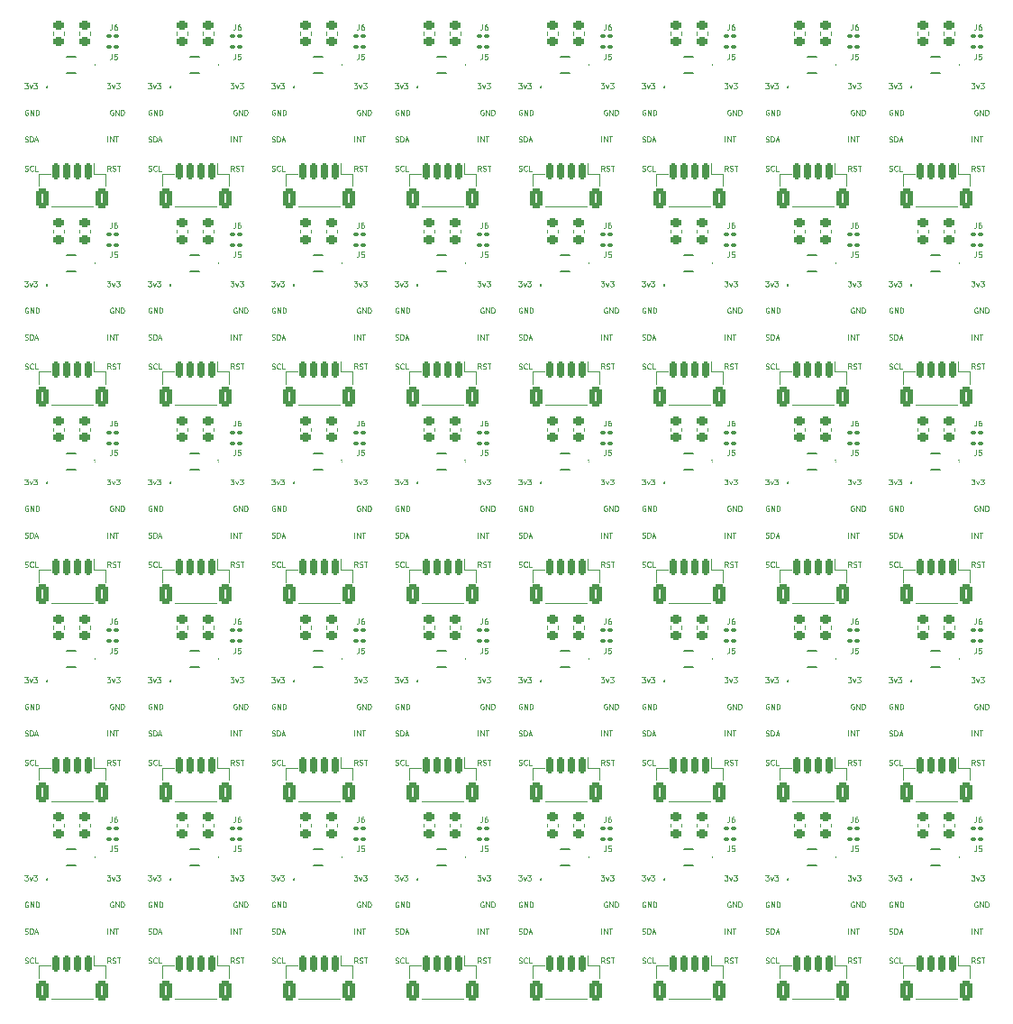
<source format=gbr>
%TF.GenerationSoftware,KiCad,Pcbnew,8.0.8*%
%TF.CreationDate,2025-03-09T21:38:21+09:00*%
%TF.ProjectId,panelized,70616e65-6c69-47a6-9564-2e6b69636164,rev?*%
%TF.SameCoordinates,Original*%
%TF.FileFunction,Legend,Top*%
%TF.FilePolarity,Positive*%
%FSLAX46Y46*%
G04 Gerber Fmt 4.6, Leading zero omitted, Abs format (unit mm)*
G04 Created by KiCad (PCBNEW 8.0.8) date 2025-03-09 21:38:21*
%MOMM*%
%LPD*%
G01*
G04 APERTURE LIST*
G04 Aperture macros list*
%AMRoundRect*
0 Rectangle with rounded corners*
0 $1 Rounding radius*
0 $2 $3 $4 $5 $6 $7 $8 $9 X,Y pos of 4 corners*
0 Add a 4 corners polygon primitive as box body*
4,1,4,$2,$3,$4,$5,$6,$7,$8,$9,$2,$3,0*
0 Add four circle primitives for the rounded corners*
1,1,$1+$1,$2,$3*
1,1,$1+$1,$4,$5*
1,1,$1+$1,$6,$7*
1,1,$1+$1,$8,$9*
0 Add four rect primitives between the rounded corners*
20,1,$1+$1,$2,$3,$4,$5,0*
20,1,$1+$1,$4,$5,$6,$7,0*
20,1,$1+$1,$6,$7,$8,$9,0*
20,1,$1+$1,$8,$9,$2,$3,0*%
G04 Aperture macros list end*
%ADD10C,0.080000*%
%ADD11C,0.200000*%
%ADD12C,0.120000*%
%ADD13C,0.100000*%
%ADD14R,0.250000X0.675000*%
%ADD15R,0.575000X0.250000*%
%ADD16RoundRect,0.225000X0.250000X-0.225000X0.250000X0.225000X-0.250000X0.225000X-0.250000X-0.225000X0*%
%ADD17R,1.000000X1.800000*%
%ADD18RoundRect,0.100000X-0.130000X-0.100000X0.130000X-0.100000X0.130000X0.100000X-0.130000X0.100000X0*%
%ADD19RoundRect,0.150000X0.150000X0.625000X-0.150000X0.625000X-0.150000X-0.625000X0.150000X-0.625000X0*%
%ADD20RoundRect,0.250000X0.350000X0.650000X-0.350000X0.650000X-0.350000X-0.650000X0.350000X-0.650000X0*%
%ADD21R,1.700000X1.700000*%
%ADD22O,1.700000X1.700000*%
G04 APERTURE END LIST*
D10*
X55714535Y-59234649D02*
X55714535Y-59591792D01*
X55714535Y-59591792D02*
X55690726Y-59663220D01*
X55690726Y-59663220D02*
X55643107Y-59710840D01*
X55643107Y-59710840D02*
X55571678Y-59734649D01*
X55571678Y-59734649D02*
X55524059Y-59734649D01*
X56190725Y-59234649D02*
X55952630Y-59234649D01*
X55952630Y-59234649D02*
X55928821Y-59472744D01*
X55928821Y-59472744D02*
X55952630Y-59448935D01*
X55952630Y-59448935D02*
X56000249Y-59425125D01*
X56000249Y-59425125D02*
X56119297Y-59425125D01*
X56119297Y-59425125D02*
X56166916Y-59448935D01*
X56166916Y-59448935D02*
X56190725Y-59472744D01*
X56190725Y-59472744D02*
X56214535Y-59520363D01*
X56214535Y-59520363D02*
X56214535Y-59639411D01*
X56214535Y-59639411D02*
X56190725Y-59687030D01*
X56190725Y-59687030D02*
X56166916Y-59710840D01*
X56166916Y-59710840D02*
X56119297Y-59734649D01*
X56119297Y-59734649D02*
X56000249Y-59734649D01*
X56000249Y-59734649D02*
X55952630Y-59710840D01*
X55952630Y-59710840D02*
X55928821Y-59687030D01*
X12747869Y-70210840D02*
X12819297Y-70234649D01*
X12819297Y-70234649D02*
X12938345Y-70234649D01*
X12938345Y-70234649D02*
X12985964Y-70210840D01*
X12985964Y-70210840D02*
X13009773Y-70187030D01*
X13009773Y-70187030D02*
X13033583Y-70139411D01*
X13033583Y-70139411D02*
X13033583Y-70091792D01*
X13033583Y-70091792D02*
X13009773Y-70044173D01*
X13009773Y-70044173D02*
X12985964Y-70020363D01*
X12985964Y-70020363D02*
X12938345Y-69996554D01*
X12938345Y-69996554D02*
X12843107Y-69972744D01*
X12843107Y-69972744D02*
X12795488Y-69948935D01*
X12795488Y-69948935D02*
X12771678Y-69925125D01*
X12771678Y-69925125D02*
X12747869Y-69877506D01*
X12747869Y-69877506D02*
X12747869Y-69829887D01*
X12747869Y-69829887D02*
X12771678Y-69782268D01*
X12771678Y-69782268D02*
X12795488Y-69758459D01*
X12795488Y-69758459D02*
X12843107Y-69734649D01*
X12843107Y-69734649D02*
X12962154Y-69734649D01*
X12962154Y-69734649D02*
X13033583Y-69758459D01*
X13533582Y-70187030D02*
X13509773Y-70210840D01*
X13509773Y-70210840D02*
X13438344Y-70234649D01*
X13438344Y-70234649D02*
X13390725Y-70234649D01*
X13390725Y-70234649D02*
X13319297Y-70210840D01*
X13319297Y-70210840D02*
X13271678Y-70163220D01*
X13271678Y-70163220D02*
X13247868Y-70115601D01*
X13247868Y-70115601D02*
X13224059Y-70020363D01*
X13224059Y-70020363D02*
X13224059Y-69948935D01*
X13224059Y-69948935D02*
X13247868Y-69853697D01*
X13247868Y-69853697D02*
X13271678Y-69806078D01*
X13271678Y-69806078D02*
X13319297Y-69758459D01*
X13319297Y-69758459D02*
X13390725Y-69734649D01*
X13390725Y-69734649D02*
X13438344Y-69734649D01*
X13438344Y-69734649D02*
X13509773Y-69758459D01*
X13509773Y-69758459D02*
X13533582Y-69782268D01*
X13985963Y-70234649D02*
X13747868Y-70234649D01*
X13747868Y-70234649D02*
X13747868Y-69734649D01*
X82633583Y-8708459D02*
X82585964Y-8684649D01*
X82585964Y-8684649D02*
X82514535Y-8684649D01*
X82514535Y-8684649D02*
X82443107Y-8708459D01*
X82443107Y-8708459D02*
X82395488Y-8756078D01*
X82395488Y-8756078D02*
X82371678Y-8803697D01*
X82371678Y-8803697D02*
X82347869Y-8898935D01*
X82347869Y-8898935D02*
X82347869Y-8970363D01*
X82347869Y-8970363D02*
X82371678Y-9065601D01*
X82371678Y-9065601D02*
X82395488Y-9113220D01*
X82395488Y-9113220D02*
X82443107Y-9160840D01*
X82443107Y-9160840D02*
X82514535Y-9184649D01*
X82514535Y-9184649D02*
X82562154Y-9184649D01*
X82562154Y-9184649D02*
X82633583Y-9160840D01*
X82633583Y-9160840D02*
X82657392Y-9137030D01*
X82657392Y-9137030D02*
X82657392Y-8970363D01*
X82657392Y-8970363D02*
X82562154Y-8970363D01*
X82871678Y-9184649D02*
X82871678Y-8684649D01*
X82871678Y-8684649D02*
X83157392Y-9184649D01*
X83157392Y-9184649D02*
X83157392Y-8684649D01*
X83395488Y-9184649D02*
X83395488Y-8684649D01*
X83395488Y-8684649D02*
X83514536Y-8684649D01*
X83514536Y-8684649D02*
X83585964Y-8708459D01*
X83585964Y-8708459D02*
X83633583Y-8756078D01*
X83633583Y-8756078D02*
X83657393Y-8803697D01*
X83657393Y-8803697D02*
X83681202Y-8898935D01*
X83681202Y-8898935D02*
X83681202Y-8970363D01*
X83681202Y-8970363D02*
X83657393Y-9065601D01*
X83657393Y-9065601D02*
X83633583Y-9113220D01*
X83633583Y-9113220D02*
X83585964Y-9160840D01*
X83585964Y-9160840D02*
X83514536Y-9184649D01*
X83514536Y-9184649D02*
X83395488Y-9184649D01*
X47833583Y-45908459D02*
X47785964Y-45884649D01*
X47785964Y-45884649D02*
X47714535Y-45884649D01*
X47714535Y-45884649D02*
X47643107Y-45908459D01*
X47643107Y-45908459D02*
X47595488Y-45956078D01*
X47595488Y-45956078D02*
X47571678Y-46003697D01*
X47571678Y-46003697D02*
X47547869Y-46098935D01*
X47547869Y-46098935D02*
X47547869Y-46170363D01*
X47547869Y-46170363D02*
X47571678Y-46265601D01*
X47571678Y-46265601D02*
X47595488Y-46313220D01*
X47595488Y-46313220D02*
X47643107Y-46360840D01*
X47643107Y-46360840D02*
X47714535Y-46384649D01*
X47714535Y-46384649D02*
X47762154Y-46384649D01*
X47762154Y-46384649D02*
X47833583Y-46360840D01*
X47833583Y-46360840D02*
X47857392Y-46337030D01*
X47857392Y-46337030D02*
X47857392Y-46170363D01*
X47857392Y-46170363D02*
X47762154Y-46170363D01*
X48071678Y-46384649D02*
X48071678Y-45884649D01*
X48071678Y-45884649D02*
X48357392Y-46384649D01*
X48357392Y-46384649D02*
X48357392Y-45884649D01*
X48595488Y-46384649D02*
X48595488Y-45884649D01*
X48595488Y-45884649D02*
X48714536Y-45884649D01*
X48714536Y-45884649D02*
X48785964Y-45908459D01*
X48785964Y-45908459D02*
X48833583Y-45956078D01*
X48833583Y-45956078D02*
X48857393Y-46003697D01*
X48857393Y-46003697D02*
X48881202Y-46098935D01*
X48881202Y-46098935D02*
X48881202Y-46170363D01*
X48881202Y-46170363D02*
X48857393Y-46265601D01*
X48857393Y-46265601D02*
X48833583Y-46313220D01*
X48833583Y-46313220D02*
X48785964Y-46360840D01*
X48785964Y-46360840D02*
X48714536Y-46384649D01*
X48714536Y-46384649D02*
X48595488Y-46384649D01*
X21033583Y-83108459D02*
X20985964Y-83084649D01*
X20985964Y-83084649D02*
X20914535Y-83084649D01*
X20914535Y-83084649D02*
X20843107Y-83108459D01*
X20843107Y-83108459D02*
X20795488Y-83156078D01*
X20795488Y-83156078D02*
X20771678Y-83203697D01*
X20771678Y-83203697D02*
X20747869Y-83298935D01*
X20747869Y-83298935D02*
X20747869Y-83370363D01*
X20747869Y-83370363D02*
X20771678Y-83465601D01*
X20771678Y-83465601D02*
X20795488Y-83513220D01*
X20795488Y-83513220D02*
X20843107Y-83560840D01*
X20843107Y-83560840D02*
X20914535Y-83584649D01*
X20914535Y-83584649D02*
X20962154Y-83584649D01*
X20962154Y-83584649D02*
X21033583Y-83560840D01*
X21033583Y-83560840D02*
X21057392Y-83537030D01*
X21057392Y-83537030D02*
X21057392Y-83370363D01*
X21057392Y-83370363D02*
X20962154Y-83370363D01*
X21271678Y-83584649D02*
X21271678Y-83084649D01*
X21271678Y-83084649D02*
X21557392Y-83584649D01*
X21557392Y-83584649D02*
X21557392Y-83084649D01*
X21795488Y-83584649D02*
X21795488Y-83084649D01*
X21795488Y-83084649D02*
X21914536Y-83084649D01*
X21914536Y-83084649D02*
X21985964Y-83108459D01*
X21985964Y-83108459D02*
X22033583Y-83156078D01*
X22033583Y-83156078D02*
X22057393Y-83203697D01*
X22057393Y-83203697D02*
X22081202Y-83298935D01*
X22081202Y-83298935D02*
X22081202Y-83370363D01*
X22081202Y-83370363D02*
X22057393Y-83465601D01*
X22057393Y-83465601D02*
X22033583Y-83513220D01*
X22033583Y-83513220D02*
X21985964Y-83560840D01*
X21985964Y-83560840D02*
X21914536Y-83584649D01*
X21914536Y-83584649D02*
X21795488Y-83584649D01*
X35947869Y-33010840D02*
X36019297Y-33034649D01*
X36019297Y-33034649D02*
X36138345Y-33034649D01*
X36138345Y-33034649D02*
X36185964Y-33010840D01*
X36185964Y-33010840D02*
X36209773Y-32987030D01*
X36209773Y-32987030D02*
X36233583Y-32939411D01*
X36233583Y-32939411D02*
X36233583Y-32891792D01*
X36233583Y-32891792D02*
X36209773Y-32844173D01*
X36209773Y-32844173D02*
X36185964Y-32820363D01*
X36185964Y-32820363D02*
X36138345Y-32796554D01*
X36138345Y-32796554D02*
X36043107Y-32772744D01*
X36043107Y-32772744D02*
X35995488Y-32748935D01*
X35995488Y-32748935D02*
X35971678Y-32725125D01*
X35971678Y-32725125D02*
X35947869Y-32677506D01*
X35947869Y-32677506D02*
X35947869Y-32629887D01*
X35947869Y-32629887D02*
X35971678Y-32582268D01*
X35971678Y-32582268D02*
X35995488Y-32558459D01*
X35995488Y-32558459D02*
X36043107Y-32534649D01*
X36043107Y-32534649D02*
X36162154Y-32534649D01*
X36162154Y-32534649D02*
X36233583Y-32558459D01*
X36733582Y-32987030D02*
X36709773Y-33010840D01*
X36709773Y-33010840D02*
X36638344Y-33034649D01*
X36638344Y-33034649D02*
X36590725Y-33034649D01*
X36590725Y-33034649D02*
X36519297Y-33010840D01*
X36519297Y-33010840D02*
X36471678Y-32963220D01*
X36471678Y-32963220D02*
X36447868Y-32915601D01*
X36447868Y-32915601D02*
X36424059Y-32820363D01*
X36424059Y-32820363D02*
X36424059Y-32748935D01*
X36424059Y-32748935D02*
X36447868Y-32653697D01*
X36447868Y-32653697D02*
X36471678Y-32606078D01*
X36471678Y-32606078D02*
X36519297Y-32558459D01*
X36519297Y-32558459D02*
X36590725Y-32534649D01*
X36590725Y-32534649D02*
X36638344Y-32534649D01*
X36638344Y-32534649D02*
X36709773Y-32558459D01*
X36709773Y-32558459D02*
X36733582Y-32582268D01*
X37185963Y-33034649D02*
X36947868Y-33034649D01*
X36947868Y-33034649D02*
X36947868Y-32534649D01*
X82347869Y-51610840D02*
X82419297Y-51634649D01*
X82419297Y-51634649D02*
X82538345Y-51634649D01*
X82538345Y-51634649D02*
X82585964Y-51610840D01*
X82585964Y-51610840D02*
X82609773Y-51587030D01*
X82609773Y-51587030D02*
X82633583Y-51539411D01*
X82633583Y-51539411D02*
X82633583Y-51491792D01*
X82633583Y-51491792D02*
X82609773Y-51444173D01*
X82609773Y-51444173D02*
X82585964Y-51420363D01*
X82585964Y-51420363D02*
X82538345Y-51396554D01*
X82538345Y-51396554D02*
X82443107Y-51372744D01*
X82443107Y-51372744D02*
X82395488Y-51348935D01*
X82395488Y-51348935D02*
X82371678Y-51325125D01*
X82371678Y-51325125D02*
X82347869Y-51277506D01*
X82347869Y-51277506D02*
X82347869Y-51229887D01*
X82347869Y-51229887D02*
X82371678Y-51182268D01*
X82371678Y-51182268D02*
X82395488Y-51158459D01*
X82395488Y-51158459D02*
X82443107Y-51134649D01*
X82443107Y-51134649D02*
X82562154Y-51134649D01*
X82562154Y-51134649D02*
X82633583Y-51158459D01*
X83133582Y-51587030D02*
X83109773Y-51610840D01*
X83109773Y-51610840D02*
X83038344Y-51634649D01*
X83038344Y-51634649D02*
X82990725Y-51634649D01*
X82990725Y-51634649D02*
X82919297Y-51610840D01*
X82919297Y-51610840D02*
X82871678Y-51563220D01*
X82871678Y-51563220D02*
X82847868Y-51515601D01*
X82847868Y-51515601D02*
X82824059Y-51420363D01*
X82824059Y-51420363D02*
X82824059Y-51348935D01*
X82824059Y-51348935D02*
X82847868Y-51253697D01*
X82847868Y-51253697D02*
X82871678Y-51206078D01*
X82871678Y-51206078D02*
X82919297Y-51158459D01*
X82919297Y-51158459D02*
X82990725Y-51134649D01*
X82990725Y-51134649D02*
X83038344Y-51134649D01*
X83038344Y-51134649D02*
X83109773Y-51158459D01*
X83109773Y-51158459D02*
X83133582Y-51182268D01*
X83585963Y-51634649D02*
X83347868Y-51634649D01*
X83347868Y-51634649D02*
X83347868Y-51134649D01*
X24347869Y-14410840D02*
X24419297Y-14434649D01*
X24419297Y-14434649D02*
X24538345Y-14434649D01*
X24538345Y-14434649D02*
X24585964Y-14410840D01*
X24585964Y-14410840D02*
X24609773Y-14387030D01*
X24609773Y-14387030D02*
X24633583Y-14339411D01*
X24633583Y-14339411D02*
X24633583Y-14291792D01*
X24633583Y-14291792D02*
X24609773Y-14244173D01*
X24609773Y-14244173D02*
X24585964Y-14220363D01*
X24585964Y-14220363D02*
X24538345Y-14196554D01*
X24538345Y-14196554D02*
X24443107Y-14172744D01*
X24443107Y-14172744D02*
X24395488Y-14148935D01*
X24395488Y-14148935D02*
X24371678Y-14125125D01*
X24371678Y-14125125D02*
X24347869Y-14077506D01*
X24347869Y-14077506D02*
X24347869Y-14029887D01*
X24347869Y-14029887D02*
X24371678Y-13982268D01*
X24371678Y-13982268D02*
X24395488Y-13958459D01*
X24395488Y-13958459D02*
X24443107Y-13934649D01*
X24443107Y-13934649D02*
X24562154Y-13934649D01*
X24562154Y-13934649D02*
X24633583Y-13958459D01*
X25133582Y-14387030D02*
X25109773Y-14410840D01*
X25109773Y-14410840D02*
X25038344Y-14434649D01*
X25038344Y-14434649D02*
X24990725Y-14434649D01*
X24990725Y-14434649D02*
X24919297Y-14410840D01*
X24919297Y-14410840D02*
X24871678Y-14363220D01*
X24871678Y-14363220D02*
X24847868Y-14315601D01*
X24847868Y-14315601D02*
X24824059Y-14220363D01*
X24824059Y-14220363D02*
X24824059Y-14148935D01*
X24824059Y-14148935D02*
X24847868Y-14053697D01*
X24847868Y-14053697D02*
X24871678Y-14006078D01*
X24871678Y-14006078D02*
X24919297Y-13958459D01*
X24919297Y-13958459D02*
X24990725Y-13934649D01*
X24990725Y-13934649D02*
X25038344Y-13934649D01*
X25038344Y-13934649D02*
X25109773Y-13958459D01*
X25109773Y-13958459D02*
X25133582Y-13982268D01*
X25585963Y-14434649D02*
X25347868Y-14434649D01*
X25347868Y-14434649D02*
X25347868Y-13934649D01*
X70747869Y-14410840D02*
X70819297Y-14434649D01*
X70819297Y-14434649D02*
X70938345Y-14434649D01*
X70938345Y-14434649D02*
X70985964Y-14410840D01*
X70985964Y-14410840D02*
X71009773Y-14387030D01*
X71009773Y-14387030D02*
X71033583Y-14339411D01*
X71033583Y-14339411D02*
X71033583Y-14291792D01*
X71033583Y-14291792D02*
X71009773Y-14244173D01*
X71009773Y-14244173D02*
X70985964Y-14220363D01*
X70985964Y-14220363D02*
X70938345Y-14196554D01*
X70938345Y-14196554D02*
X70843107Y-14172744D01*
X70843107Y-14172744D02*
X70795488Y-14148935D01*
X70795488Y-14148935D02*
X70771678Y-14125125D01*
X70771678Y-14125125D02*
X70747869Y-14077506D01*
X70747869Y-14077506D02*
X70747869Y-14029887D01*
X70747869Y-14029887D02*
X70771678Y-13982268D01*
X70771678Y-13982268D02*
X70795488Y-13958459D01*
X70795488Y-13958459D02*
X70843107Y-13934649D01*
X70843107Y-13934649D02*
X70962154Y-13934649D01*
X70962154Y-13934649D02*
X71033583Y-13958459D01*
X71533582Y-14387030D02*
X71509773Y-14410840D01*
X71509773Y-14410840D02*
X71438344Y-14434649D01*
X71438344Y-14434649D02*
X71390725Y-14434649D01*
X71390725Y-14434649D02*
X71319297Y-14410840D01*
X71319297Y-14410840D02*
X71271678Y-14363220D01*
X71271678Y-14363220D02*
X71247868Y-14315601D01*
X71247868Y-14315601D02*
X71224059Y-14220363D01*
X71224059Y-14220363D02*
X71224059Y-14148935D01*
X71224059Y-14148935D02*
X71247868Y-14053697D01*
X71247868Y-14053697D02*
X71271678Y-14006078D01*
X71271678Y-14006078D02*
X71319297Y-13958459D01*
X71319297Y-13958459D02*
X71390725Y-13934649D01*
X71390725Y-13934649D02*
X71438344Y-13934649D01*
X71438344Y-13934649D02*
X71509773Y-13958459D01*
X71509773Y-13958459D02*
X71533582Y-13982268D01*
X71985963Y-14434649D02*
X71747868Y-14434649D01*
X71747868Y-14434649D02*
X71747868Y-13934649D01*
X24633583Y-45908459D02*
X24585964Y-45884649D01*
X24585964Y-45884649D02*
X24514535Y-45884649D01*
X24514535Y-45884649D02*
X24443107Y-45908459D01*
X24443107Y-45908459D02*
X24395488Y-45956078D01*
X24395488Y-45956078D02*
X24371678Y-46003697D01*
X24371678Y-46003697D02*
X24347869Y-46098935D01*
X24347869Y-46098935D02*
X24347869Y-46170363D01*
X24347869Y-46170363D02*
X24371678Y-46265601D01*
X24371678Y-46265601D02*
X24395488Y-46313220D01*
X24395488Y-46313220D02*
X24443107Y-46360840D01*
X24443107Y-46360840D02*
X24514535Y-46384649D01*
X24514535Y-46384649D02*
X24562154Y-46384649D01*
X24562154Y-46384649D02*
X24633583Y-46360840D01*
X24633583Y-46360840D02*
X24657392Y-46337030D01*
X24657392Y-46337030D02*
X24657392Y-46170363D01*
X24657392Y-46170363D02*
X24562154Y-46170363D01*
X24871678Y-46384649D02*
X24871678Y-45884649D01*
X24871678Y-45884649D02*
X25157392Y-46384649D01*
X25157392Y-46384649D02*
X25157392Y-45884649D01*
X25395488Y-46384649D02*
X25395488Y-45884649D01*
X25395488Y-45884649D02*
X25514536Y-45884649D01*
X25514536Y-45884649D02*
X25585964Y-45908459D01*
X25585964Y-45908459D02*
X25633583Y-45956078D01*
X25633583Y-45956078D02*
X25657393Y-46003697D01*
X25657393Y-46003697D02*
X25681202Y-46098935D01*
X25681202Y-46098935D02*
X25681202Y-46170363D01*
X25681202Y-46170363D02*
X25657393Y-46265601D01*
X25657393Y-46265601D02*
X25633583Y-46313220D01*
X25633583Y-46313220D02*
X25585964Y-46360840D01*
X25585964Y-46360840D02*
X25514536Y-46384649D01*
X25514536Y-46384649D02*
X25395488Y-46384649D01*
X78807392Y-88834649D02*
X78640726Y-88596554D01*
X78521678Y-88834649D02*
X78521678Y-88334649D01*
X78521678Y-88334649D02*
X78712154Y-88334649D01*
X78712154Y-88334649D02*
X78759773Y-88358459D01*
X78759773Y-88358459D02*
X78783583Y-88382268D01*
X78783583Y-88382268D02*
X78807392Y-88429887D01*
X78807392Y-88429887D02*
X78807392Y-88501316D01*
X78807392Y-88501316D02*
X78783583Y-88548935D01*
X78783583Y-88548935D02*
X78759773Y-88572744D01*
X78759773Y-88572744D02*
X78712154Y-88596554D01*
X78712154Y-88596554D02*
X78521678Y-88596554D01*
X78997869Y-88810840D02*
X79069297Y-88834649D01*
X79069297Y-88834649D02*
X79188345Y-88834649D01*
X79188345Y-88834649D02*
X79235964Y-88810840D01*
X79235964Y-88810840D02*
X79259773Y-88787030D01*
X79259773Y-88787030D02*
X79283583Y-88739411D01*
X79283583Y-88739411D02*
X79283583Y-88691792D01*
X79283583Y-88691792D02*
X79259773Y-88644173D01*
X79259773Y-88644173D02*
X79235964Y-88620363D01*
X79235964Y-88620363D02*
X79188345Y-88596554D01*
X79188345Y-88596554D02*
X79093107Y-88572744D01*
X79093107Y-88572744D02*
X79045488Y-88548935D01*
X79045488Y-88548935D02*
X79021678Y-88525125D01*
X79021678Y-88525125D02*
X78997869Y-88477506D01*
X78997869Y-88477506D02*
X78997869Y-88429887D01*
X78997869Y-88429887D02*
X79021678Y-88382268D01*
X79021678Y-88382268D02*
X79045488Y-88358459D01*
X79045488Y-88358459D02*
X79093107Y-88334649D01*
X79093107Y-88334649D02*
X79212154Y-88334649D01*
X79212154Y-88334649D02*
X79283583Y-88358459D01*
X79426440Y-88334649D02*
X79712154Y-88334649D01*
X79569297Y-88834649D02*
X79569297Y-88334649D01*
X67433583Y-27308459D02*
X67385964Y-27284649D01*
X67385964Y-27284649D02*
X67314535Y-27284649D01*
X67314535Y-27284649D02*
X67243107Y-27308459D01*
X67243107Y-27308459D02*
X67195488Y-27356078D01*
X67195488Y-27356078D02*
X67171678Y-27403697D01*
X67171678Y-27403697D02*
X67147869Y-27498935D01*
X67147869Y-27498935D02*
X67147869Y-27570363D01*
X67147869Y-27570363D02*
X67171678Y-27665601D01*
X67171678Y-27665601D02*
X67195488Y-27713220D01*
X67195488Y-27713220D02*
X67243107Y-27760840D01*
X67243107Y-27760840D02*
X67314535Y-27784649D01*
X67314535Y-27784649D02*
X67362154Y-27784649D01*
X67362154Y-27784649D02*
X67433583Y-27760840D01*
X67433583Y-27760840D02*
X67457392Y-27737030D01*
X67457392Y-27737030D02*
X67457392Y-27570363D01*
X67457392Y-27570363D02*
X67362154Y-27570363D01*
X67671678Y-27784649D02*
X67671678Y-27284649D01*
X67671678Y-27284649D02*
X67957392Y-27784649D01*
X67957392Y-27784649D02*
X67957392Y-27284649D01*
X68195488Y-27784649D02*
X68195488Y-27284649D01*
X68195488Y-27284649D02*
X68314536Y-27284649D01*
X68314536Y-27284649D02*
X68385964Y-27308459D01*
X68385964Y-27308459D02*
X68433583Y-27356078D01*
X68433583Y-27356078D02*
X68457393Y-27403697D01*
X68457393Y-27403697D02*
X68481202Y-27498935D01*
X68481202Y-27498935D02*
X68481202Y-27570363D01*
X68481202Y-27570363D02*
X68457393Y-27665601D01*
X68457393Y-27665601D02*
X68433583Y-27713220D01*
X68433583Y-27713220D02*
X68385964Y-27760840D01*
X68385964Y-27760840D02*
X68314536Y-27784649D01*
X68314536Y-27784649D02*
X68195488Y-27784649D01*
X35924059Y-61984649D02*
X36233583Y-61984649D01*
X36233583Y-61984649D02*
X36066916Y-62175125D01*
X36066916Y-62175125D02*
X36138345Y-62175125D01*
X36138345Y-62175125D02*
X36185964Y-62198935D01*
X36185964Y-62198935D02*
X36209773Y-62222744D01*
X36209773Y-62222744D02*
X36233583Y-62270363D01*
X36233583Y-62270363D02*
X36233583Y-62389411D01*
X36233583Y-62389411D02*
X36209773Y-62437030D01*
X36209773Y-62437030D02*
X36185964Y-62460840D01*
X36185964Y-62460840D02*
X36138345Y-62484649D01*
X36138345Y-62484649D02*
X35995488Y-62484649D01*
X35995488Y-62484649D02*
X35947869Y-62460840D01*
X35947869Y-62460840D02*
X35924059Y-62437030D01*
X36400249Y-62151316D02*
X36519297Y-62484649D01*
X36519297Y-62484649D02*
X36638344Y-62151316D01*
X36781201Y-61984649D02*
X37090725Y-61984649D01*
X37090725Y-61984649D02*
X36924058Y-62175125D01*
X36924058Y-62175125D02*
X36995487Y-62175125D01*
X36995487Y-62175125D02*
X37043106Y-62198935D01*
X37043106Y-62198935D02*
X37066915Y-62222744D01*
X37066915Y-62222744D02*
X37090725Y-62270363D01*
X37090725Y-62270363D02*
X37090725Y-62389411D01*
X37090725Y-62389411D02*
X37066915Y-62437030D01*
X37066915Y-62437030D02*
X37043106Y-62460840D01*
X37043106Y-62460840D02*
X36995487Y-62484649D01*
X36995487Y-62484649D02*
X36852630Y-62484649D01*
X36852630Y-62484649D02*
X36805011Y-62460840D01*
X36805011Y-62460840D02*
X36781201Y-62437030D01*
X43674059Y-24784649D02*
X43983583Y-24784649D01*
X43983583Y-24784649D02*
X43816916Y-24975125D01*
X43816916Y-24975125D02*
X43888345Y-24975125D01*
X43888345Y-24975125D02*
X43935964Y-24998935D01*
X43935964Y-24998935D02*
X43959773Y-25022744D01*
X43959773Y-25022744D02*
X43983583Y-25070363D01*
X43983583Y-25070363D02*
X43983583Y-25189411D01*
X43983583Y-25189411D02*
X43959773Y-25237030D01*
X43959773Y-25237030D02*
X43935964Y-25260840D01*
X43935964Y-25260840D02*
X43888345Y-25284649D01*
X43888345Y-25284649D02*
X43745488Y-25284649D01*
X43745488Y-25284649D02*
X43697869Y-25260840D01*
X43697869Y-25260840D02*
X43674059Y-25237030D01*
X44150249Y-24951316D02*
X44269297Y-25284649D01*
X44269297Y-25284649D02*
X44388344Y-24951316D01*
X44531201Y-24784649D02*
X44840725Y-24784649D01*
X44840725Y-24784649D02*
X44674058Y-24975125D01*
X44674058Y-24975125D02*
X44745487Y-24975125D01*
X44745487Y-24975125D02*
X44793106Y-24998935D01*
X44793106Y-24998935D02*
X44816915Y-25022744D01*
X44816915Y-25022744D02*
X44840725Y-25070363D01*
X44840725Y-25070363D02*
X44840725Y-25189411D01*
X44840725Y-25189411D02*
X44816915Y-25237030D01*
X44816915Y-25237030D02*
X44793106Y-25260840D01*
X44793106Y-25260840D02*
X44745487Y-25284649D01*
X44745487Y-25284649D02*
X44602630Y-25284649D01*
X44602630Y-25284649D02*
X44555011Y-25260840D01*
X44555011Y-25260840D02*
X44531201Y-25237030D01*
X9314535Y-40634649D02*
X9314535Y-40991792D01*
X9314535Y-40991792D02*
X9290726Y-41063220D01*
X9290726Y-41063220D02*
X9243107Y-41110840D01*
X9243107Y-41110840D02*
X9171678Y-41134649D01*
X9171678Y-41134649D02*
X9124059Y-41134649D01*
X9790725Y-40634649D02*
X9552630Y-40634649D01*
X9552630Y-40634649D02*
X9528821Y-40872744D01*
X9528821Y-40872744D02*
X9552630Y-40848935D01*
X9552630Y-40848935D02*
X9600249Y-40825125D01*
X9600249Y-40825125D02*
X9719297Y-40825125D01*
X9719297Y-40825125D02*
X9766916Y-40848935D01*
X9766916Y-40848935D02*
X9790725Y-40872744D01*
X9790725Y-40872744D02*
X9814535Y-40920363D01*
X9814535Y-40920363D02*
X9814535Y-41039411D01*
X9814535Y-41039411D02*
X9790725Y-41087030D01*
X9790725Y-41087030D02*
X9766916Y-41110840D01*
X9766916Y-41110840D02*
X9719297Y-41134649D01*
X9719297Y-41134649D02*
X9600249Y-41134649D01*
X9600249Y-41134649D02*
X9552630Y-41110840D01*
X9552630Y-41110840D02*
X9528821Y-41087030D01*
X8874059Y-43384649D02*
X9183583Y-43384649D01*
X9183583Y-43384649D02*
X9016916Y-43575125D01*
X9016916Y-43575125D02*
X9088345Y-43575125D01*
X9088345Y-43575125D02*
X9135964Y-43598935D01*
X9135964Y-43598935D02*
X9159773Y-43622744D01*
X9159773Y-43622744D02*
X9183583Y-43670363D01*
X9183583Y-43670363D02*
X9183583Y-43789411D01*
X9183583Y-43789411D02*
X9159773Y-43837030D01*
X9159773Y-43837030D02*
X9135964Y-43860840D01*
X9135964Y-43860840D02*
X9088345Y-43884649D01*
X9088345Y-43884649D02*
X8945488Y-43884649D01*
X8945488Y-43884649D02*
X8897869Y-43860840D01*
X8897869Y-43860840D02*
X8874059Y-43837030D01*
X9350249Y-43551316D02*
X9469297Y-43884649D01*
X9469297Y-43884649D02*
X9588344Y-43551316D01*
X9731201Y-43384649D02*
X10040725Y-43384649D01*
X10040725Y-43384649D02*
X9874058Y-43575125D01*
X9874058Y-43575125D02*
X9945487Y-43575125D01*
X9945487Y-43575125D02*
X9993106Y-43598935D01*
X9993106Y-43598935D02*
X10016915Y-43622744D01*
X10016915Y-43622744D02*
X10040725Y-43670363D01*
X10040725Y-43670363D02*
X10040725Y-43789411D01*
X10040725Y-43789411D02*
X10016915Y-43837030D01*
X10016915Y-43837030D02*
X9993106Y-43860840D01*
X9993106Y-43860840D02*
X9945487Y-43884649D01*
X9945487Y-43884649D02*
X9802630Y-43884649D01*
X9802630Y-43884649D02*
X9755011Y-43860840D01*
X9755011Y-43860840D02*
X9731201Y-43837030D01*
X44233583Y-83108459D02*
X44185964Y-83084649D01*
X44185964Y-83084649D02*
X44114535Y-83084649D01*
X44114535Y-83084649D02*
X44043107Y-83108459D01*
X44043107Y-83108459D02*
X43995488Y-83156078D01*
X43995488Y-83156078D02*
X43971678Y-83203697D01*
X43971678Y-83203697D02*
X43947869Y-83298935D01*
X43947869Y-83298935D02*
X43947869Y-83370363D01*
X43947869Y-83370363D02*
X43971678Y-83465601D01*
X43971678Y-83465601D02*
X43995488Y-83513220D01*
X43995488Y-83513220D02*
X44043107Y-83560840D01*
X44043107Y-83560840D02*
X44114535Y-83584649D01*
X44114535Y-83584649D02*
X44162154Y-83584649D01*
X44162154Y-83584649D02*
X44233583Y-83560840D01*
X44233583Y-83560840D02*
X44257392Y-83537030D01*
X44257392Y-83537030D02*
X44257392Y-83370363D01*
X44257392Y-83370363D02*
X44162154Y-83370363D01*
X44471678Y-83584649D02*
X44471678Y-83084649D01*
X44471678Y-83084649D02*
X44757392Y-83584649D01*
X44757392Y-83584649D02*
X44757392Y-83084649D01*
X44995488Y-83584649D02*
X44995488Y-83084649D01*
X44995488Y-83084649D02*
X45114536Y-83084649D01*
X45114536Y-83084649D02*
X45185964Y-83108459D01*
X45185964Y-83108459D02*
X45233583Y-83156078D01*
X45233583Y-83156078D02*
X45257393Y-83203697D01*
X45257393Y-83203697D02*
X45281202Y-83298935D01*
X45281202Y-83298935D02*
X45281202Y-83370363D01*
X45281202Y-83370363D02*
X45257393Y-83465601D01*
X45257393Y-83465601D02*
X45233583Y-83513220D01*
X45233583Y-83513220D02*
X45185964Y-83560840D01*
X45185964Y-83560840D02*
X45114536Y-83584649D01*
X45114536Y-83584649D02*
X44995488Y-83584649D01*
X70747869Y-86060840D02*
X70819297Y-86084649D01*
X70819297Y-86084649D02*
X70938345Y-86084649D01*
X70938345Y-86084649D02*
X70985964Y-86060840D01*
X70985964Y-86060840D02*
X71009773Y-86037030D01*
X71009773Y-86037030D02*
X71033583Y-85989411D01*
X71033583Y-85989411D02*
X71033583Y-85941792D01*
X71033583Y-85941792D02*
X71009773Y-85894173D01*
X71009773Y-85894173D02*
X70985964Y-85870363D01*
X70985964Y-85870363D02*
X70938345Y-85846554D01*
X70938345Y-85846554D02*
X70843107Y-85822744D01*
X70843107Y-85822744D02*
X70795488Y-85798935D01*
X70795488Y-85798935D02*
X70771678Y-85775125D01*
X70771678Y-85775125D02*
X70747869Y-85727506D01*
X70747869Y-85727506D02*
X70747869Y-85679887D01*
X70747869Y-85679887D02*
X70771678Y-85632268D01*
X70771678Y-85632268D02*
X70795488Y-85608459D01*
X70795488Y-85608459D02*
X70843107Y-85584649D01*
X70843107Y-85584649D02*
X70962154Y-85584649D01*
X70962154Y-85584649D02*
X71033583Y-85608459D01*
X71247868Y-86084649D02*
X71247868Y-85584649D01*
X71247868Y-85584649D02*
X71366916Y-85584649D01*
X71366916Y-85584649D02*
X71438344Y-85608459D01*
X71438344Y-85608459D02*
X71485963Y-85656078D01*
X71485963Y-85656078D02*
X71509773Y-85703697D01*
X71509773Y-85703697D02*
X71533582Y-85798935D01*
X71533582Y-85798935D02*
X71533582Y-85870363D01*
X71533582Y-85870363D02*
X71509773Y-85965601D01*
X71509773Y-85965601D02*
X71485963Y-86013220D01*
X71485963Y-86013220D02*
X71438344Y-86060840D01*
X71438344Y-86060840D02*
X71366916Y-86084649D01*
X71366916Y-86084649D02*
X71247868Y-86084649D01*
X71724059Y-85941792D02*
X71962154Y-85941792D01*
X71676440Y-86084649D02*
X71843106Y-85584649D01*
X71843106Y-85584649D02*
X72009773Y-86084649D01*
X9433583Y-83108459D02*
X9385964Y-83084649D01*
X9385964Y-83084649D02*
X9314535Y-83084649D01*
X9314535Y-83084649D02*
X9243107Y-83108459D01*
X9243107Y-83108459D02*
X9195488Y-83156078D01*
X9195488Y-83156078D02*
X9171678Y-83203697D01*
X9171678Y-83203697D02*
X9147869Y-83298935D01*
X9147869Y-83298935D02*
X9147869Y-83370363D01*
X9147869Y-83370363D02*
X9171678Y-83465601D01*
X9171678Y-83465601D02*
X9195488Y-83513220D01*
X9195488Y-83513220D02*
X9243107Y-83560840D01*
X9243107Y-83560840D02*
X9314535Y-83584649D01*
X9314535Y-83584649D02*
X9362154Y-83584649D01*
X9362154Y-83584649D02*
X9433583Y-83560840D01*
X9433583Y-83560840D02*
X9457392Y-83537030D01*
X9457392Y-83537030D02*
X9457392Y-83370363D01*
X9457392Y-83370363D02*
X9362154Y-83370363D01*
X9671678Y-83584649D02*
X9671678Y-83084649D01*
X9671678Y-83084649D02*
X9957392Y-83584649D01*
X9957392Y-83584649D02*
X9957392Y-83084649D01*
X10195488Y-83584649D02*
X10195488Y-83084649D01*
X10195488Y-83084649D02*
X10314536Y-83084649D01*
X10314536Y-83084649D02*
X10385964Y-83108459D01*
X10385964Y-83108459D02*
X10433583Y-83156078D01*
X10433583Y-83156078D02*
X10457393Y-83203697D01*
X10457393Y-83203697D02*
X10481202Y-83298935D01*
X10481202Y-83298935D02*
X10481202Y-83370363D01*
X10481202Y-83370363D02*
X10457393Y-83465601D01*
X10457393Y-83465601D02*
X10433583Y-83513220D01*
X10433583Y-83513220D02*
X10385964Y-83560840D01*
X10385964Y-83560840D02*
X10314536Y-83584649D01*
X10314536Y-83584649D02*
X10195488Y-83584649D01*
X44007392Y-33034649D02*
X43840726Y-32796554D01*
X43721678Y-33034649D02*
X43721678Y-32534649D01*
X43721678Y-32534649D02*
X43912154Y-32534649D01*
X43912154Y-32534649D02*
X43959773Y-32558459D01*
X43959773Y-32558459D02*
X43983583Y-32582268D01*
X43983583Y-32582268D02*
X44007392Y-32629887D01*
X44007392Y-32629887D02*
X44007392Y-32701316D01*
X44007392Y-32701316D02*
X43983583Y-32748935D01*
X43983583Y-32748935D02*
X43959773Y-32772744D01*
X43959773Y-32772744D02*
X43912154Y-32796554D01*
X43912154Y-32796554D02*
X43721678Y-32796554D01*
X44197869Y-33010840D02*
X44269297Y-33034649D01*
X44269297Y-33034649D02*
X44388345Y-33034649D01*
X44388345Y-33034649D02*
X44435964Y-33010840D01*
X44435964Y-33010840D02*
X44459773Y-32987030D01*
X44459773Y-32987030D02*
X44483583Y-32939411D01*
X44483583Y-32939411D02*
X44483583Y-32891792D01*
X44483583Y-32891792D02*
X44459773Y-32844173D01*
X44459773Y-32844173D02*
X44435964Y-32820363D01*
X44435964Y-32820363D02*
X44388345Y-32796554D01*
X44388345Y-32796554D02*
X44293107Y-32772744D01*
X44293107Y-32772744D02*
X44245488Y-32748935D01*
X44245488Y-32748935D02*
X44221678Y-32725125D01*
X44221678Y-32725125D02*
X44197869Y-32677506D01*
X44197869Y-32677506D02*
X44197869Y-32629887D01*
X44197869Y-32629887D02*
X44221678Y-32582268D01*
X44221678Y-32582268D02*
X44245488Y-32558459D01*
X44245488Y-32558459D02*
X44293107Y-32534649D01*
X44293107Y-32534649D02*
X44412154Y-32534649D01*
X44412154Y-32534649D02*
X44483583Y-32558459D01*
X44626440Y-32534649D02*
X44912154Y-32534649D01*
X44769297Y-33034649D02*
X44769297Y-32534649D01*
X71033583Y-8708459D02*
X70985964Y-8684649D01*
X70985964Y-8684649D02*
X70914535Y-8684649D01*
X70914535Y-8684649D02*
X70843107Y-8708459D01*
X70843107Y-8708459D02*
X70795488Y-8756078D01*
X70795488Y-8756078D02*
X70771678Y-8803697D01*
X70771678Y-8803697D02*
X70747869Y-8898935D01*
X70747869Y-8898935D02*
X70747869Y-8970363D01*
X70747869Y-8970363D02*
X70771678Y-9065601D01*
X70771678Y-9065601D02*
X70795488Y-9113220D01*
X70795488Y-9113220D02*
X70843107Y-9160840D01*
X70843107Y-9160840D02*
X70914535Y-9184649D01*
X70914535Y-9184649D02*
X70962154Y-9184649D01*
X70962154Y-9184649D02*
X71033583Y-9160840D01*
X71033583Y-9160840D02*
X71057392Y-9137030D01*
X71057392Y-9137030D02*
X71057392Y-8970363D01*
X71057392Y-8970363D02*
X70962154Y-8970363D01*
X71271678Y-9184649D02*
X71271678Y-8684649D01*
X71271678Y-8684649D02*
X71557392Y-9184649D01*
X71557392Y-9184649D02*
X71557392Y-8684649D01*
X71795488Y-9184649D02*
X71795488Y-8684649D01*
X71795488Y-8684649D02*
X71914536Y-8684649D01*
X71914536Y-8684649D02*
X71985964Y-8708459D01*
X71985964Y-8708459D02*
X72033583Y-8756078D01*
X72033583Y-8756078D02*
X72057393Y-8803697D01*
X72057393Y-8803697D02*
X72081202Y-8898935D01*
X72081202Y-8898935D02*
X72081202Y-8970363D01*
X72081202Y-8970363D02*
X72057393Y-9065601D01*
X72057393Y-9065601D02*
X72033583Y-9113220D01*
X72033583Y-9113220D02*
X71985964Y-9160840D01*
X71985964Y-9160840D02*
X71914536Y-9184649D01*
X71914536Y-9184649D02*
X71795488Y-9184649D01*
X9314535Y-37884649D02*
X9314535Y-38241792D01*
X9314535Y-38241792D02*
X9290726Y-38313220D01*
X9290726Y-38313220D02*
X9243107Y-38360840D01*
X9243107Y-38360840D02*
X9171678Y-38384649D01*
X9171678Y-38384649D02*
X9124059Y-38384649D01*
X9766916Y-37884649D02*
X9671678Y-37884649D01*
X9671678Y-37884649D02*
X9624059Y-37908459D01*
X9624059Y-37908459D02*
X9600249Y-37932268D01*
X9600249Y-37932268D02*
X9552630Y-38003697D01*
X9552630Y-38003697D02*
X9528821Y-38098935D01*
X9528821Y-38098935D02*
X9528821Y-38289411D01*
X9528821Y-38289411D02*
X9552630Y-38337030D01*
X9552630Y-38337030D02*
X9576440Y-38360840D01*
X9576440Y-38360840D02*
X9624059Y-38384649D01*
X9624059Y-38384649D02*
X9719297Y-38384649D01*
X9719297Y-38384649D02*
X9766916Y-38360840D01*
X9766916Y-38360840D02*
X9790725Y-38337030D01*
X9790725Y-38337030D02*
X9814535Y-38289411D01*
X9814535Y-38289411D02*
X9814535Y-38170363D01*
X9814535Y-38170363D02*
X9790725Y-38122744D01*
X9790725Y-38122744D02*
X9766916Y-38098935D01*
X9766916Y-38098935D02*
X9719297Y-38075125D01*
X9719297Y-38075125D02*
X9624059Y-38075125D01*
X9624059Y-38075125D02*
X9576440Y-38098935D01*
X9576440Y-38098935D02*
X9552630Y-38122744D01*
X9552630Y-38122744D02*
X9528821Y-38170363D01*
X78474059Y-80584649D02*
X78783583Y-80584649D01*
X78783583Y-80584649D02*
X78616916Y-80775125D01*
X78616916Y-80775125D02*
X78688345Y-80775125D01*
X78688345Y-80775125D02*
X78735964Y-80798935D01*
X78735964Y-80798935D02*
X78759773Y-80822744D01*
X78759773Y-80822744D02*
X78783583Y-80870363D01*
X78783583Y-80870363D02*
X78783583Y-80989411D01*
X78783583Y-80989411D02*
X78759773Y-81037030D01*
X78759773Y-81037030D02*
X78735964Y-81060840D01*
X78735964Y-81060840D02*
X78688345Y-81084649D01*
X78688345Y-81084649D02*
X78545488Y-81084649D01*
X78545488Y-81084649D02*
X78497869Y-81060840D01*
X78497869Y-81060840D02*
X78474059Y-81037030D01*
X78950249Y-80751316D02*
X79069297Y-81084649D01*
X79069297Y-81084649D02*
X79188344Y-80751316D01*
X79331201Y-80584649D02*
X79640725Y-80584649D01*
X79640725Y-80584649D02*
X79474058Y-80775125D01*
X79474058Y-80775125D02*
X79545487Y-80775125D01*
X79545487Y-80775125D02*
X79593106Y-80798935D01*
X79593106Y-80798935D02*
X79616915Y-80822744D01*
X79616915Y-80822744D02*
X79640725Y-80870363D01*
X79640725Y-80870363D02*
X79640725Y-80989411D01*
X79640725Y-80989411D02*
X79616915Y-81037030D01*
X79616915Y-81037030D02*
X79593106Y-81060840D01*
X79593106Y-81060840D02*
X79545487Y-81084649D01*
X79545487Y-81084649D02*
X79402630Y-81084649D01*
X79402630Y-81084649D02*
X79355011Y-81060840D01*
X79355011Y-81060840D02*
X79331201Y-81037030D01*
X71033583Y-64508459D02*
X70985964Y-64484649D01*
X70985964Y-64484649D02*
X70914535Y-64484649D01*
X70914535Y-64484649D02*
X70843107Y-64508459D01*
X70843107Y-64508459D02*
X70795488Y-64556078D01*
X70795488Y-64556078D02*
X70771678Y-64603697D01*
X70771678Y-64603697D02*
X70747869Y-64698935D01*
X70747869Y-64698935D02*
X70747869Y-64770363D01*
X70747869Y-64770363D02*
X70771678Y-64865601D01*
X70771678Y-64865601D02*
X70795488Y-64913220D01*
X70795488Y-64913220D02*
X70843107Y-64960840D01*
X70843107Y-64960840D02*
X70914535Y-64984649D01*
X70914535Y-64984649D02*
X70962154Y-64984649D01*
X70962154Y-64984649D02*
X71033583Y-64960840D01*
X71033583Y-64960840D02*
X71057392Y-64937030D01*
X71057392Y-64937030D02*
X71057392Y-64770363D01*
X71057392Y-64770363D02*
X70962154Y-64770363D01*
X71271678Y-64984649D02*
X71271678Y-64484649D01*
X71271678Y-64484649D02*
X71557392Y-64984649D01*
X71557392Y-64984649D02*
X71557392Y-64484649D01*
X71795488Y-64984649D02*
X71795488Y-64484649D01*
X71795488Y-64484649D02*
X71914536Y-64484649D01*
X71914536Y-64484649D02*
X71985964Y-64508459D01*
X71985964Y-64508459D02*
X72033583Y-64556078D01*
X72033583Y-64556078D02*
X72057393Y-64603697D01*
X72057393Y-64603697D02*
X72081202Y-64698935D01*
X72081202Y-64698935D02*
X72081202Y-64770363D01*
X72081202Y-64770363D02*
X72057393Y-64865601D01*
X72057393Y-64865601D02*
X72033583Y-64913220D01*
X72033583Y-64913220D02*
X71985964Y-64960840D01*
X71985964Y-64960840D02*
X71914536Y-64984649D01*
X71914536Y-64984649D02*
X71795488Y-64984649D01*
X67433583Y-45908459D02*
X67385964Y-45884649D01*
X67385964Y-45884649D02*
X67314535Y-45884649D01*
X67314535Y-45884649D02*
X67243107Y-45908459D01*
X67243107Y-45908459D02*
X67195488Y-45956078D01*
X67195488Y-45956078D02*
X67171678Y-46003697D01*
X67171678Y-46003697D02*
X67147869Y-46098935D01*
X67147869Y-46098935D02*
X67147869Y-46170363D01*
X67147869Y-46170363D02*
X67171678Y-46265601D01*
X67171678Y-46265601D02*
X67195488Y-46313220D01*
X67195488Y-46313220D02*
X67243107Y-46360840D01*
X67243107Y-46360840D02*
X67314535Y-46384649D01*
X67314535Y-46384649D02*
X67362154Y-46384649D01*
X67362154Y-46384649D02*
X67433583Y-46360840D01*
X67433583Y-46360840D02*
X67457392Y-46337030D01*
X67457392Y-46337030D02*
X67457392Y-46170363D01*
X67457392Y-46170363D02*
X67362154Y-46170363D01*
X67671678Y-46384649D02*
X67671678Y-45884649D01*
X67671678Y-45884649D02*
X67957392Y-46384649D01*
X67957392Y-46384649D02*
X67957392Y-45884649D01*
X68195488Y-46384649D02*
X68195488Y-45884649D01*
X68195488Y-45884649D02*
X68314536Y-45884649D01*
X68314536Y-45884649D02*
X68385964Y-45908459D01*
X68385964Y-45908459D02*
X68433583Y-45956078D01*
X68433583Y-45956078D02*
X68457393Y-46003697D01*
X68457393Y-46003697D02*
X68481202Y-46098935D01*
X68481202Y-46098935D02*
X68481202Y-46170363D01*
X68481202Y-46170363D02*
X68457393Y-46265601D01*
X68457393Y-46265601D02*
X68433583Y-46313220D01*
X68433583Y-46313220D02*
X68385964Y-46360840D01*
X68385964Y-46360840D02*
X68314536Y-46384649D01*
X68314536Y-46384649D02*
X68195488Y-46384649D01*
X24324059Y-6184649D02*
X24633583Y-6184649D01*
X24633583Y-6184649D02*
X24466916Y-6375125D01*
X24466916Y-6375125D02*
X24538345Y-6375125D01*
X24538345Y-6375125D02*
X24585964Y-6398935D01*
X24585964Y-6398935D02*
X24609773Y-6422744D01*
X24609773Y-6422744D02*
X24633583Y-6470363D01*
X24633583Y-6470363D02*
X24633583Y-6589411D01*
X24633583Y-6589411D02*
X24609773Y-6637030D01*
X24609773Y-6637030D02*
X24585964Y-6660840D01*
X24585964Y-6660840D02*
X24538345Y-6684649D01*
X24538345Y-6684649D02*
X24395488Y-6684649D01*
X24395488Y-6684649D02*
X24347869Y-6660840D01*
X24347869Y-6660840D02*
X24324059Y-6637030D01*
X24800249Y-6351316D02*
X24919297Y-6684649D01*
X24919297Y-6684649D02*
X25038344Y-6351316D01*
X25181201Y-6184649D02*
X25490725Y-6184649D01*
X25490725Y-6184649D02*
X25324058Y-6375125D01*
X25324058Y-6375125D02*
X25395487Y-6375125D01*
X25395487Y-6375125D02*
X25443106Y-6398935D01*
X25443106Y-6398935D02*
X25466915Y-6422744D01*
X25466915Y-6422744D02*
X25490725Y-6470363D01*
X25490725Y-6470363D02*
X25490725Y-6589411D01*
X25490725Y-6589411D02*
X25466915Y-6637030D01*
X25466915Y-6637030D02*
X25443106Y-6660840D01*
X25443106Y-6660840D02*
X25395487Y-6684649D01*
X25395487Y-6684649D02*
X25252630Y-6684649D01*
X25252630Y-6684649D02*
X25205011Y-6660840D01*
X25205011Y-6660840D02*
X25181201Y-6637030D01*
X55714535Y-684649D02*
X55714535Y-1041792D01*
X55714535Y-1041792D02*
X55690726Y-1113220D01*
X55690726Y-1113220D02*
X55643107Y-1160840D01*
X55643107Y-1160840D02*
X55571678Y-1184649D01*
X55571678Y-1184649D02*
X55524059Y-1184649D01*
X56166916Y-684649D02*
X56071678Y-684649D01*
X56071678Y-684649D02*
X56024059Y-708459D01*
X56024059Y-708459D02*
X56000249Y-732268D01*
X56000249Y-732268D02*
X55952630Y-803697D01*
X55952630Y-803697D02*
X55928821Y-898935D01*
X55928821Y-898935D02*
X55928821Y-1089411D01*
X55928821Y-1089411D02*
X55952630Y-1137030D01*
X55952630Y-1137030D02*
X55976440Y-1160840D01*
X55976440Y-1160840D02*
X56024059Y-1184649D01*
X56024059Y-1184649D02*
X56119297Y-1184649D01*
X56119297Y-1184649D02*
X56166916Y-1160840D01*
X56166916Y-1160840D02*
X56190725Y-1137030D01*
X56190725Y-1137030D02*
X56214535Y-1089411D01*
X56214535Y-1089411D02*
X56214535Y-970363D01*
X56214535Y-970363D02*
X56190725Y-922744D01*
X56190725Y-922744D02*
X56166916Y-898935D01*
X56166916Y-898935D02*
X56119297Y-875125D01*
X56119297Y-875125D02*
X56024059Y-875125D01*
X56024059Y-875125D02*
X55976440Y-898935D01*
X55976440Y-898935D02*
X55952630Y-922744D01*
X55952630Y-922744D02*
X55928821Y-970363D01*
X59433583Y-27308459D02*
X59385964Y-27284649D01*
X59385964Y-27284649D02*
X59314535Y-27284649D01*
X59314535Y-27284649D02*
X59243107Y-27308459D01*
X59243107Y-27308459D02*
X59195488Y-27356078D01*
X59195488Y-27356078D02*
X59171678Y-27403697D01*
X59171678Y-27403697D02*
X59147869Y-27498935D01*
X59147869Y-27498935D02*
X59147869Y-27570363D01*
X59147869Y-27570363D02*
X59171678Y-27665601D01*
X59171678Y-27665601D02*
X59195488Y-27713220D01*
X59195488Y-27713220D02*
X59243107Y-27760840D01*
X59243107Y-27760840D02*
X59314535Y-27784649D01*
X59314535Y-27784649D02*
X59362154Y-27784649D01*
X59362154Y-27784649D02*
X59433583Y-27760840D01*
X59433583Y-27760840D02*
X59457392Y-27737030D01*
X59457392Y-27737030D02*
X59457392Y-27570363D01*
X59457392Y-27570363D02*
X59362154Y-27570363D01*
X59671678Y-27784649D02*
X59671678Y-27284649D01*
X59671678Y-27284649D02*
X59957392Y-27784649D01*
X59957392Y-27784649D02*
X59957392Y-27284649D01*
X60195488Y-27784649D02*
X60195488Y-27284649D01*
X60195488Y-27284649D02*
X60314536Y-27284649D01*
X60314536Y-27284649D02*
X60385964Y-27308459D01*
X60385964Y-27308459D02*
X60433583Y-27356078D01*
X60433583Y-27356078D02*
X60457393Y-27403697D01*
X60457393Y-27403697D02*
X60481202Y-27498935D01*
X60481202Y-27498935D02*
X60481202Y-27570363D01*
X60481202Y-27570363D02*
X60457393Y-27665601D01*
X60457393Y-27665601D02*
X60433583Y-27713220D01*
X60433583Y-27713220D02*
X60385964Y-27760840D01*
X60385964Y-27760840D02*
X60314536Y-27784649D01*
X60314536Y-27784649D02*
X60195488Y-27784649D01*
X55607392Y-51634649D02*
X55440726Y-51396554D01*
X55321678Y-51634649D02*
X55321678Y-51134649D01*
X55321678Y-51134649D02*
X55512154Y-51134649D01*
X55512154Y-51134649D02*
X55559773Y-51158459D01*
X55559773Y-51158459D02*
X55583583Y-51182268D01*
X55583583Y-51182268D02*
X55607392Y-51229887D01*
X55607392Y-51229887D02*
X55607392Y-51301316D01*
X55607392Y-51301316D02*
X55583583Y-51348935D01*
X55583583Y-51348935D02*
X55559773Y-51372744D01*
X55559773Y-51372744D02*
X55512154Y-51396554D01*
X55512154Y-51396554D02*
X55321678Y-51396554D01*
X55797869Y-51610840D02*
X55869297Y-51634649D01*
X55869297Y-51634649D02*
X55988345Y-51634649D01*
X55988345Y-51634649D02*
X56035964Y-51610840D01*
X56035964Y-51610840D02*
X56059773Y-51587030D01*
X56059773Y-51587030D02*
X56083583Y-51539411D01*
X56083583Y-51539411D02*
X56083583Y-51491792D01*
X56083583Y-51491792D02*
X56059773Y-51444173D01*
X56059773Y-51444173D02*
X56035964Y-51420363D01*
X56035964Y-51420363D02*
X55988345Y-51396554D01*
X55988345Y-51396554D02*
X55893107Y-51372744D01*
X55893107Y-51372744D02*
X55845488Y-51348935D01*
X55845488Y-51348935D02*
X55821678Y-51325125D01*
X55821678Y-51325125D02*
X55797869Y-51277506D01*
X55797869Y-51277506D02*
X55797869Y-51229887D01*
X55797869Y-51229887D02*
X55821678Y-51182268D01*
X55821678Y-51182268D02*
X55845488Y-51158459D01*
X55845488Y-51158459D02*
X55893107Y-51134649D01*
X55893107Y-51134649D02*
X56012154Y-51134649D01*
X56012154Y-51134649D02*
X56083583Y-51158459D01*
X56226440Y-51134649D02*
X56512154Y-51134649D01*
X56369297Y-51634649D02*
X56369297Y-51134649D01*
X35947869Y-14410840D02*
X36019297Y-14434649D01*
X36019297Y-14434649D02*
X36138345Y-14434649D01*
X36138345Y-14434649D02*
X36185964Y-14410840D01*
X36185964Y-14410840D02*
X36209773Y-14387030D01*
X36209773Y-14387030D02*
X36233583Y-14339411D01*
X36233583Y-14339411D02*
X36233583Y-14291792D01*
X36233583Y-14291792D02*
X36209773Y-14244173D01*
X36209773Y-14244173D02*
X36185964Y-14220363D01*
X36185964Y-14220363D02*
X36138345Y-14196554D01*
X36138345Y-14196554D02*
X36043107Y-14172744D01*
X36043107Y-14172744D02*
X35995488Y-14148935D01*
X35995488Y-14148935D02*
X35971678Y-14125125D01*
X35971678Y-14125125D02*
X35947869Y-14077506D01*
X35947869Y-14077506D02*
X35947869Y-14029887D01*
X35947869Y-14029887D02*
X35971678Y-13982268D01*
X35971678Y-13982268D02*
X35995488Y-13958459D01*
X35995488Y-13958459D02*
X36043107Y-13934649D01*
X36043107Y-13934649D02*
X36162154Y-13934649D01*
X36162154Y-13934649D02*
X36233583Y-13958459D01*
X36733582Y-14387030D02*
X36709773Y-14410840D01*
X36709773Y-14410840D02*
X36638344Y-14434649D01*
X36638344Y-14434649D02*
X36590725Y-14434649D01*
X36590725Y-14434649D02*
X36519297Y-14410840D01*
X36519297Y-14410840D02*
X36471678Y-14363220D01*
X36471678Y-14363220D02*
X36447868Y-14315601D01*
X36447868Y-14315601D02*
X36424059Y-14220363D01*
X36424059Y-14220363D02*
X36424059Y-14148935D01*
X36424059Y-14148935D02*
X36447868Y-14053697D01*
X36447868Y-14053697D02*
X36471678Y-14006078D01*
X36471678Y-14006078D02*
X36519297Y-13958459D01*
X36519297Y-13958459D02*
X36590725Y-13934649D01*
X36590725Y-13934649D02*
X36638344Y-13934649D01*
X36638344Y-13934649D02*
X36709773Y-13958459D01*
X36709773Y-13958459D02*
X36733582Y-13982268D01*
X37185963Y-14434649D02*
X36947868Y-14434649D01*
X36947868Y-14434649D02*
X36947868Y-13934649D01*
X70747869Y-33010840D02*
X70819297Y-33034649D01*
X70819297Y-33034649D02*
X70938345Y-33034649D01*
X70938345Y-33034649D02*
X70985964Y-33010840D01*
X70985964Y-33010840D02*
X71009773Y-32987030D01*
X71009773Y-32987030D02*
X71033583Y-32939411D01*
X71033583Y-32939411D02*
X71033583Y-32891792D01*
X71033583Y-32891792D02*
X71009773Y-32844173D01*
X71009773Y-32844173D02*
X70985964Y-32820363D01*
X70985964Y-32820363D02*
X70938345Y-32796554D01*
X70938345Y-32796554D02*
X70843107Y-32772744D01*
X70843107Y-32772744D02*
X70795488Y-32748935D01*
X70795488Y-32748935D02*
X70771678Y-32725125D01*
X70771678Y-32725125D02*
X70747869Y-32677506D01*
X70747869Y-32677506D02*
X70747869Y-32629887D01*
X70747869Y-32629887D02*
X70771678Y-32582268D01*
X70771678Y-32582268D02*
X70795488Y-32558459D01*
X70795488Y-32558459D02*
X70843107Y-32534649D01*
X70843107Y-32534649D02*
X70962154Y-32534649D01*
X70962154Y-32534649D02*
X71033583Y-32558459D01*
X71533582Y-32987030D02*
X71509773Y-33010840D01*
X71509773Y-33010840D02*
X71438344Y-33034649D01*
X71438344Y-33034649D02*
X71390725Y-33034649D01*
X71390725Y-33034649D02*
X71319297Y-33010840D01*
X71319297Y-33010840D02*
X71271678Y-32963220D01*
X71271678Y-32963220D02*
X71247868Y-32915601D01*
X71247868Y-32915601D02*
X71224059Y-32820363D01*
X71224059Y-32820363D02*
X71224059Y-32748935D01*
X71224059Y-32748935D02*
X71247868Y-32653697D01*
X71247868Y-32653697D02*
X71271678Y-32606078D01*
X71271678Y-32606078D02*
X71319297Y-32558459D01*
X71319297Y-32558459D02*
X71390725Y-32534649D01*
X71390725Y-32534649D02*
X71438344Y-32534649D01*
X71438344Y-32534649D02*
X71509773Y-32558459D01*
X71509773Y-32558459D02*
X71533582Y-32582268D01*
X71985963Y-33034649D02*
X71747868Y-33034649D01*
X71747868Y-33034649D02*
X71747868Y-32534649D01*
X20914535Y-77834649D02*
X20914535Y-78191792D01*
X20914535Y-78191792D02*
X20890726Y-78263220D01*
X20890726Y-78263220D02*
X20843107Y-78310840D01*
X20843107Y-78310840D02*
X20771678Y-78334649D01*
X20771678Y-78334649D02*
X20724059Y-78334649D01*
X21390725Y-77834649D02*
X21152630Y-77834649D01*
X21152630Y-77834649D02*
X21128821Y-78072744D01*
X21128821Y-78072744D02*
X21152630Y-78048935D01*
X21152630Y-78048935D02*
X21200249Y-78025125D01*
X21200249Y-78025125D02*
X21319297Y-78025125D01*
X21319297Y-78025125D02*
X21366916Y-78048935D01*
X21366916Y-78048935D02*
X21390725Y-78072744D01*
X21390725Y-78072744D02*
X21414535Y-78120363D01*
X21414535Y-78120363D02*
X21414535Y-78239411D01*
X21414535Y-78239411D02*
X21390725Y-78287030D01*
X21390725Y-78287030D02*
X21366916Y-78310840D01*
X21366916Y-78310840D02*
X21319297Y-78334649D01*
X21319297Y-78334649D02*
X21200249Y-78334649D01*
X21200249Y-78334649D02*
X21152630Y-78310840D01*
X21152630Y-78310840D02*
X21128821Y-78287030D01*
X55714535Y-22034649D02*
X55714535Y-22391792D01*
X55714535Y-22391792D02*
X55690726Y-22463220D01*
X55690726Y-22463220D02*
X55643107Y-22510840D01*
X55643107Y-22510840D02*
X55571678Y-22534649D01*
X55571678Y-22534649D02*
X55524059Y-22534649D01*
X56190725Y-22034649D02*
X55952630Y-22034649D01*
X55952630Y-22034649D02*
X55928821Y-22272744D01*
X55928821Y-22272744D02*
X55952630Y-22248935D01*
X55952630Y-22248935D02*
X56000249Y-22225125D01*
X56000249Y-22225125D02*
X56119297Y-22225125D01*
X56119297Y-22225125D02*
X56166916Y-22248935D01*
X56166916Y-22248935D02*
X56190725Y-22272744D01*
X56190725Y-22272744D02*
X56214535Y-22320363D01*
X56214535Y-22320363D02*
X56214535Y-22439411D01*
X56214535Y-22439411D02*
X56190725Y-22487030D01*
X56190725Y-22487030D02*
X56166916Y-22510840D01*
X56166916Y-22510840D02*
X56119297Y-22534649D01*
X56119297Y-22534649D02*
X56000249Y-22534649D01*
X56000249Y-22534649D02*
X55952630Y-22510840D01*
X55952630Y-22510840D02*
X55928821Y-22487030D01*
X32633583Y-64508459D02*
X32585964Y-64484649D01*
X32585964Y-64484649D02*
X32514535Y-64484649D01*
X32514535Y-64484649D02*
X32443107Y-64508459D01*
X32443107Y-64508459D02*
X32395488Y-64556078D01*
X32395488Y-64556078D02*
X32371678Y-64603697D01*
X32371678Y-64603697D02*
X32347869Y-64698935D01*
X32347869Y-64698935D02*
X32347869Y-64770363D01*
X32347869Y-64770363D02*
X32371678Y-64865601D01*
X32371678Y-64865601D02*
X32395488Y-64913220D01*
X32395488Y-64913220D02*
X32443107Y-64960840D01*
X32443107Y-64960840D02*
X32514535Y-64984649D01*
X32514535Y-64984649D02*
X32562154Y-64984649D01*
X32562154Y-64984649D02*
X32633583Y-64960840D01*
X32633583Y-64960840D02*
X32657392Y-64937030D01*
X32657392Y-64937030D02*
X32657392Y-64770363D01*
X32657392Y-64770363D02*
X32562154Y-64770363D01*
X32871678Y-64984649D02*
X32871678Y-64484649D01*
X32871678Y-64484649D02*
X33157392Y-64984649D01*
X33157392Y-64984649D02*
X33157392Y-64484649D01*
X33395488Y-64984649D02*
X33395488Y-64484649D01*
X33395488Y-64484649D02*
X33514536Y-64484649D01*
X33514536Y-64484649D02*
X33585964Y-64508459D01*
X33585964Y-64508459D02*
X33633583Y-64556078D01*
X33633583Y-64556078D02*
X33657393Y-64603697D01*
X33657393Y-64603697D02*
X33681202Y-64698935D01*
X33681202Y-64698935D02*
X33681202Y-64770363D01*
X33681202Y-64770363D02*
X33657393Y-64865601D01*
X33657393Y-64865601D02*
X33633583Y-64913220D01*
X33633583Y-64913220D02*
X33585964Y-64960840D01*
X33585964Y-64960840D02*
X33514536Y-64984649D01*
X33514536Y-64984649D02*
X33395488Y-64984649D01*
X1147869Y-88810840D02*
X1219297Y-88834649D01*
X1219297Y-88834649D02*
X1338345Y-88834649D01*
X1338345Y-88834649D02*
X1385964Y-88810840D01*
X1385964Y-88810840D02*
X1409773Y-88787030D01*
X1409773Y-88787030D02*
X1433583Y-88739411D01*
X1433583Y-88739411D02*
X1433583Y-88691792D01*
X1433583Y-88691792D02*
X1409773Y-88644173D01*
X1409773Y-88644173D02*
X1385964Y-88620363D01*
X1385964Y-88620363D02*
X1338345Y-88596554D01*
X1338345Y-88596554D02*
X1243107Y-88572744D01*
X1243107Y-88572744D02*
X1195488Y-88548935D01*
X1195488Y-88548935D02*
X1171678Y-88525125D01*
X1171678Y-88525125D02*
X1147869Y-88477506D01*
X1147869Y-88477506D02*
X1147869Y-88429887D01*
X1147869Y-88429887D02*
X1171678Y-88382268D01*
X1171678Y-88382268D02*
X1195488Y-88358459D01*
X1195488Y-88358459D02*
X1243107Y-88334649D01*
X1243107Y-88334649D02*
X1362154Y-88334649D01*
X1362154Y-88334649D02*
X1433583Y-88358459D01*
X1933582Y-88787030D02*
X1909773Y-88810840D01*
X1909773Y-88810840D02*
X1838344Y-88834649D01*
X1838344Y-88834649D02*
X1790725Y-88834649D01*
X1790725Y-88834649D02*
X1719297Y-88810840D01*
X1719297Y-88810840D02*
X1671678Y-88763220D01*
X1671678Y-88763220D02*
X1647868Y-88715601D01*
X1647868Y-88715601D02*
X1624059Y-88620363D01*
X1624059Y-88620363D02*
X1624059Y-88548935D01*
X1624059Y-88548935D02*
X1647868Y-88453697D01*
X1647868Y-88453697D02*
X1671678Y-88406078D01*
X1671678Y-88406078D02*
X1719297Y-88358459D01*
X1719297Y-88358459D02*
X1790725Y-88334649D01*
X1790725Y-88334649D02*
X1838344Y-88334649D01*
X1838344Y-88334649D02*
X1909773Y-88358459D01*
X1909773Y-88358459D02*
X1933582Y-88382268D01*
X2385963Y-88834649D02*
X2147868Y-88834649D01*
X2147868Y-88834649D02*
X2147868Y-88334649D01*
X24324059Y-24784649D02*
X24633583Y-24784649D01*
X24633583Y-24784649D02*
X24466916Y-24975125D01*
X24466916Y-24975125D02*
X24538345Y-24975125D01*
X24538345Y-24975125D02*
X24585964Y-24998935D01*
X24585964Y-24998935D02*
X24609773Y-25022744D01*
X24609773Y-25022744D02*
X24633583Y-25070363D01*
X24633583Y-25070363D02*
X24633583Y-25189411D01*
X24633583Y-25189411D02*
X24609773Y-25237030D01*
X24609773Y-25237030D02*
X24585964Y-25260840D01*
X24585964Y-25260840D02*
X24538345Y-25284649D01*
X24538345Y-25284649D02*
X24395488Y-25284649D01*
X24395488Y-25284649D02*
X24347869Y-25260840D01*
X24347869Y-25260840D02*
X24324059Y-25237030D01*
X24800249Y-24951316D02*
X24919297Y-25284649D01*
X24919297Y-25284649D02*
X25038344Y-24951316D01*
X25181201Y-24784649D02*
X25490725Y-24784649D01*
X25490725Y-24784649D02*
X25324058Y-24975125D01*
X25324058Y-24975125D02*
X25395487Y-24975125D01*
X25395487Y-24975125D02*
X25443106Y-24998935D01*
X25443106Y-24998935D02*
X25466915Y-25022744D01*
X25466915Y-25022744D02*
X25490725Y-25070363D01*
X25490725Y-25070363D02*
X25490725Y-25189411D01*
X25490725Y-25189411D02*
X25466915Y-25237030D01*
X25466915Y-25237030D02*
X25443106Y-25260840D01*
X25443106Y-25260840D02*
X25395487Y-25284649D01*
X25395487Y-25284649D02*
X25252630Y-25284649D01*
X25252630Y-25284649D02*
X25205011Y-25260840D01*
X25205011Y-25260840D02*
X25181201Y-25237030D01*
X66921678Y-48884649D02*
X66921678Y-48384649D01*
X67159773Y-48884649D02*
X67159773Y-48384649D01*
X67159773Y-48384649D02*
X67445487Y-48884649D01*
X67445487Y-48884649D02*
X67445487Y-48384649D01*
X67612155Y-48384649D02*
X67897869Y-48384649D01*
X67755012Y-48884649D02*
X67755012Y-48384649D01*
X20807392Y-14434649D02*
X20640726Y-14196554D01*
X20521678Y-14434649D02*
X20521678Y-13934649D01*
X20521678Y-13934649D02*
X20712154Y-13934649D01*
X20712154Y-13934649D02*
X20759773Y-13958459D01*
X20759773Y-13958459D02*
X20783583Y-13982268D01*
X20783583Y-13982268D02*
X20807392Y-14029887D01*
X20807392Y-14029887D02*
X20807392Y-14101316D01*
X20807392Y-14101316D02*
X20783583Y-14148935D01*
X20783583Y-14148935D02*
X20759773Y-14172744D01*
X20759773Y-14172744D02*
X20712154Y-14196554D01*
X20712154Y-14196554D02*
X20521678Y-14196554D01*
X20997869Y-14410840D02*
X21069297Y-14434649D01*
X21069297Y-14434649D02*
X21188345Y-14434649D01*
X21188345Y-14434649D02*
X21235964Y-14410840D01*
X21235964Y-14410840D02*
X21259773Y-14387030D01*
X21259773Y-14387030D02*
X21283583Y-14339411D01*
X21283583Y-14339411D02*
X21283583Y-14291792D01*
X21283583Y-14291792D02*
X21259773Y-14244173D01*
X21259773Y-14244173D02*
X21235964Y-14220363D01*
X21235964Y-14220363D02*
X21188345Y-14196554D01*
X21188345Y-14196554D02*
X21093107Y-14172744D01*
X21093107Y-14172744D02*
X21045488Y-14148935D01*
X21045488Y-14148935D02*
X21021678Y-14125125D01*
X21021678Y-14125125D02*
X20997869Y-14077506D01*
X20997869Y-14077506D02*
X20997869Y-14029887D01*
X20997869Y-14029887D02*
X21021678Y-13982268D01*
X21021678Y-13982268D02*
X21045488Y-13958459D01*
X21045488Y-13958459D02*
X21093107Y-13934649D01*
X21093107Y-13934649D02*
X21212154Y-13934649D01*
X21212154Y-13934649D02*
X21283583Y-13958459D01*
X21426440Y-13934649D02*
X21712154Y-13934649D01*
X21569297Y-14434649D02*
X21569297Y-13934649D01*
X67314535Y-22034649D02*
X67314535Y-22391792D01*
X67314535Y-22391792D02*
X67290726Y-22463220D01*
X67290726Y-22463220D02*
X67243107Y-22510840D01*
X67243107Y-22510840D02*
X67171678Y-22534649D01*
X67171678Y-22534649D02*
X67124059Y-22534649D01*
X67790725Y-22034649D02*
X67552630Y-22034649D01*
X67552630Y-22034649D02*
X67528821Y-22272744D01*
X67528821Y-22272744D02*
X67552630Y-22248935D01*
X67552630Y-22248935D02*
X67600249Y-22225125D01*
X67600249Y-22225125D02*
X67719297Y-22225125D01*
X67719297Y-22225125D02*
X67766916Y-22248935D01*
X67766916Y-22248935D02*
X67790725Y-22272744D01*
X67790725Y-22272744D02*
X67814535Y-22320363D01*
X67814535Y-22320363D02*
X67814535Y-22439411D01*
X67814535Y-22439411D02*
X67790725Y-22487030D01*
X67790725Y-22487030D02*
X67766916Y-22510840D01*
X67766916Y-22510840D02*
X67719297Y-22534649D01*
X67719297Y-22534649D02*
X67600249Y-22534649D01*
X67600249Y-22534649D02*
X67552630Y-22510840D01*
X67552630Y-22510840D02*
X67528821Y-22487030D01*
X82347869Y-14410840D02*
X82419297Y-14434649D01*
X82419297Y-14434649D02*
X82538345Y-14434649D01*
X82538345Y-14434649D02*
X82585964Y-14410840D01*
X82585964Y-14410840D02*
X82609773Y-14387030D01*
X82609773Y-14387030D02*
X82633583Y-14339411D01*
X82633583Y-14339411D02*
X82633583Y-14291792D01*
X82633583Y-14291792D02*
X82609773Y-14244173D01*
X82609773Y-14244173D02*
X82585964Y-14220363D01*
X82585964Y-14220363D02*
X82538345Y-14196554D01*
X82538345Y-14196554D02*
X82443107Y-14172744D01*
X82443107Y-14172744D02*
X82395488Y-14148935D01*
X82395488Y-14148935D02*
X82371678Y-14125125D01*
X82371678Y-14125125D02*
X82347869Y-14077506D01*
X82347869Y-14077506D02*
X82347869Y-14029887D01*
X82347869Y-14029887D02*
X82371678Y-13982268D01*
X82371678Y-13982268D02*
X82395488Y-13958459D01*
X82395488Y-13958459D02*
X82443107Y-13934649D01*
X82443107Y-13934649D02*
X82562154Y-13934649D01*
X82562154Y-13934649D02*
X82633583Y-13958459D01*
X83133582Y-14387030D02*
X83109773Y-14410840D01*
X83109773Y-14410840D02*
X83038344Y-14434649D01*
X83038344Y-14434649D02*
X82990725Y-14434649D01*
X82990725Y-14434649D02*
X82919297Y-14410840D01*
X82919297Y-14410840D02*
X82871678Y-14363220D01*
X82871678Y-14363220D02*
X82847868Y-14315601D01*
X82847868Y-14315601D02*
X82824059Y-14220363D01*
X82824059Y-14220363D02*
X82824059Y-14148935D01*
X82824059Y-14148935D02*
X82847868Y-14053697D01*
X82847868Y-14053697D02*
X82871678Y-14006078D01*
X82871678Y-14006078D02*
X82919297Y-13958459D01*
X82919297Y-13958459D02*
X82990725Y-13934649D01*
X82990725Y-13934649D02*
X83038344Y-13934649D01*
X83038344Y-13934649D02*
X83109773Y-13958459D01*
X83109773Y-13958459D02*
X83133582Y-13982268D01*
X83585963Y-14434649D02*
X83347868Y-14434649D01*
X83347868Y-14434649D02*
X83347868Y-13934649D01*
X9314535Y-75084649D02*
X9314535Y-75441792D01*
X9314535Y-75441792D02*
X9290726Y-75513220D01*
X9290726Y-75513220D02*
X9243107Y-75560840D01*
X9243107Y-75560840D02*
X9171678Y-75584649D01*
X9171678Y-75584649D02*
X9124059Y-75584649D01*
X9766916Y-75084649D02*
X9671678Y-75084649D01*
X9671678Y-75084649D02*
X9624059Y-75108459D01*
X9624059Y-75108459D02*
X9600249Y-75132268D01*
X9600249Y-75132268D02*
X9552630Y-75203697D01*
X9552630Y-75203697D02*
X9528821Y-75298935D01*
X9528821Y-75298935D02*
X9528821Y-75489411D01*
X9528821Y-75489411D02*
X9552630Y-75537030D01*
X9552630Y-75537030D02*
X9576440Y-75560840D01*
X9576440Y-75560840D02*
X9624059Y-75584649D01*
X9624059Y-75584649D02*
X9719297Y-75584649D01*
X9719297Y-75584649D02*
X9766916Y-75560840D01*
X9766916Y-75560840D02*
X9790725Y-75537030D01*
X9790725Y-75537030D02*
X9814535Y-75489411D01*
X9814535Y-75489411D02*
X9814535Y-75370363D01*
X9814535Y-75370363D02*
X9790725Y-75322744D01*
X9790725Y-75322744D02*
X9766916Y-75298935D01*
X9766916Y-75298935D02*
X9719297Y-75275125D01*
X9719297Y-75275125D02*
X9624059Y-75275125D01*
X9624059Y-75275125D02*
X9576440Y-75298935D01*
X9576440Y-75298935D02*
X9552630Y-75322744D01*
X9552630Y-75322744D02*
X9528821Y-75370363D01*
X66874059Y-24784649D02*
X67183583Y-24784649D01*
X67183583Y-24784649D02*
X67016916Y-24975125D01*
X67016916Y-24975125D02*
X67088345Y-24975125D01*
X67088345Y-24975125D02*
X67135964Y-24998935D01*
X67135964Y-24998935D02*
X67159773Y-25022744D01*
X67159773Y-25022744D02*
X67183583Y-25070363D01*
X67183583Y-25070363D02*
X67183583Y-25189411D01*
X67183583Y-25189411D02*
X67159773Y-25237030D01*
X67159773Y-25237030D02*
X67135964Y-25260840D01*
X67135964Y-25260840D02*
X67088345Y-25284649D01*
X67088345Y-25284649D02*
X66945488Y-25284649D01*
X66945488Y-25284649D02*
X66897869Y-25260840D01*
X66897869Y-25260840D02*
X66874059Y-25237030D01*
X67350249Y-24951316D02*
X67469297Y-25284649D01*
X67469297Y-25284649D02*
X67588344Y-24951316D01*
X67731201Y-24784649D02*
X68040725Y-24784649D01*
X68040725Y-24784649D02*
X67874058Y-24975125D01*
X67874058Y-24975125D02*
X67945487Y-24975125D01*
X67945487Y-24975125D02*
X67993106Y-24998935D01*
X67993106Y-24998935D02*
X68016915Y-25022744D01*
X68016915Y-25022744D02*
X68040725Y-25070363D01*
X68040725Y-25070363D02*
X68040725Y-25189411D01*
X68040725Y-25189411D02*
X68016915Y-25237030D01*
X68016915Y-25237030D02*
X67993106Y-25260840D01*
X67993106Y-25260840D02*
X67945487Y-25284649D01*
X67945487Y-25284649D02*
X67802630Y-25284649D01*
X67802630Y-25284649D02*
X67755011Y-25260840D01*
X67755011Y-25260840D02*
X67731201Y-25237030D01*
X43674059Y-43384649D02*
X43983583Y-43384649D01*
X43983583Y-43384649D02*
X43816916Y-43575125D01*
X43816916Y-43575125D02*
X43888345Y-43575125D01*
X43888345Y-43575125D02*
X43935964Y-43598935D01*
X43935964Y-43598935D02*
X43959773Y-43622744D01*
X43959773Y-43622744D02*
X43983583Y-43670363D01*
X43983583Y-43670363D02*
X43983583Y-43789411D01*
X43983583Y-43789411D02*
X43959773Y-43837030D01*
X43959773Y-43837030D02*
X43935964Y-43860840D01*
X43935964Y-43860840D02*
X43888345Y-43884649D01*
X43888345Y-43884649D02*
X43745488Y-43884649D01*
X43745488Y-43884649D02*
X43697869Y-43860840D01*
X43697869Y-43860840D02*
X43674059Y-43837030D01*
X44150249Y-43551316D02*
X44269297Y-43884649D01*
X44269297Y-43884649D02*
X44388344Y-43551316D01*
X44531201Y-43384649D02*
X44840725Y-43384649D01*
X44840725Y-43384649D02*
X44674058Y-43575125D01*
X44674058Y-43575125D02*
X44745487Y-43575125D01*
X44745487Y-43575125D02*
X44793106Y-43598935D01*
X44793106Y-43598935D02*
X44816915Y-43622744D01*
X44816915Y-43622744D02*
X44840725Y-43670363D01*
X44840725Y-43670363D02*
X44840725Y-43789411D01*
X44840725Y-43789411D02*
X44816915Y-43837030D01*
X44816915Y-43837030D02*
X44793106Y-43860840D01*
X44793106Y-43860840D02*
X44745487Y-43884649D01*
X44745487Y-43884649D02*
X44602630Y-43884649D01*
X44602630Y-43884649D02*
X44555011Y-43860840D01*
X44555011Y-43860840D02*
X44531201Y-43837030D01*
X24347869Y-11660840D02*
X24419297Y-11684649D01*
X24419297Y-11684649D02*
X24538345Y-11684649D01*
X24538345Y-11684649D02*
X24585964Y-11660840D01*
X24585964Y-11660840D02*
X24609773Y-11637030D01*
X24609773Y-11637030D02*
X24633583Y-11589411D01*
X24633583Y-11589411D02*
X24633583Y-11541792D01*
X24633583Y-11541792D02*
X24609773Y-11494173D01*
X24609773Y-11494173D02*
X24585964Y-11470363D01*
X24585964Y-11470363D02*
X24538345Y-11446554D01*
X24538345Y-11446554D02*
X24443107Y-11422744D01*
X24443107Y-11422744D02*
X24395488Y-11398935D01*
X24395488Y-11398935D02*
X24371678Y-11375125D01*
X24371678Y-11375125D02*
X24347869Y-11327506D01*
X24347869Y-11327506D02*
X24347869Y-11279887D01*
X24347869Y-11279887D02*
X24371678Y-11232268D01*
X24371678Y-11232268D02*
X24395488Y-11208459D01*
X24395488Y-11208459D02*
X24443107Y-11184649D01*
X24443107Y-11184649D02*
X24562154Y-11184649D01*
X24562154Y-11184649D02*
X24633583Y-11208459D01*
X24847868Y-11684649D02*
X24847868Y-11184649D01*
X24847868Y-11184649D02*
X24966916Y-11184649D01*
X24966916Y-11184649D02*
X25038344Y-11208459D01*
X25038344Y-11208459D02*
X25085963Y-11256078D01*
X25085963Y-11256078D02*
X25109773Y-11303697D01*
X25109773Y-11303697D02*
X25133582Y-11398935D01*
X25133582Y-11398935D02*
X25133582Y-11470363D01*
X25133582Y-11470363D02*
X25109773Y-11565601D01*
X25109773Y-11565601D02*
X25085963Y-11613220D01*
X25085963Y-11613220D02*
X25038344Y-11660840D01*
X25038344Y-11660840D02*
X24966916Y-11684649D01*
X24966916Y-11684649D02*
X24847868Y-11684649D01*
X25324059Y-11541792D02*
X25562154Y-11541792D01*
X25276440Y-11684649D02*
X25443106Y-11184649D01*
X25443106Y-11184649D02*
X25609773Y-11684649D01*
X90514535Y-40634649D02*
X90514535Y-40991792D01*
X90514535Y-40991792D02*
X90490726Y-41063220D01*
X90490726Y-41063220D02*
X90443107Y-41110840D01*
X90443107Y-41110840D02*
X90371678Y-41134649D01*
X90371678Y-41134649D02*
X90324059Y-41134649D01*
X90990725Y-40634649D02*
X90752630Y-40634649D01*
X90752630Y-40634649D02*
X90728821Y-40872744D01*
X90728821Y-40872744D02*
X90752630Y-40848935D01*
X90752630Y-40848935D02*
X90800249Y-40825125D01*
X90800249Y-40825125D02*
X90919297Y-40825125D01*
X90919297Y-40825125D02*
X90966916Y-40848935D01*
X90966916Y-40848935D02*
X90990725Y-40872744D01*
X90990725Y-40872744D02*
X91014535Y-40920363D01*
X91014535Y-40920363D02*
X91014535Y-41039411D01*
X91014535Y-41039411D02*
X90990725Y-41087030D01*
X90990725Y-41087030D02*
X90966916Y-41110840D01*
X90966916Y-41110840D02*
X90919297Y-41134649D01*
X90919297Y-41134649D02*
X90800249Y-41134649D01*
X90800249Y-41134649D02*
X90752630Y-41110840D01*
X90752630Y-41110840D02*
X90728821Y-41087030D01*
X43721678Y-67484649D02*
X43721678Y-66984649D01*
X43959773Y-67484649D02*
X43959773Y-66984649D01*
X43959773Y-66984649D02*
X44245487Y-67484649D01*
X44245487Y-67484649D02*
X44245487Y-66984649D01*
X44412155Y-66984649D02*
X44697869Y-66984649D01*
X44555012Y-67484649D02*
X44555012Y-66984649D01*
X67207392Y-51634649D02*
X67040726Y-51396554D01*
X66921678Y-51634649D02*
X66921678Y-51134649D01*
X66921678Y-51134649D02*
X67112154Y-51134649D01*
X67112154Y-51134649D02*
X67159773Y-51158459D01*
X67159773Y-51158459D02*
X67183583Y-51182268D01*
X67183583Y-51182268D02*
X67207392Y-51229887D01*
X67207392Y-51229887D02*
X67207392Y-51301316D01*
X67207392Y-51301316D02*
X67183583Y-51348935D01*
X67183583Y-51348935D02*
X67159773Y-51372744D01*
X67159773Y-51372744D02*
X67112154Y-51396554D01*
X67112154Y-51396554D02*
X66921678Y-51396554D01*
X67397869Y-51610840D02*
X67469297Y-51634649D01*
X67469297Y-51634649D02*
X67588345Y-51634649D01*
X67588345Y-51634649D02*
X67635964Y-51610840D01*
X67635964Y-51610840D02*
X67659773Y-51587030D01*
X67659773Y-51587030D02*
X67683583Y-51539411D01*
X67683583Y-51539411D02*
X67683583Y-51491792D01*
X67683583Y-51491792D02*
X67659773Y-51444173D01*
X67659773Y-51444173D02*
X67635964Y-51420363D01*
X67635964Y-51420363D02*
X67588345Y-51396554D01*
X67588345Y-51396554D02*
X67493107Y-51372744D01*
X67493107Y-51372744D02*
X67445488Y-51348935D01*
X67445488Y-51348935D02*
X67421678Y-51325125D01*
X67421678Y-51325125D02*
X67397869Y-51277506D01*
X67397869Y-51277506D02*
X67397869Y-51229887D01*
X67397869Y-51229887D02*
X67421678Y-51182268D01*
X67421678Y-51182268D02*
X67445488Y-51158459D01*
X67445488Y-51158459D02*
X67493107Y-51134649D01*
X67493107Y-51134649D02*
X67612154Y-51134649D01*
X67612154Y-51134649D02*
X67683583Y-51158459D01*
X67826440Y-51134649D02*
X68112154Y-51134649D01*
X67969297Y-51634649D02*
X67969297Y-51134649D01*
X55274059Y-6184649D02*
X55583583Y-6184649D01*
X55583583Y-6184649D02*
X55416916Y-6375125D01*
X55416916Y-6375125D02*
X55488345Y-6375125D01*
X55488345Y-6375125D02*
X55535964Y-6398935D01*
X55535964Y-6398935D02*
X55559773Y-6422744D01*
X55559773Y-6422744D02*
X55583583Y-6470363D01*
X55583583Y-6470363D02*
X55583583Y-6589411D01*
X55583583Y-6589411D02*
X55559773Y-6637030D01*
X55559773Y-6637030D02*
X55535964Y-6660840D01*
X55535964Y-6660840D02*
X55488345Y-6684649D01*
X55488345Y-6684649D02*
X55345488Y-6684649D01*
X55345488Y-6684649D02*
X55297869Y-6660840D01*
X55297869Y-6660840D02*
X55274059Y-6637030D01*
X55750249Y-6351316D02*
X55869297Y-6684649D01*
X55869297Y-6684649D02*
X55988344Y-6351316D01*
X56131201Y-6184649D02*
X56440725Y-6184649D01*
X56440725Y-6184649D02*
X56274058Y-6375125D01*
X56274058Y-6375125D02*
X56345487Y-6375125D01*
X56345487Y-6375125D02*
X56393106Y-6398935D01*
X56393106Y-6398935D02*
X56416915Y-6422744D01*
X56416915Y-6422744D02*
X56440725Y-6470363D01*
X56440725Y-6470363D02*
X56440725Y-6589411D01*
X56440725Y-6589411D02*
X56416915Y-6637030D01*
X56416915Y-6637030D02*
X56393106Y-6660840D01*
X56393106Y-6660840D02*
X56345487Y-6684649D01*
X56345487Y-6684649D02*
X56202630Y-6684649D01*
X56202630Y-6684649D02*
X56155011Y-6660840D01*
X56155011Y-6660840D02*
X56131201Y-6637030D01*
X44007392Y-51634649D02*
X43840726Y-51396554D01*
X43721678Y-51634649D02*
X43721678Y-51134649D01*
X43721678Y-51134649D02*
X43912154Y-51134649D01*
X43912154Y-51134649D02*
X43959773Y-51158459D01*
X43959773Y-51158459D02*
X43983583Y-51182268D01*
X43983583Y-51182268D02*
X44007392Y-51229887D01*
X44007392Y-51229887D02*
X44007392Y-51301316D01*
X44007392Y-51301316D02*
X43983583Y-51348935D01*
X43983583Y-51348935D02*
X43959773Y-51372744D01*
X43959773Y-51372744D02*
X43912154Y-51396554D01*
X43912154Y-51396554D02*
X43721678Y-51396554D01*
X44197869Y-51610840D02*
X44269297Y-51634649D01*
X44269297Y-51634649D02*
X44388345Y-51634649D01*
X44388345Y-51634649D02*
X44435964Y-51610840D01*
X44435964Y-51610840D02*
X44459773Y-51587030D01*
X44459773Y-51587030D02*
X44483583Y-51539411D01*
X44483583Y-51539411D02*
X44483583Y-51491792D01*
X44483583Y-51491792D02*
X44459773Y-51444173D01*
X44459773Y-51444173D02*
X44435964Y-51420363D01*
X44435964Y-51420363D02*
X44388345Y-51396554D01*
X44388345Y-51396554D02*
X44293107Y-51372744D01*
X44293107Y-51372744D02*
X44245488Y-51348935D01*
X44245488Y-51348935D02*
X44221678Y-51325125D01*
X44221678Y-51325125D02*
X44197869Y-51277506D01*
X44197869Y-51277506D02*
X44197869Y-51229887D01*
X44197869Y-51229887D02*
X44221678Y-51182268D01*
X44221678Y-51182268D02*
X44245488Y-51158459D01*
X44245488Y-51158459D02*
X44293107Y-51134649D01*
X44293107Y-51134649D02*
X44412154Y-51134649D01*
X44412154Y-51134649D02*
X44483583Y-51158459D01*
X44626440Y-51134649D02*
X44912154Y-51134649D01*
X44769297Y-51634649D02*
X44769297Y-51134649D01*
X20914535Y-75084649D02*
X20914535Y-75441792D01*
X20914535Y-75441792D02*
X20890726Y-75513220D01*
X20890726Y-75513220D02*
X20843107Y-75560840D01*
X20843107Y-75560840D02*
X20771678Y-75584649D01*
X20771678Y-75584649D02*
X20724059Y-75584649D01*
X21366916Y-75084649D02*
X21271678Y-75084649D01*
X21271678Y-75084649D02*
X21224059Y-75108459D01*
X21224059Y-75108459D02*
X21200249Y-75132268D01*
X21200249Y-75132268D02*
X21152630Y-75203697D01*
X21152630Y-75203697D02*
X21128821Y-75298935D01*
X21128821Y-75298935D02*
X21128821Y-75489411D01*
X21128821Y-75489411D02*
X21152630Y-75537030D01*
X21152630Y-75537030D02*
X21176440Y-75560840D01*
X21176440Y-75560840D02*
X21224059Y-75584649D01*
X21224059Y-75584649D02*
X21319297Y-75584649D01*
X21319297Y-75584649D02*
X21366916Y-75560840D01*
X21366916Y-75560840D02*
X21390725Y-75537030D01*
X21390725Y-75537030D02*
X21414535Y-75489411D01*
X21414535Y-75489411D02*
X21414535Y-75370363D01*
X21414535Y-75370363D02*
X21390725Y-75322744D01*
X21390725Y-75322744D02*
X21366916Y-75298935D01*
X21366916Y-75298935D02*
X21319297Y-75275125D01*
X21319297Y-75275125D02*
X21224059Y-75275125D01*
X21224059Y-75275125D02*
X21176440Y-75298935D01*
X21176440Y-75298935D02*
X21152630Y-75322744D01*
X21152630Y-75322744D02*
X21128821Y-75370363D01*
X20474059Y-43384649D02*
X20783583Y-43384649D01*
X20783583Y-43384649D02*
X20616916Y-43575125D01*
X20616916Y-43575125D02*
X20688345Y-43575125D01*
X20688345Y-43575125D02*
X20735964Y-43598935D01*
X20735964Y-43598935D02*
X20759773Y-43622744D01*
X20759773Y-43622744D02*
X20783583Y-43670363D01*
X20783583Y-43670363D02*
X20783583Y-43789411D01*
X20783583Y-43789411D02*
X20759773Y-43837030D01*
X20759773Y-43837030D02*
X20735964Y-43860840D01*
X20735964Y-43860840D02*
X20688345Y-43884649D01*
X20688345Y-43884649D02*
X20545488Y-43884649D01*
X20545488Y-43884649D02*
X20497869Y-43860840D01*
X20497869Y-43860840D02*
X20474059Y-43837030D01*
X20950249Y-43551316D02*
X21069297Y-43884649D01*
X21069297Y-43884649D02*
X21188344Y-43551316D01*
X21331201Y-43384649D02*
X21640725Y-43384649D01*
X21640725Y-43384649D02*
X21474058Y-43575125D01*
X21474058Y-43575125D02*
X21545487Y-43575125D01*
X21545487Y-43575125D02*
X21593106Y-43598935D01*
X21593106Y-43598935D02*
X21616915Y-43622744D01*
X21616915Y-43622744D02*
X21640725Y-43670363D01*
X21640725Y-43670363D02*
X21640725Y-43789411D01*
X21640725Y-43789411D02*
X21616915Y-43837030D01*
X21616915Y-43837030D02*
X21593106Y-43860840D01*
X21593106Y-43860840D02*
X21545487Y-43884649D01*
X21545487Y-43884649D02*
X21402630Y-43884649D01*
X21402630Y-43884649D02*
X21355011Y-43860840D01*
X21355011Y-43860840D02*
X21331201Y-43837030D01*
X9314535Y-77834649D02*
X9314535Y-78191792D01*
X9314535Y-78191792D02*
X9290726Y-78263220D01*
X9290726Y-78263220D02*
X9243107Y-78310840D01*
X9243107Y-78310840D02*
X9171678Y-78334649D01*
X9171678Y-78334649D02*
X9124059Y-78334649D01*
X9790725Y-77834649D02*
X9552630Y-77834649D01*
X9552630Y-77834649D02*
X9528821Y-78072744D01*
X9528821Y-78072744D02*
X9552630Y-78048935D01*
X9552630Y-78048935D02*
X9600249Y-78025125D01*
X9600249Y-78025125D02*
X9719297Y-78025125D01*
X9719297Y-78025125D02*
X9766916Y-78048935D01*
X9766916Y-78048935D02*
X9790725Y-78072744D01*
X9790725Y-78072744D02*
X9814535Y-78120363D01*
X9814535Y-78120363D02*
X9814535Y-78239411D01*
X9814535Y-78239411D02*
X9790725Y-78287030D01*
X9790725Y-78287030D02*
X9766916Y-78310840D01*
X9766916Y-78310840D02*
X9719297Y-78334649D01*
X9719297Y-78334649D02*
X9600249Y-78334649D01*
X9600249Y-78334649D02*
X9552630Y-78310840D01*
X9552630Y-78310840D02*
X9528821Y-78287030D01*
X70747869Y-11660840D02*
X70819297Y-11684649D01*
X70819297Y-11684649D02*
X70938345Y-11684649D01*
X70938345Y-11684649D02*
X70985964Y-11660840D01*
X70985964Y-11660840D02*
X71009773Y-11637030D01*
X71009773Y-11637030D02*
X71033583Y-11589411D01*
X71033583Y-11589411D02*
X71033583Y-11541792D01*
X71033583Y-11541792D02*
X71009773Y-11494173D01*
X71009773Y-11494173D02*
X70985964Y-11470363D01*
X70985964Y-11470363D02*
X70938345Y-11446554D01*
X70938345Y-11446554D02*
X70843107Y-11422744D01*
X70843107Y-11422744D02*
X70795488Y-11398935D01*
X70795488Y-11398935D02*
X70771678Y-11375125D01*
X70771678Y-11375125D02*
X70747869Y-11327506D01*
X70747869Y-11327506D02*
X70747869Y-11279887D01*
X70747869Y-11279887D02*
X70771678Y-11232268D01*
X70771678Y-11232268D02*
X70795488Y-11208459D01*
X70795488Y-11208459D02*
X70843107Y-11184649D01*
X70843107Y-11184649D02*
X70962154Y-11184649D01*
X70962154Y-11184649D02*
X71033583Y-11208459D01*
X71247868Y-11684649D02*
X71247868Y-11184649D01*
X71247868Y-11184649D02*
X71366916Y-11184649D01*
X71366916Y-11184649D02*
X71438344Y-11208459D01*
X71438344Y-11208459D02*
X71485963Y-11256078D01*
X71485963Y-11256078D02*
X71509773Y-11303697D01*
X71509773Y-11303697D02*
X71533582Y-11398935D01*
X71533582Y-11398935D02*
X71533582Y-11470363D01*
X71533582Y-11470363D02*
X71509773Y-11565601D01*
X71509773Y-11565601D02*
X71485963Y-11613220D01*
X71485963Y-11613220D02*
X71438344Y-11660840D01*
X71438344Y-11660840D02*
X71366916Y-11684649D01*
X71366916Y-11684649D02*
X71247868Y-11684649D01*
X71724059Y-11541792D02*
X71962154Y-11541792D01*
X71676440Y-11684649D02*
X71843106Y-11184649D01*
X71843106Y-11184649D02*
X72009773Y-11684649D01*
X90633583Y-8708459D02*
X90585964Y-8684649D01*
X90585964Y-8684649D02*
X90514535Y-8684649D01*
X90514535Y-8684649D02*
X90443107Y-8708459D01*
X90443107Y-8708459D02*
X90395488Y-8756078D01*
X90395488Y-8756078D02*
X90371678Y-8803697D01*
X90371678Y-8803697D02*
X90347869Y-8898935D01*
X90347869Y-8898935D02*
X90347869Y-8970363D01*
X90347869Y-8970363D02*
X90371678Y-9065601D01*
X90371678Y-9065601D02*
X90395488Y-9113220D01*
X90395488Y-9113220D02*
X90443107Y-9160840D01*
X90443107Y-9160840D02*
X90514535Y-9184649D01*
X90514535Y-9184649D02*
X90562154Y-9184649D01*
X90562154Y-9184649D02*
X90633583Y-9160840D01*
X90633583Y-9160840D02*
X90657392Y-9137030D01*
X90657392Y-9137030D02*
X90657392Y-8970363D01*
X90657392Y-8970363D02*
X90562154Y-8970363D01*
X90871678Y-9184649D02*
X90871678Y-8684649D01*
X90871678Y-8684649D02*
X91157392Y-9184649D01*
X91157392Y-9184649D02*
X91157392Y-8684649D01*
X91395488Y-9184649D02*
X91395488Y-8684649D01*
X91395488Y-8684649D02*
X91514536Y-8684649D01*
X91514536Y-8684649D02*
X91585964Y-8708459D01*
X91585964Y-8708459D02*
X91633583Y-8756078D01*
X91633583Y-8756078D02*
X91657393Y-8803697D01*
X91657393Y-8803697D02*
X91681202Y-8898935D01*
X91681202Y-8898935D02*
X91681202Y-8970363D01*
X91681202Y-8970363D02*
X91657393Y-9065601D01*
X91657393Y-9065601D02*
X91633583Y-9113220D01*
X91633583Y-9113220D02*
X91585964Y-9160840D01*
X91585964Y-9160840D02*
X91514536Y-9184649D01*
X91514536Y-9184649D02*
X91395488Y-9184649D01*
X44114535Y-684649D02*
X44114535Y-1041792D01*
X44114535Y-1041792D02*
X44090726Y-1113220D01*
X44090726Y-1113220D02*
X44043107Y-1160840D01*
X44043107Y-1160840D02*
X43971678Y-1184649D01*
X43971678Y-1184649D02*
X43924059Y-1184649D01*
X44566916Y-684649D02*
X44471678Y-684649D01*
X44471678Y-684649D02*
X44424059Y-708459D01*
X44424059Y-708459D02*
X44400249Y-732268D01*
X44400249Y-732268D02*
X44352630Y-803697D01*
X44352630Y-803697D02*
X44328821Y-898935D01*
X44328821Y-898935D02*
X44328821Y-1089411D01*
X44328821Y-1089411D02*
X44352630Y-1137030D01*
X44352630Y-1137030D02*
X44376440Y-1160840D01*
X44376440Y-1160840D02*
X44424059Y-1184649D01*
X44424059Y-1184649D02*
X44519297Y-1184649D01*
X44519297Y-1184649D02*
X44566916Y-1160840D01*
X44566916Y-1160840D02*
X44590725Y-1137030D01*
X44590725Y-1137030D02*
X44614535Y-1089411D01*
X44614535Y-1089411D02*
X44614535Y-970363D01*
X44614535Y-970363D02*
X44590725Y-922744D01*
X44590725Y-922744D02*
X44566916Y-898935D01*
X44566916Y-898935D02*
X44519297Y-875125D01*
X44519297Y-875125D02*
X44424059Y-875125D01*
X44424059Y-875125D02*
X44376440Y-898935D01*
X44376440Y-898935D02*
X44352630Y-922744D01*
X44352630Y-922744D02*
X44328821Y-970363D01*
X36233583Y-83108459D02*
X36185964Y-83084649D01*
X36185964Y-83084649D02*
X36114535Y-83084649D01*
X36114535Y-83084649D02*
X36043107Y-83108459D01*
X36043107Y-83108459D02*
X35995488Y-83156078D01*
X35995488Y-83156078D02*
X35971678Y-83203697D01*
X35971678Y-83203697D02*
X35947869Y-83298935D01*
X35947869Y-83298935D02*
X35947869Y-83370363D01*
X35947869Y-83370363D02*
X35971678Y-83465601D01*
X35971678Y-83465601D02*
X35995488Y-83513220D01*
X35995488Y-83513220D02*
X36043107Y-83560840D01*
X36043107Y-83560840D02*
X36114535Y-83584649D01*
X36114535Y-83584649D02*
X36162154Y-83584649D01*
X36162154Y-83584649D02*
X36233583Y-83560840D01*
X36233583Y-83560840D02*
X36257392Y-83537030D01*
X36257392Y-83537030D02*
X36257392Y-83370363D01*
X36257392Y-83370363D02*
X36162154Y-83370363D01*
X36471678Y-83584649D02*
X36471678Y-83084649D01*
X36471678Y-83084649D02*
X36757392Y-83584649D01*
X36757392Y-83584649D02*
X36757392Y-83084649D01*
X36995488Y-83584649D02*
X36995488Y-83084649D01*
X36995488Y-83084649D02*
X37114536Y-83084649D01*
X37114536Y-83084649D02*
X37185964Y-83108459D01*
X37185964Y-83108459D02*
X37233583Y-83156078D01*
X37233583Y-83156078D02*
X37257393Y-83203697D01*
X37257393Y-83203697D02*
X37281202Y-83298935D01*
X37281202Y-83298935D02*
X37281202Y-83370363D01*
X37281202Y-83370363D02*
X37257393Y-83465601D01*
X37257393Y-83465601D02*
X37233583Y-83513220D01*
X37233583Y-83513220D02*
X37185964Y-83560840D01*
X37185964Y-83560840D02*
X37114536Y-83584649D01*
X37114536Y-83584649D02*
X36995488Y-83584649D01*
X70724059Y-43384649D02*
X71033583Y-43384649D01*
X71033583Y-43384649D02*
X70866916Y-43575125D01*
X70866916Y-43575125D02*
X70938345Y-43575125D01*
X70938345Y-43575125D02*
X70985964Y-43598935D01*
X70985964Y-43598935D02*
X71009773Y-43622744D01*
X71009773Y-43622744D02*
X71033583Y-43670363D01*
X71033583Y-43670363D02*
X71033583Y-43789411D01*
X71033583Y-43789411D02*
X71009773Y-43837030D01*
X71009773Y-43837030D02*
X70985964Y-43860840D01*
X70985964Y-43860840D02*
X70938345Y-43884649D01*
X70938345Y-43884649D02*
X70795488Y-43884649D01*
X70795488Y-43884649D02*
X70747869Y-43860840D01*
X70747869Y-43860840D02*
X70724059Y-43837030D01*
X71200249Y-43551316D02*
X71319297Y-43884649D01*
X71319297Y-43884649D02*
X71438344Y-43551316D01*
X71581201Y-43384649D02*
X71890725Y-43384649D01*
X71890725Y-43384649D02*
X71724058Y-43575125D01*
X71724058Y-43575125D02*
X71795487Y-43575125D01*
X71795487Y-43575125D02*
X71843106Y-43598935D01*
X71843106Y-43598935D02*
X71866915Y-43622744D01*
X71866915Y-43622744D02*
X71890725Y-43670363D01*
X71890725Y-43670363D02*
X71890725Y-43789411D01*
X71890725Y-43789411D02*
X71866915Y-43837030D01*
X71866915Y-43837030D02*
X71843106Y-43860840D01*
X71843106Y-43860840D02*
X71795487Y-43884649D01*
X71795487Y-43884649D02*
X71652630Y-43884649D01*
X71652630Y-43884649D02*
X71605011Y-43860840D01*
X71605011Y-43860840D02*
X71581201Y-43837030D01*
X55714535Y-3434649D02*
X55714535Y-3791792D01*
X55714535Y-3791792D02*
X55690726Y-3863220D01*
X55690726Y-3863220D02*
X55643107Y-3910840D01*
X55643107Y-3910840D02*
X55571678Y-3934649D01*
X55571678Y-3934649D02*
X55524059Y-3934649D01*
X56190725Y-3434649D02*
X55952630Y-3434649D01*
X55952630Y-3434649D02*
X55928821Y-3672744D01*
X55928821Y-3672744D02*
X55952630Y-3648935D01*
X55952630Y-3648935D02*
X56000249Y-3625125D01*
X56000249Y-3625125D02*
X56119297Y-3625125D01*
X56119297Y-3625125D02*
X56166916Y-3648935D01*
X56166916Y-3648935D02*
X56190725Y-3672744D01*
X56190725Y-3672744D02*
X56214535Y-3720363D01*
X56214535Y-3720363D02*
X56214535Y-3839411D01*
X56214535Y-3839411D02*
X56190725Y-3887030D01*
X56190725Y-3887030D02*
X56166916Y-3910840D01*
X56166916Y-3910840D02*
X56119297Y-3934649D01*
X56119297Y-3934649D02*
X56000249Y-3934649D01*
X56000249Y-3934649D02*
X55952630Y-3910840D01*
X55952630Y-3910840D02*
X55928821Y-3887030D01*
X82347869Y-30260840D02*
X82419297Y-30284649D01*
X82419297Y-30284649D02*
X82538345Y-30284649D01*
X82538345Y-30284649D02*
X82585964Y-30260840D01*
X82585964Y-30260840D02*
X82609773Y-30237030D01*
X82609773Y-30237030D02*
X82633583Y-30189411D01*
X82633583Y-30189411D02*
X82633583Y-30141792D01*
X82633583Y-30141792D02*
X82609773Y-30094173D01*
X82609773Y-30094173D02*
X82585964Y-30070363D01*
X82585964Y-30070363D02*
X82538345Y-30046554D01*
X82538345Y-30046554D02*
X82443107Y-30022744D01*
X82443107Y-30022744D02*
X82395488Y-29998935D01*
X82395488Y-29998935D02*
X82371678Y-29975125D01*
X82371678Y-29975125D02*
X82347869Y-29927506D01*
X82347869Y-29927506D02*
X82347869Y-29879887D01*
X82347869Y-29879887D02*
X82371678Y-29832268D01*
X82371678Y-29832268D02*
X82395488Y-29808459D01*
X82395488Y-29808459D02*
X82443107Y-29784649D01*
X82443107Y-29784649D02*
X82562154Y-29784649D01*
X82562154Y-29784649D02*
X82633583Y-29808459D01*
X82847868Y-30284649D02*
X82847868Y-29784649D01*
X82847868Y-29784649D02*
X82966916Y-29784649D01*
X82966916Y-29784649D02*
X83038344Y-29808459D01*
X83038344Y-29808459D02*
X83085963Y-29856078D01*
X83085963Y-29856078D02*
X83109773Y-29903697D01*
X83109773Y-29903697D02*
X83133582Y-29998935D01*
X83133582Y-29998935D02*
X83133582Y-30070363D01*
X83133582Y-30070363D02*
X83109773Y-30165601D01*
X83109773Y-30165601D02*
X83085963Y-30213220D01*
X83085963Y-30213220D02*
X83038344Y-30260840D01*
X83038344Y-30260840D02*
X82966916Y-30284649D01*
X82966916Y-30284649D02*
X82847868Y-30284649D01*
X83324059Y-30141792D02*
X83562154Y-30141792D01*
X83276440Y-30284649D02*
X83443106Y-29784649D01*
X83443106Y-29784649D02*
X83609773Y-30284649D01*
X32074059Y-61984649D02*
X32383583Y-61984649D01*
X32383583Y-61984649D02*
X32216916Y-62175125D01*
X32216916Y-62175125D02*
X32288345Y-62175125D01*
X32288345Y-62175125D02*
X32335964Y-62198935D01*
X32335964Y-62198935D02*
X32359773Y-62222744D01*
X32359773Y-62222744D02*
X32383583Y-62270363D01*
X32383583Y-62270363D02*
X32383583Y-62389411D01*
X32383583Y-62389411D02*
X32359773Y-62437030D01*
X32359773Y-62437030D02*
X32335964Y-62460840D01*
X32335964Y-62460840D02*
X32288345Y-62484649D01*
X32288345Y-62484649D02*
X32145488Y-62484649D01*
X32145488Y-62484649D02*
X32097869Y-62460840D01*
X32097869Y-62460840D02*
X32074059Y-62437030D01*
X32550249Y-62151316D02*
X32669297Y-62484649D01*
X32669297Y-62484649D02*
X32788344Y-62151316D01*
X32931201Y-61984649D02*
X33240725Y-61984649D01*
X33240725Y-61984649D02*
X33074058Y-62175125D01*
X33074058Y-62175125D02*
X33145487Y-62175125D01*
X33145487Y-62175125D02*
X33193106Y-62198935D01*
X33193106Y-62198935D02*
X33216915Y-62222744D01*
X33216915Y-62222744D02*
X33240725Y-62270363D01*
X33240725Y-62270363D02*
X33240725Y-62389411D01*
X33240725Y-62389411D02*
X33216915Y-62437030D01*
X33216915Y-62437030D02*
X33193106Y-62460840D01*
X33193106Y-62460840D02*
X33145487Y-62484649D01*
X33145487Y-62484649D02*
X33002630Y-62484649D01*
X33002630Y-62484649D02*
X32955011Y-62460840D01*
X32955011Y-62460840D02*
X32931201Y-62437030D01*
X20914535Y-40634649D02*
X20914535Y-40991792D01*
X20914535Y-40991792D02*
X20890726Y-41063220D01*
X20890726Y-41063220D02*
X20843107Y-41110840D01*
X20843107Y-41110840D02*
X20771678Y-41134649D01*
X20771678Y-41134649D02*
X20724059Y-41134649D01*
X21390725Y-40634649D02*
X21152630Y-40634649D01*
X21152630Y-40634649D02*
X21128821Y-40872744D01*
X21128821Y-40872744D02*
X21152630Y-40848935D01*
X21152630Y-40848935D02*
X21200249Y-40825125D01*
X21200249Y-40825125D02*
X21319297Y-40825125D01*
X21319297Y-40825125D02*
X21366916Y-40848935D01*
X21366916Y-40848935D02*
X21390725Y-40872744D01*
X21390725Y-40872744D02*
X21414535Y-40920363D01*
X21414535Y-40920363D02*
X21414535Y-41039411D01*
X21414535Y-41039411D02*
X21390725Y-41087030D01*
X21390725Y-41087030D02*
X21366916Y-41110840D01*
X21366916Y-41110840D02*
X21319297Y-41134649D01*
X21319297Y-41134649D02*
X21200249Y-41134649D01*
X21200249Y-41134649D02*
X21152630Y-41110840D01*
X21152630Y-41110840D02*
X21128821Y-41087030D01*
X55714535Y-77834649D02*
X55714535Y-78191792D01*
X55714535Y-78191792D02*
X55690726Y-78263220D01*
X55690726Y-78263220D02*
X55643107Y-78310840D01*
X55643107Y-78310840D02*
X55571678Y-78334649D01*
X55571678Y-78334649D02*
X55524059Y-78334649D01*
X56190725Y-77834649D02*
X55952630Y-77834649D01*
X55952630Y-77834649D02*
X55928821Y-78072744D01*
X55928821Y-78072744D02*
X55952630Y-78048935D01*
X55952630Y-78048935D02*
X56000249Y-78025125D01*
X56000249Y-78025125D02*
X56119297Y-78025125D01*
X56119297Y-78025125D02*
X56166916Y-78048935D01*
X56166916Y-78048935D02*
X56190725Y-78072744D01*
X56190725Y-78072744D02*
X56214535Y-78120363D01*
X56214535Y-78120363D02*
X56214535Y-78239411D01*
X56214535Y-78239411D02*
X56190725Y-78287030D01*
X56190725Y-78287030D02*
X56166916Y-78310840D01*
X56166916Y-78310840D02*
X56119297Y-78334649D01*
X56119297Y-78334649D02*
X56000249Y-78334649D01*
X56000249Y-78334649D02*
X55952630Y-78310840D01*
X55952630Y-78310840D02*
X55928821Y-78287030D01*
X66921678Y-86084649D02*
X66921678Y-85584649D01*
X67159773Y-86084649D02*
X67159773Y-85584649D01*
X67159773Y-85584649D02*
X67445487Y-86084649D01*
X67445487Y-86084649D02*
X67445487Y-85584649D01*
X67612155Y-85584649D02*
X67897869Y-85584649D01*
X67755012Y-86084649D02*
X67755012Y-85584649D01*
X67433583Y-8708459D02*
X67385964Y-8684649D01*
X67385964Y-8684649D02*
X67314535Y-8684649D01*
X67314535Y-8684649D02*
X67243107Y-8708459D01*
X67243107Y-8708459D02*
X67195488Y-8756078D01*
X67195488Y-8756078D02*
X67171678Y-8803697D01*
X67171678Y-8803697D02*
X67147869Y-8898935D01*
X67147869Y-8898935D02*
X67147869Y-8970363D01*
X67147869Y-8970363D02*
X67171678Y-9065601D01*
X67171678Y-9065601D02*
X67195488Y-9113220D01*
X67195488Y-9113220D02*
X67243107Y-9160840D01*
X67243107Y-9160840D02*
X67314535Y-9184649D01*
X67314535Y-9184649D02*
X67362154Y-9184649D01*
X67362154Y-9184649D02*
X67433583Y-9160840D01*
X67433583Y-9160840D02*
X67457392Y-9137030D01*
X67457392Y-9137030D02*
X67457392Y-8970363D01*
X67457392Y-8970363D02*
X67362154Y-8970363D01*
X67671678Y-9184649D02*
X67671678Y-8684649D01*
X67671678Y-8684649D02*
X67957392Y-9184649D01*
X67957392Y-9184649D02*
X67957392Y-8684649D01*
X68195488Y-9184649D02*
X68195488Y-8684649D01*
X68195488Y-8684649D02*
X68314536Y-8684649D01*
X68314536Y-8684649D02*
X68385964Y-8708459D01*
X68385964Y-8708459D02*
X68433583Y-8756078D01*
X68433583Y-8756078D02*
X68457393Y-8803697D01*
X68457393Y-8803697D02*
X68481202Y-8898935D01*
X68481202Y-8898935D02*
X68481202Y-8970363D01*
X68481202Y-8970363D02*
X68457393Y-9065601D01*
X68457393Y-9065601D02*
X68433583Y-9113220D01*
X68433583Y-9113220D02*
X68385964Y-9160840D01*
X68385964Y-9160840D02*
X68314536Y-9184649D01*
X68314536Y-9184649D02*
X68195488Y-9184649D01*
X90633583Y-83108459D02*
X90585964Y-83084649D01*
X90585964Y-83084649D02*
X90514535Y-83084649D01*
X90514535Y-83084649D02*
X90443107Y-83108459D01*
X90443107Y-83108459D02*
X90395488Y-83156078D01*
X90395488Y-83156078D02*
X90371678Y-83203697D01*
X90371678Y-83203697D02*
X90347869Y-83298935D01*
X90347869Y-83298935D02*
X90347869Y-83370363D01*
X90347869Y-83370363D02*
X90371678Y-83465601D01*
X90371678Y-83465601D02*
X90395488Y-83513220D01*
X90395488Y-83513220D02*
X90443107Y-83560840D01*
X90443107Y-83560840D02*
X90514535Y-83584649D01*
X90514535Y-83584649D02*
X90562154Y-83584649D01*
X90562154Y-83584649D02*
X90633583Y-83560840D01*
X90633583Y-83560840D02*
X90657392Y-83537030D01*
X90657392Y-83537030D02*
X90657392Y-83370363D01*
X90657392Y-83370363D02*
X90562154Y-83370363D01*
X90871678Y-83584649D02*
X90871678Y-83084649D01*
X90871678Y-83084649D02*
X91157392Y-83584649D01*
X91157392Y-83584649D02*
X91157392Y-83084649D01*
X91395488Y-83584649D02*
X91395488Y-83084649D01*
X91395488Y-83084649D02*
X91514536Y-83084649D01*
X91514536Y-83084649D02*
X91585964Y-83108459D01*
X91585964Y-83108459D02*
X91633583Y-83156078D01*
X91633583Y-83156078D02*
X91657393Y-83203697D01*
X91657393Y-83203697D02*
X91681202Y-83298935D01*
X91681202Y-83298935D02*
X91681202Y-83370363D01*
X91681202Y-83370363D02*
X91657393Y-83465601D01*
X91657393Y-83465601D02*
X91633583Y-83513220D01*
X91633583Y-83513220D02*
X91585964Y-83560840D01*
X91585964Y-83560840D02*
X91514536Y-83584649D01*
X91514536Y-83584649D02*
X91395488Y-83584649D01*
X35924059Y-80584649D02*
X36233583Y-80584649D01*
X36233583Y-80584649D02*
X36066916Y-80775125D01*
X36066916Y-80775125D02*
X36138345Y-80775125D01*
X36138345Y-80775125D02*
X36185964Y-80798935D01*
X36185964Y-80798935D02*
X36209773Y-80822744D01*
X36209773Y-80822744D02*
X36233583Y-80870363D01*
X36233583Y-80870363D02*
X36233583Y-80989411D01*
X36233583Y-80989411D02*
X36209773Y-81037030D01*
X36209773Y-81037030D02*
X36185964Y-81060840D01*
X36185964Y-81060840D02*
X36138345Y-81084649D01*
X36138345Y-81084649D02*
X35995488Y-81084649D01*
X35995488Y-81084649D02*
X35947869Y-81060840D01*
X35947869Y-81060840D02*
X35924059Y-81037030D01*
X36400249Y-80751316D02*
X36519297Y-81084649D01*
X36519297Y-81084649D02*
X36638344Y-80751316D01*
X36781201Y-80584649D02*
X37090725Y-80584649D01*
X37090725Y-80584649D02*
X36924058Y-80775125D01*
X36924058Y-80775125D02*
X36995487Y-80775125D01*
X36995487Y-80775125D02*
X37043106Y-80798935D01*
X37043106Y-80798935D02*
X37066915Y-80822744D01*
X37066915Y-80822744D02*
X37090725Y-80870363D01*
X37090725Y-80870363D02*
X37090725Y-80989411D01*
X37090725Y-80989411D02*
X37066915Y-81037030D01*
X37066915Y-81037030D02*
X37043106Y-81060840D01*
X37043106Y-81060840D02*
X36995487Y-81084649D01*
X36995487Y-81084649D02*
X36852630Y-81084649D01*
X36852630Y-81084649D02*
X36805011Y-81060840D01*
X36805011Y-81060840D02*
X36781201Y-81037030D01*
X70724059Y-80584649D02*
X71033583Y-80584649D01*
X71033583Y-80584649D02*
X70866916Y-80775125D01*
X70866916Y-80775125D02*
X70938345Y-80775125D01*
X70938345Y-80775125D02*
X70985964Y-80798935D01*
X70985964Y-80798935D02*
X71009773Y-80822744D01*
X71009773Y-80822744D02*
X71033583Y-80870363D01*
X71033583Y-80870363D02*
X71033583Y-80989411D01*
X71033583Y-80989411D02*
X71009773Y-81037030D01*
X71009773Y-81037030D02*
X70985964Y-81060840D01*
X70985964Y-81060840D02*
X70938345Y-81084649D01*
X70938345Y-81084649D02*
X70795488Y-81084649D01*
X70795488Y-81084649D02*
X70747869Y-81060840D01*
X70747869Y-81060840D02*
X70724059Y-81037030D01*
X71200249Y-80751316D02*
X71319297Y-81084649D01*
X71319297Y-81084649D02*
X71438344Y-80751316D01*
X71581201Y-80584649D02*
X71890725Y-80584649D01*
X71890725Y-80584649D02*
X71724058Y-80775125D01*
X71724058Y-80775125D02*
X71795487Y-80775125D01*
X71795487Y-80775125D02*
X71843106Y-80798935D01*
X71843106Y-80798935D02*
X71866915Y-80822744D01*
X71866915Y-80822744D02*
X71890725Y-80870363D01*
X71890725Y-80870363D02*
X71890725Y-80989411D01*
X71890725Y-80989411D02*
X71866915Y-81037030D01*
X71866915Y-81037030D02*
X71843106Y-81060840D01*
X71843106Y-81060840D02*
X71795487Y-81084649D01*
X71795487Y-81084649D02*
X71652630Y-81084649D01*
X71652630Y-81084649D02*
X71605011Y-81060840D01*
X71605011Y-81060840D02*
X71581201Y-81037030D01*
X90407392Y-88834649D02*
X90240726Y-88596554D01*
X90121678Y-88834649D02*
X90121678Y-88334649D01*
X90121678Y-88334649D02*
X90312154Y-88334649D01*
X90312154Y-88334649D02*
X90359773Y-88358459D01*
X90359773Y-88358459D02*
X90383583Y-88382268D01*
X90383583Y-88382268D02*
X90407392Y-88429887D01*
X90407392Y-88429887D02*
X90407392Y-88501316D01*
X90407392Y-88501316D02*
X90383583Y-88548935D01*
X90383583Y-88548935D02*
X90359773Y-88572744D01*
X90359773Y-88572744D02*
X90312154Y-88596554D01*
X90312154Y-88596554D02*
X90121678Y-88596554D01*
X90597869Y-88810840D02*
X90669297Y-88834649D01*
X90669297Y-88834649D02*
X90788345Y-88834649D01*
X90788345Y-88834649D02*
X90835964Y-88810840D01*
X90835964Y-88810840D02*
X90859773Y-88787030D01*
X90859773Y-88787030D02*
X90883583Y-88739411D01*
X90883583Y-88739411D02*
X90883583Y-88691792D01*
X90883583Y-88691792D02*
X90859773Y-88644173D01*
X90859773Y-88644173D02*
X90835964Y-88620363D01*
X90835964Y-88620363D02*
X90788345Y-88596554D01*
X90788345Y-88596554D02*
X90693107Y-88572744D01*
X90693107Y-88572744D02*
X90645488Y-88548935D01*
X90645488Y-88548935D02*
X90621678Y-88525125D01*
X90621678Y-88525125D02*
X90597869Y-88477506D01*
X90597869Y-88477506D02*
X90597869Y-88429887D01*
X90597869Y-88429887D02*
X90621678Y-88382268D01*
X90621678Y-88382268D02*
X90645488Y-88358459D01*
X90645488Y-88358459D02*
X90693107Y-88334649D01*
X90693107Y-88334649D02*
X90812154Y-88334649D01*
X90812154Y-88334649D02*
X90883583Y-88358459D01*
X91026440Y-88334649D02*
X91312154Y-88334649D01*
X91169297Y-88834649D02*
X91169297Y-88334649D01*
X90514535Y-56484649D02*
X90514535Y-56841792D01*
X90514535Y-56841792D02*
X90490726Y-56913220D01*
X90490726Y-56913220D02*
X90443107Y-56960840D01*
X90443107Y-56960840D02*
X90371678Y-56984649D01*
X90371678Y-56984649D02*
X90324059Y-56984649D01*
X90966916Y-56484649D02*
X90871678Y-56484649D01*
X90871678Y-56484649D02*
X90824059Y-56508459D01*
X90824059Y-56508459D02*
X90800249Y-56532268D01*
X90800249Y-56532268D02*
X90752630Y-56603697D01*
X90752630Y-56603697D02*
X90728821Y-56698935D01*
X90728821Y-56698935D02*
X90728821Y-56889411D01*
X90728821Y-56889411D02*
X90752630Y-56937030D01*
X90752630Y-56937030D02*
X90776440Y-56960840D01*
X90776440Y-56960840D02*
X90824059Y-56984649D01*
X90824059Y-56984649D02*
X90919297Y-56984649D01*
X90919297Y-56984649D02*
X90966916Y-56960840D01*
X90966916Y-56960840D02*
X90990725Y-56937030D01*
X90990725Y-56937030D02*
X91014535Y-56889411D01*
X91014535Y-56889411D02*
X91014535Y-56770363D01*
X91014535Y-56770363D02*
X90990725Y-56722744D01*
X90990725Y-56722744D02*
X90966916Y-56698935D01*
X90966916Y-56698935D02*
X90919297Y-56675125D01*
X90919297Y-56675125D02*
X90824059Y-56675125D01*
X90824059Y-56675125D02*
X90776440Y-56698935D01*
X90776440Y-56698935D02*
X90752630Y-56722744D01*
X90752630Y-56722744D02*
X90728821Y-56770363D01*
X70724059Y-61984649D02*
X71033583Y-61984649D01*
X71033583Y-61984649D02*
X70866916Y-62175125D01*
X70866916Y-62175125D02*
X70938345Y-62175125D01*
X70938345Y-62175125D02*
X70985964Y-62198935D01*
X70985964Y-62198935D02*
X71009773Y-62222744D01*
X71009773Y-62222744D02*
X71033583Y-62270363D01*
X71033583Y-62270363D02*
X71033583Y-62389411D01*
X71033583Y-62389411D02*
X71009773Y-62437030D01*
X71009773Y-62437030D02*
X70985964Y-62460840D01*
X70985964Y-62460840D02*
X70938345Y-62484649D01*
X70938345Y-62484649D02*
X70795488Y-62484649D01*
X70795488Y-62484649D02*
X70747869Y-62460840D01*
X70747869Y-62460840D02*
X70724059Y-62437030D01*
X71200249Y-62151316D02*
X71319297Y-62484649D01*
X71319297Y-62484649D02*
X71438344Y-62151316D01*
X71581201Y-61984649D02*
X71890725Y-61984649D01*
X71890725Y-61984649D02*
X71724058Y-62175125D01*
X71724058Y-62175125D02*
X71795487Y-62175125D01*
X71795487Y-62175125D02*
X71843106Y-62198935D01*
X71843106Y-62198935D02*
X71866915Y-62222744D01*
X71866915Y-62222744D02*
X71890725Y-62270363D01*
X71890725Y-62270363D02*
X71890725Y-62389411D01*
X71890725Y-62389411D02*
X71866915Y-62437030D01*
X71866915Y-62437030D02*
X71843106Y-62460840D01*
X71843106Y-62460840D02*
X71795487Y-62484649D01*
X71795487Y-62484649D02*
X71652630Y-62484649D01*
X71652630Y-62484649D02*
X71605011Y-62460840D01*
X71605011Y-62460840D02*
X71581201Y-62437030D01*
X47524059Y-61984649D02*
X47833583Y-61984649D01*
X47833583Y-61984649D02*
X47666916Y-62175125D01*
X47666916Y-62175125D02*
X47738345Y-62175125D01*
X47738345Y-62175125D02*
X47785964Y-62198935D01*
X47785964Y-62198935D02*
X47809773Y-62222744D01*
X47809773Y-62222744D02*
X47833583Y-62270363D01*
X47833583Y-62270363D02*
X47833583Y-62389411D01*
X47833583Y-62389411D02*
X47809773Y-62437030D01*
X47809773Y-62437030D02*
X47785964Y-62460840D01*
X47785964Y-62460840D02*
X47738345Y-62484649D01*
X47738345Y-62484649D02*
X47595488Y-62484649D01*
X47595488Y-62484649D02*
X47547869Y-62460840D01*
X47547869Y-62460840D02*
X47524059Y-62437030D01*
X48000249Y-62151316D02*
X48119297Y-62484649D01*
X48119297Y-62484649D02*
X48238344Y-62151316D01*
X48381201Y-61984649D02*
X48690725Y-61984649D01*
X48690725Y-61984649D02*
X48524058Y-62175125D01*
X48524058Y-62175125D02*
X48595487Y-62175125D01*
X48595487Y-62175125D02*
X48643106Y-62198935D01*
X48643106Y-62198935D02*
X48666915Y-62222744D01*
X48666915Y-62222744D02*
X48690725Y-62270363D01*
X48690725Y-62270363D02*
X48690725Y-62389411D01*
X48690725Y-62389411D02*
X48666915Y-62437030D01*
X48666915Y-62437030D02*
X48643106Y-62460840D01*
X48643106Y-62460840D02*
X48595487Y-62484649D01*
X48595487Y-62484649D02*
X48452630Y-62484649D01*
X48452630Y-62484649D02*
X48405011Y-62460840D01*
X48405011Y-62460840D02*
X48381201Y-62437030D01*
X32514535Y-56484649D02*
X32514535Y-56841792D01*
X32514535Y-56841792D02*
X32490726Y-56913220D01*
X32490726Y-56913220D02*
X32443107Y-56960840D01*
X32443107Y-56960840D02*
X32371678Y-56984649D01*
X32371678Y-56984649D02*
X32324059Y-56984649D01*
X32966916Y-56484649D02*
X32871678Y-56484649D01*
X32871678Y-56484649D02*
X32824059Y-56508459D01*
X32824059Y-56508459D02*
X32800249Y-56532268D01*
X32800249Y-56532268D02*
X32752630Y-56603697D01*
X32752630Y-56603697D02*
X32728821Y-56698935D01*
X32728821Y-56698935D02*
X32728821Y-56889411D01*
X32728821Y-56889411D02*
X32752630Y-56937030D01*
X32752630Y-56937030D02*
X32776440Y-56960840D01*
X32776440Y-56960840D02*
X32824059Y-56984649D01*
X32824059Y-56984649D02*
X32919297Y-56984649D01*
X32919297Y-56984649D02*
X32966916Y-56960840D01*
X32966916Y-56960840D02*
X32990725Y-56937030D01*
X32990725Y-56937030D02*
X33014535Y-56889411D01*
X33014535Y-56889411D02*
X33014535Y-56770363D01*
X33014535Y-56770363D02*
X32990725Y-56722744D01*
X32990725Y-56722744D02*
X32966916Y-56698935D01*
X32966916Y-56698935D02*
X32919297Y-56675125D01*
X32919297Y-56675125D02*
X32824059Y-56675125D01*
X32824059Y-56675125D02*
X32776440Y-56698935D01*
X32776440Y-56698935D02*
X32752630Y-56722744D01*
X32752630Y-56722744D02*
X32728821Y-56770363D01*
X20807392Y-51634649D02*
X20640726Y-51396554D01*
X20521678Y-51634649D02*
X20521678Y-51134649D01*
X20521678Y-51134649D02*
X20712154Y-51134649D01*
X20712154Y-51134649D02*
X20759773Y-51158459D01*
X20759773Y-51158459D02*
X20783583Y-51182268D01*
X20783583Y-51182268D02*
X20807392Y-51229887D01*
X20807392Y-51229887D02*
X20807392Y-51301316D01*
X20807392Y-51301316D02*
X20783583Y-51348935D01*
X20783583Y-51348935D02*
X20759773Y-51372744D01*
X20759773Y-51372744D02*
X20712154Y-51396554D01*
X20712154Y-51396554D02*
X20521678Y-51396554D01*
X20997869Y-51610840D02*
X21069297Y-51634649D01*
X21069297Y-51634649D02*
X21188345Y-51634649D01*
X21188345Y-51634649D02*
X21235964Y-51610840D01*
X21235964Y-51610840D02*
X21259773Y-51587030D01*
X21259773Y-51587030D02*
X21283583Y-51539411D01*
X21283583Y-51539411D02*
X21283583Y-51491792D01*
X21283583Y-51491792D02*
X21259773Y-51444173D01*
X21259773Y-51444173D02*
X21235964Y-51420363D01*
X21235964Y-51420363D02*
X21188345Y-51396554D01*
X21188345Y-51396554D02*
X21093107Y-51372744D01*
X21093107Y-51372744D02*
X21045488Y-51348935D01*
X21045488Y-51348935D02*
X21021678Y-51325125D01*
X21021678Y-51325125D02*
X20997869Y-51277506D01*
X20997869Y-51277506D02*
X20997869Y-51229887D01*
X20997869Y-51229887D02*
X21021678Y-51182268D01*
X21021678Y-51182268D02*
X21045488Y-51158459D01*
X21045488Y-51158459D02*
X21093107Y-51134649D01*
X21093107Y-51134649D02*
X21212154Y-51134649D01*
X21212154Y-51134649D02*
X21283583Y-51158459D01*
X21426440Y-51134649D02*
X21712154Y-51134649D01*
X21569297Y-51634649D02*
X21569297Y-51134649D01*
X8874059Y-24784649D02*
X9183583Y-24784649D01*
X9183583Y-24784649D02*
X9016916Y-24975125D01*
X9016916Y-24975125D02*
X9088345Y-24975125D01*
X9088345Y-24975125D02*
X9135964Y-24998935D01*
X9135964Y-24998935D02*
X9159773Y-25022744D01*
X9159773Y-25022744D02*
X9183583Y-25070363D01*
X9183583Y-25070363D02*
X9183583Y-25189411D01*
X9183583Y-25189411D02*
X9159773Y-25237030D01*
X9159773Y-25237030D02*
X9135964Y-25260840D01*
X9135964Y-25260840D02*
X9088345Y-25284649D01*
X9088345Y-25284649D02*
X8945488Y-25284649D01*
X8945488Y-25284649D02*
X8897869Y-25260840D01*
X8897869Y-25260840D02*
X8874059Y-25237030D01*
X9350249Y-24951316D02*
X9469297Y-25284649D01*
X9469297Y-25284649D02*
X9588344Y-24951316D01*
X9731201Y-24784649D02*
X10040725Y-24784649D01*
X10040725Y-24784649D02*
X9874058Y-24975125D01*
X9874058Y-24975125D02*
X9945487Y-24975125D01*
X9945487Y-24975125D02*
X9993106Y-24998935D01*
X9993106Y-24998935D02*
X10016915Y-25022744D01*
X10016915Y-25022744D02*
X10040725Y-25070363D01*
X10040725Y-25070363D02*
X10040725Y-25189411D01*
X10040725Y-25189411D02*
X10016915Y-25237030D01*
X10016915Y-25237030D02*
X9993106Y-25260840D01*
X9993106Y-25260840D02*
X9945487Y-25284649D01*
X9945487Y-25284649D02*
X9802630Y-25284649D01*
X9802630Y-25284649D02*
X9755011Y-25260840D01*
X9755011Y-25260840D02*
X9731201Y-25237030D01*
X44114535Y-37884649D02*
X44114535Y-38241792D01*
X44114535Y-38241792D02*
X44090726Y-38313220D01*
X44090726Y-38313220D02*
X44043107Y-38360840D01*
X44043107Y-38360840D02*
X43971678Y-38384649D01*
X43971678Y-38384649D02*
X43924059Y-38384649D01*
X44566916Y-37884649D02*
X44471678Y-37884649D01*
X44471678Y-37884649D02*
X44424059Y-37908459D01*
X44424059Y-37908459D02*
X44400249Y-37932268D01*
X44400249Y-37932268D02*
X44352630Y-38003697D01*
X44352630Y-38003697D02*
X44328821Y-38098935D01*
X44328821Y-38098935D02*
X44328821Y-38289411D01*
X44328821Y-38289411D02*
X44352630Y-38337030D01*
X44352630Y-38337030D02*
X44376440Y-38360840D01*
X44376440Y-38360840D02*
X44424059Y-38384649D01*
X44424059Y-38384649D02*
X44519297Y-38384649D01*
X44519297Y-38384649D02*
X44566916Y-38360840D01*
X44566916Y-38360840D02*
X44590725Y-38337030D01*
X44590725Y-38337030D02*
X44614535Y-38289411D01*
X44614535Y-38289411D02*
X44614535Y-38170363D01*
X44614535Y-38170363D02*
X44590725Y-38122744D01*
X44590725Y-38122744D02*
X44566916Y-38098935D01*
X44566916Y-38098935D02*
X44519297Y-38075125D01*
X44519297Y-38075125D02*
X44424059Y-38075125D01*
X44424059Y-38075125D02*
X44376440Y-38098935D01*
X44376440Y-38098935D02*
X44352630Y-38122744D01*
X44352630Y-38122744D02*
X44328821Y-38170363D01*
X13033583Y-83108459D02*
X12985964Y-83084649D01*
X12985964Y-83084649D02*
X12914535Y-83084649D01*
X12914535Y-83084649D02*
X12843107Y-83108459D01*
X12843107Y-83108459D02*
X12795488Y-83156078D01*
X12795488Y-83156078D02*
X12771678Y-83203697D01*
X12771678Y-83203697D02*
X12747869Y-83298935D01*
X12747869Y-83298935D02*
X12747869Y-83370363D01*
X12747869Y-83370363D02*
X12771678Y-83465601D01*
X12771678Y-83465601D02*
X12795488Y-83513220D01*
X12795488Y-83513220D02*
X12843107Y-83560840D01*
X12843107Y-83560840D02*
X12914535Y-83584649D01*
X12914535Y-83584649D02*
X12962154Y-83584649D01*
X12962154Y-83584649D02*
X13033583Y-83560840D01*
X13033583Y-83560840D02*
X13057392Y-83537030D01*
X13057392Y-83537030D02*
X13057392Y-83370363D01*
X13057392Y-83370363D02*
X12962154Y-83370363D01*
X13271678Y-83584649D02*
X13271678Y-83084649D01*
X13271678Y-83084649D02*
X13557392Y-83584649D01*
X13557392Y-83584649D02*
X13557392Y-83084649D01*
X13795488Y-83584649D02*
X13795488Y-83084649D01*
X13795488Y-83084649D02*
X13914536Y-83084649D01*
X13914536Y-83084649D02*
X13985964Y-83108459D01*
X13985964Y-83108459D02*
X14033583Y-83156078D01*
X14033583Y-83156078D02*
X14057393Y-83203697D01*
X14057393Y-83203697D02*
X14081202Y-83298935D01*
X14081202Y-83298935D02*
X14081202Y-83370363D01*
X14081202Y-83370363D02*
X14057393Y-83465601D01*
X14057393Y-83465601D02*
X14033583Y-83513220D01*
X14033583Y-83513220D02*
X13985964Y-83560840D01*
X13985964Y-83560840D02*
X13914536Y-83584649D01*
X13914536Y-83584649D02*
X13795488Y-83584649D01*
X78807392Y-33034649D02*
X78640726Y-32796554D01*
X78521678Y-33034649D02*
X78521678Y-32534649D01*
X78521678Y-32534649D02*
X78712154Y-32534649D01*
X78712154Y-32534649D02*
X78759773Y-32558459D01*
X78759773Y-32558459D02*
X78783583Y-32582268D01*
X78783583Y-32582268D02*
X78807392Y-32629887D01*
X78807392Y-32629887D02*
X78807392Y-32701316D01*
X78807392Y-32701316D02*
X78783583Y-32748935D01*
X78783583Y-32748935D02*
X78759773Y-32772744D01*
X78759773Y-32772744D02*
X78712154Y-32796554D01*
X78712154Y-32796554D02*
X78521678Y-32796554D01*
X78997869Y-33010840D02*
X79069297Y-33034649D01*
X79069297Y-33034649D02*
X79188345Y-33034649D01*
X79188345Y-33034649D02*
X79235964Y-33010840D01*
X79235964Y-33010840D02*
X79259773Y-32987030D01*
X79259773Y-32987030D02*
X79283583Y-32939411D01*
X79283583Y-32939411D02*
X79283583Y-32891792D01*
X79283583Y-32891792D02*
X79259773Y-32844173D01*
X79259773Y-32844173D02*
X79235964Y-32820363D01*
X79235964Y-32820363D02*
X79188345Y-32796554D01*
X79188345Y-32796554D02*
X79093107Y-32772744D01*
X79093107Y-32772744D02*
X79045488Y-32748935D01*
X79045488Y-32748935D02*
X79021678Y-32725125D01*
X79021678Y-32725125D02*
X78997869Y-32677506D01*
X78997869Y-32677506D02*
X78997869Y-32629887D01*
X78997869Y-32629887D02*
X79021678Y-32582268D01*
X79021678Y-32582268D02*
X79045488Y-32558459D01*
X79045488Y-32558459D02*
X79093107Y-32534649D01*
X79093107Y-32534649D02*
X79212154Y-32534649D01*
X79212154Y-32534649D02*
X79283583Y-32558459D01*
X79426440Y-32534649D02*
X79712154Y-32534649D01*
X79569297Y-33034649D02*
X79569297Y-32534649D01*
X90514535Y-3434649D02*
X90514535Y-3791792D01*
X90514535Y-3791792D02*
X90490726Y-3863220D01*
X90490726Y-3863220D02*
X90443107Y-3910840D01*
X90443107Y-3910840D02*
X90371678Y-3934649D01*
X90371678Y-3934649D02*
X90324059Y-3934649D01*
X90990725Y-3434649D02*
X90752630Y-3434649D01*
X90752630Y-3434649D02*
X90728821Y-3672744D01*
X90728821Y-3672744D02*
X90752630Y-3648935D01*
X90752630Y-3648935D02*
X90800249Y-3625125D01*
X90800249Y-3625125D02*
X90919297Y-3625125D01*
X90919297Y-3625125D02*
X90966916Y-3648935D01*
X90966916Y-3648935D02*
X90990725Y-3672744D01*
X90990725Y-3672744D02*
X91014535Y-3720363D01*
X91014535Y-3720363D02*
X91014535Y-3839411D01*
X91014535Y-3839411D02*
X90990725Y-3887030D01*
X90990725Y-3887030D02*
X90966916Y-3910840D01*
X90966916Y-3910840D02*
X90919297Y-3934649D01*
X90919297Y-3934649D02*
X90800249Y-3934649D01*
X90800249Y-3934649D02*
X90752630Y-3910840D01*
X90752630Y-3910840D02*
X90728821Y-3887030D01*
X59433583Y-8708459D02*
X59385964Y-8684649D01*
X59385964Y-8684649D02*
X59314535Y-8684649D01*
X59314535Y-8684649D02*
X59243107Y-8708459D01*
X59243107Y-8708459D02*
X59195488Y-8756078D01*
X59195488Y-8756078D02*
X59171678Y-8803697D01*
X59171678Y-8803697D02*
X59147869Y-8898935D01*
X59147869Y-8898935D02*
X59147869Y-8970363D01*
X59147869Y-8970363D02*
X59171678Y-9065601D01*
X59171678Y-9065601D02*
X59195488Y-9113220D01*
X59195488Y-9113220D02*
X59243107Y-9160840D01*
X59243107Y-9160840D02*
X59314535Y-9184649D01*
X59314535Y-9184649D02*
X59362154Y-9184649D01*
X59362154Y-9184649D02*
X59433583Y-9160840D01*
X59433583Y-9160840D02*
X59457392Y-9137030D01*
X59457392Y-9137030D02*
X59457392Y-8970363D01*
X59457392Y-8970363D02*
X59362154Y-8970363D01*
X59671678Y-9184649D02*
X59671678Y-8684649D01*
X59671678Y-8684649D02*
X59957392Y-9184649D01*
X59957392Y-9184649D02*
X59957392Y-8684649D01*
X60195488Y-9184649D02*
X60195488Y-8684649D01*
X60195488Y-8684649D02*
X60314536Y-8684649D01*
X60314536Y-8684649D02*
X60385964Y-8708459D01*
X60385964Y-8708459D02*
X60433583Y-8756078D01*
X60433583Y-8756078D02*
X60457393Y-8803697D01*
X60457393Y-8803697D02*
X60481202Y-8898935D01*
X60481202Y-8898935D02*
X60481202Y-8970363D01*
X60481202Y-8970363D02*
X60457393Y-9065601D01*
X60457393Y-9065601D02*
X60433583Y-9113220D01*
X60433583Y-9113220D02*
X60385964Y-9160840D01*
X60385964Y-9160840D02*
X60314536Y-9184649D01*
X60314536Y-9184649D02*
X60195488Y-9184649D01*
X70747869Y-88810840D02*
X70819297Y-88834649D01*
X70819297Y-88834649D02*
X70938345Y-88834649D01*
X70938345Y-88834649D02*
X70985964Y-88810840D01*
X70985964Y-88810840D02*
X71009773Y-88787030D01*
X71009773Y-88787030D02*
X71033583Y-88739411D01*
X71033583Y-88739411D02*
X71033583Y-88691792D01*
X71033583Y-88691792D02*
X71009773Y-88644173D01*
X71009773Y-88644173D02*
X70985964Y-88620363D01*
X70985964Y-88620363D02*
X70938345Y-88596554D01*
X70938345Y-88596554D02*
X70843107Y-88572744D01*
X70843107Y-88572744D02*
X70795488Y-88548935D01*
X70795488Y-88548935D02*
X70771678Y-88525125D01*
X70771678Y-88525125D02*
X70747869Y-88477506D01*
X70747869Y-88477506D02*
X70747869Y-88429887D01*
X70747869Y-88429887D02*
X70771678Y-88382268D01*
X70771678Y-88382268D02*
X70795488Y-88358459D01*
X70795488Y-88358459D02*
X70843107Y-88334649D01*
X70843107Y-88334649D02*
X70962154Y-88334649D01*
X70962154Y-88334649D02*
X71033583Y-88358459D01*
X71533582Y-88787030D02*
X71509773Y-88810840D01*
X71509773Y-88810840D02*
X71438344Y-88834649D01*
X71438344Y-88834649D02*
X71390725Y-88834649D01*
X71390725Y-88834649D02*
X71319297Y-88810840D01*
X71319297Y-88810840D02*
X71271678Y-88763220D01*
X71271678Y-88763220D02*
X71247868Y-88715601D01*
X71247868Y-88715601D02*
X71224059Y-88620363D01*
X71224059Y-88620363D02*
X71224059Y-88548935D01*
X71224059Y-88548935D02*
X71247868Y-88453697D01*
X71247868Y-88453697D02*
X71271678Y-88406078D01*
X71271678Y-88406078D02*
X71319297Y-88358459D01*
X71319297Y-88358459D02*
X71390725Y-88334649D01*
X71390725Y-88334649D02*
X71438344Y-88334649D01*
X71438344Y-88334649D02*
X71509773Y-88358459D01*
X71509773Y-88358459D02*
X71533582Y-88382268D01*
X71985963Y-88834649D02*
X71747868Y-88834649D01*
X71747868Y-88834649D02*
X71747868Y-88334649D01*
X12747869Y-86060840D02*
X12819297Y-86084649D01*
X12819297Y-86084649D02*
X12938345Y-86084649D01*
X12938345Y-86084649D02*
X12985964Y-86060840D01*
X12985964Y-86060840D02*
X13009773Y-86037030D01*
X13009773Y-86037030D02*
X13033583Y-85989411D01*
X13033583Y-85989411D02*
X13033583Y-85941792D01*
X13033583Y-85941792D02*
X13009773Y-85894173D01*
X13009773Y-85894173D02*
X12985964Y-85870363D01*
X12985964Y-85870363D02*
X12938345Y-85846554D01*
X12938345Y-85846554D02*
X12843107Y-85822744D01*
X12843107Y-85822744D02*
X12795488Y-85798935D01*
X12795488Y-85798935D02*
X12771678Y-85775125D01*
X12771678Y-85775125D02*
X12747869Y-85727506D01*
X12747869Y-85727506D02*
X12747869Y-85679887D01*
X12747869Y-85679887D02*
X12771678Y-85632268D01*
X12771678Y-85632268D02*
X12795488Y-85608459D01*
X12795488Y-85608459D02*
X12843107Y-85584649D01*
X12843107Y-85584649D02*
X12962154Y-85584649D01*
X12962154Y-85584649D02*
X13033583Y-85608459D01*
X13247868Y-86084649D02*
X13247868Y-85584649D01*
X13247868Y-85584649D02*
X13366916Y-85584649D01*
X13366916Y-85584649D02*
X13438344Y-85608459D01*
X13438344Y-85608459D02*
X13485963Y-85656078D01*
X13485963Y-85656078D02*
X13509773Y-85703697D01*
X13509773Y-85703697D02*
X13533582Y-85798935D01*
X13533582Y-85798935D02*
X13533582Y-85870363D01*
X13533582Y-85870363D02*
X13509773Y-85965601D01*
X13509773Y-85965601D02*
X13485963Y-86013220D01*
X13485963Y-86013220D02*
X13438344Y-86060840D01*
X13438344Y-86060840D02*
X13366916Y-86084649D01*
X13366916Y-86084649D02*
X13247868Y-86084649D01*
X13724059Y-85941792D02*
X13962154Y-85941792D01*
X13676440Y-86084649D02*
X13843106Y-85584649D01*
X13843106Y-85584649D02*
X14009773Y-86084649D01*
X78807392Y-70234649D02*
X78640726Y-69996554D01*
X78521678Y-70234649D02*
X78521678Y-69734649D01*
X78521678Y-69734649D02*
X78712154Y-69734649D01*
X78712154Y-69734649D02*
X78759773Y-69758459D01*
X78759773Y-69758459D02*
X78783583Y-69782268D01*
X78783583Y-69782268D02*
X78807392Y-69829887D01*
X78807392Y-69829887D02*
X78807392Y-69901316D01*
X78807392Y-69901316D02*
X78783583Y-69948935D01*
X78783583Y-69948935D02*
X78759773Y-69972744D01*
X78759773Y-69972744D02*
X78712154Y-69996554D01*
X78712154Y-69996554D02*
X78521678Y-69996554D01*
X78997869Y-70210840D02*
X79069297Y-70234649D01*
X79069297Y-70234649D02*
X79188345Y-70234649D01*
X79188345Y-70234649D02*
X79235964Y-70210840D01*
X79235964Y-70210840D02*
X79259773Y-70187030D01*
X79259773Y-70187030D02*
X79283583Y-70139411D01*
X79283583Y-70139411D02*
X79283583Y-70091792D01*
X79283583Y-70091792D02*
X79259773Y-70044173D01*
X79259773Y-70044173D02*
X79235964Y-70020363D01*
X79235964Y-70020363D02*
X79188345Y-69996554D01*
X79188345Y-69996554D02*
X79093107Y-69972744D01*
X79093107Y-69972744D02*
X79045488Y-69948935D01*
X79045488Y-69948935D02*
X79021678Y-69925125D01*
X79021678Y-69925125D02*
X78997869Y-69877506D01*
X78997869Y-69877506D02*
X78997869Y-69829887D01*
X78997869Y-69829887D02*
X79021678Y-69782268D01*
X79021678Y-69782268D02*
X79045488Y-69758459D01*
X79045488Y-69758459D02*
X79093107Y-69734649D01*
X79093107Y-69734649D02*
X79212154Y-69734649D01*
X79212154Y-69734649D02*
X79283583Y-69758459D01*
X79426440Y-69734649D02*
X79712154Y-69734649D01*
X79569297Y-70234649D02*
X79569297Y-69734649D01*
X90407392Y-70234649D02*
X90240726Y-69996554D01*
X90121678Y-70234649D02*
X90121678Y-69734649D01*
X90121678Y-69734649D02*
X90312154Y-69734649D01*
X90312154Y-69734649D02*
X90359773Y-69758459D01*
X90359773Y-69758459D02*
X90383583Y-69782268D01*
X90383583Y-69782268D02*
X90407392Y-69829887D01*
X90407392Y-69829887D02*
X90407392Y-69901316D01*
X90407392Y-69901316D02*
X90383583Y-69948935D01*
X90383583Y-69948935D02*
X90359773Y-69972744D01*
X90359773Y-69972744D02*
X90312154Y-69996554D01*
X90312154Y-69996554D02*
X90121678Y-69996554D01*
X90597869Y-70210840D02*
X90669297Y-70234649D01*
X90669297Y-70234649D02*
X90788345Y-70234649D01*
X90788345Y-70234649D02*
X90835964Y-70210840D01*
X90835964Y-70210840D02*
X90859773Y-70187030D01*
X90859773Y-70187030D02*
X90883583Y-70139411D01*
X90883583Y-70139411D02*
X90883583Y-70091792D01*
X90883583Y-70091792D02*
X90859773Y-70044173D01*
X90859773Y-70044173D02*
X90835964Y-70020363D01*
X90835964Y-70020363D02*
X90788345Y-69996554D01*
X90788345Y-69996554D02*
X90693107Y-69972744D01*
X90693107Y-69972744D02*
X90645488Y-69948935D01*
X90645488Y-69948935D02*
X90621678Y-69925125D01*
X90621678Y-69925125D02*
X90597869Y-69877506D01*
X90597869Y-69877506D02*
X90597869Y-69829887D01*
X90597869Y-69829887D02*
X90621678Y-69782268D01*
X90621678Y-69782268D02*
X90645488Y-69758459D01*
X90645488Y-69758459D02*
X90693107Y-69734649D01*
X90693107Y-69734649D02*
X90812154Y-69734649D01*
X90812154Y-69734649D02*
X90883583Y-69758459D01*
X91026440Y-69734649D02*
X91312154Y-69734649D01*
X91169297Y-70234649D02*
X91169297Y-69734649D01*
X20521678Y-48884649D02*
X20521678Y-48384649D01*
X20759773Y-48884649D02*
X20759773Y-48384649D01*
X20759773Y-48384649D02*
X21045487Y-48884649D01*
X21045487Y-48884649D02*
X21045487Y-48384649D01*
X21212155Y-48384649D02*
X21497869Y-48384649D01*
X21355012Y-48884649D02*
X21355012Y-48384649D01*
X67207392Y-33034649D02*
X67040726Y-32796554D01*
X66921678Y-33034649D02*
X66921678Y-32534649D01*
X66921678Y-32534649D02*
X67112154Y-32534649D01*
X67112154Y-32534649D02*
X67159773Y-32558459D01*
X67159773Y-32558459D02*
X67183583Y-32582268D01*
X67183583Y-32582268D02*
X67207392Y-32629887D01*
X67207392Y-32629887D02*
X67207392Y-32701316D01*
X67207392Y-32701316D02*
X67183583Y-32748935D01*
X67183583Y-32748935D02*
X67159773Y-32772744D01*
X67159773Y-32772744D02*
X67112154Y-32796554D01*
X67112154Y-32796554D02*
X66921678Y-32796554D01*
X67397869Y-33010840D02*
X67469297Y-33034649D01*
X67469297Y-33034649D02*
X67588345Y-33034649D01*
X67588345Y-33034649D02*
X67635964Y-33010840D01*
X67635964Y-33010840D02*
X67659773Y-32987030D01*
X67659773Y-32987030D02*
X67683583Y-32939411D01*
X67683583Y-32939411D02*
X67683583Y-32891792D01*
X67683583Y-32891792D02*
X67659773Y-32844173D01*
X67659773Y-32844173D02*
X67635964Y-32820363D01*
X67635964Y-32820363D02*
X67588345Y-32796554D01*
X67588345Y-32796554D02*
X67493107Y-32772744D01*
X67493107Y-32772744D02*
X67445488Y-32748935D01*
X67445488Y-32748935D02*
X67421678Y-32725125D01*
X67421678Y-32725125D02*
X67397869Y-32677506D01*
X67397869Y-32677506D02*
X67397869Y-32629887D01*
X67397869Y-32629887D02*
X67421678Y-32582268D01*
X67421678Y-32582268D02*
X67445488Y-32558459D01*
X67445488Y-32558459D02*
X67493107Y-32534649D01*
X67493107Y-32534649D02*
X67612154Y-32534649D01*
X67612154Y-32534649D02*
X67683583Y-32558459D01*
X67826440Y-32534649D02*
X68112154Y-32534649D01*
X67969297Y-33034649D02*
X67969297Y-32534649D01*
X13033583Y-64508459D02*
X12985964Y-64484649D01*
X12985964Y-64484649D02*
X12914535Y-64484649D01*
X12914535Y-64484649D02*
X12843107Y-64508459D01*
X12843107Y-64508459D02*
X12795488Y-64556078D01*
X12795488Y-64556078D02*
X12771678Y-64603697D01*
X12771678Y-64603697D02*
X12747869Y-64698935D01*
X12747869Y-64698935D02*
X12747869Y-64770363D01*
X12747869Y-64770363D02*
X12771678Y-64865601D01*
X12771678Y-64865601D02*
X12795488Y-64913220D01*
X12795488Y-64913220D02*
X12843107Y-64960840D01*
X12843107Y-64960840D02*
X12914535Y-64984649D01*
X12914535Y-64984649D02*
X12962154Y-64984649D01*
X12962154Y-64984649D02*
X13033583Y-64960840D01*
X13033583Y-64960840D02*
X13057392Y-64937030D01*
X13057392Y-64937030D02*
X13057392Y-64770363D01*
X13057392Y-64770363D02*
X12962154Y-64770363D01*
X13271678Y-64984649D02*
X13271678Y-64484649D01*
X13271678Y-64484649D02*
X13557392Y-64984649D01*
X13557392Y-64984649D02*
X13557392Y-64484649D01*
X13795488Y-64984649D02*
X13795488Y-64484649D01*
X13795488Y-64484649D02*
X13914536Y-64484649D01*
X13914536Y-64484649D02*
X13985964Y-64508459D01*
X13985964Y-64508459D02*
X14033583Y-64556078D01*
X14033583Y-64556078D02*
X14057393Y-64603697D01*
X14057393Y-64603697D02*
X14081202Y-64698935D01*
X14081202Y-64698935D02*
X14081202Y-64770363D01*
X14081202Y-64770363D02*
X14057393Y-64865601D01*
X14057393Y-64865601D02*
X14033583Y-64913220D01*
X14033583Y-64913220D02*
X13985964Y-64960840D01*
X13985964Y-64960840D02*
X13914536Y-64984649D01*
X13914536Y-64984649D02*
X13795488Y-64984649D01*
X32514535Y-59234649D02*
X32514535Y-59591792D01*
X32514535Y-59591792D02*
X32490726Y-59663220D01*
X32490726Y-59663220D02*
X32443107Y-59710840D01*
X32443107Y-59710840D02*
X32371678Y-59734649D01*
X32371678Y-59734649D02*
X32324059Y-59734649D01*
X32990725Y-59234649D02*
X32752630Y-59234649D01*
X32752630Y-59234649D02*
X32728821Y-59472744D01*
X32728821Y-59472744D02*
X32752630Y-59448935D01*
X32752630Y-59448935D02*
X32800249Y-59425125D01*
X32800249Y-59425125D02*
X32919297Y-59425125D01*
X32919297Y-59425125D02*
X32966916Y-59448935D01*
X32966916Y-59448935D02*
X32990725Y-59472744D01*
X32990725Y-59472744D02*
X33014535Y-59520363D01*
X33014535Y-59520363D02*
X33014535Y-59639411D01*
X33014535Y-59639411D02*
X32990725Y-59687030D01*
X32990725Y-59687030D02*
X32966916Y-59710840D01*
X32966916Y-59710840D02*
X32919297Y-59734649D01*
X32919297Y-59734649D02*
X32800249Y-59734649D01*
X32800249Y-59734649D02*
X32752630Y-59710840D01*
X32752630Y-59710840D02*
X32728821Y-59687030D01*
X70724059Y-6184649D02*
X71033583Y-6184649D01*
X71033583Y-6184649D02*
X70866916Y-6375125D01*
X70866916Y-6375125D02*
X70938345Y-6375125D01*
X70938345Y-6375125D02*
X70985964Y-6398935D01*
X70985964Y-6398935D02*
X71009773Y-6422744D01*
X71009773Y-6422744D02*
X71033583Y-6470363D01*
X71033583Y-6470363D02*
X71033583Y-6589411D01*
X71033583Y-6589411D02*
X71009773Y-6637030D01*
X71009773Y-6637030D02*
X70985964Y-6660840D01*
X70985964Y-6660840D02*
X70938345Y-6684649D01*
X70938345Y-6684649D02*
X70795488Y-6684649D01*
X70795488Y-6684649D02*
X70747869Y-6660840D01*
X70747869Y-6660840D02*
X70724059Y-6637030D01*
X71200249Y-6351316D02*
X71319297Y-6684649D01*
X71319297Y-6684649D02*
X71438344Y-6351316D01*
X71581201Y-6184649D02*
X71890725Y-6184649D01*
X71890725Y-6184649D02*
X71724058Y-6375125D01*
X71724058Y-6375125D02*
X71795487Y-6375125D01*
X71795487Y-6375125D02*
X71843106Y-6398935D01*
X71843106Y-6398935D02*
X71866915Y-6422744D01*
X71866915Y-6422744D02*
X71890725Y-6470363D01*
X71890725Y-6470363D02*
X71890725Y-6589411D01*
X71890725Y-6589411D02*
X71866915Y-6637030D01*
X71866915Y-6637030D02*
X71843106Y-6660840D01*
X71843106Y-6660840D02*
X71795487Y-6684649D01*
X71795487Y-6684649D02*
X71652630Y-6684649D01*
X71652630Y-6684649D02*
X71605011Y-6660840D01*
X71605011Y-6660840D02*
X71581201Y-6637030D01*
X24347869Y-51610840D02*
X24419297Y-51634649D01*
X24419297Y-51634649D02*
X24538345Y-51634649D01*
X24538345Y-51634649D02*
X24585964Y-51610840D01*
X24585964Y-51610840D02*
X24609773Y-51587030D01*
X24609773Y-51587030D02*
X24633583Y-51539411D01*
X24633583Y-51539411D02*
X24633583Y-51491792D01*
X24633583Y-51491792D02*
X24609773Y-51444173D01*
X24609773Y-51444173D02*
X24585964Y-51420363D01*
X24585964Y-51420363D02*
X24538345Y-51396554D01*
X24538345Y-51396554D02*
X24443107Y-51372744D01*
X24443107Y-51372744D02*
X24395488Y-51348935D01*
X24395488Y-51348935D02*
X24371678Y-51325125D01*
X24371678Y-51325125D02*
X24347869Y-51277506D01*
X24347869Y-51277506D02*
X24347869Y-51229887D01*
X24347869Y-51229887D02*
X24371678Y-51182268D01*
X24371678Y-51182268D02*
X24395488Y-51158459D01*
X24395488Y-51158459D02*
X24443107Y-51134649D01*
X24443107Y-51134649D02*
X24562154Y-51134649D01*
X24562154Y-51134649D02*
X24633583Y-51158459D01*
X25133582Y-51587030D02*
X25109773Y-51610840D01*
X25109773Y-51610840D02*
X25038344Y-51634649D01*
X25038344Y-51634649D02*
X24990725Y-51634649D01*
X24990725Y-51634649D02*
X24919297Y-51610840D01*
X24919297Y-51610840D02*
X24871678Y-51563220D01*
X24871678Y-51563220D02*
X24847868Y-51515601D01*
X24847868Y-51515601D02*
X24824059Y-51420363D01*
X24824059Y-51420363D02*
X24824059Y-51348935D01*
X24824059Y-51348935D02*
X24847868Y-51253697D01*
X24847868Y-51253697D02*
X24871678Y-51206078D01*
X24871678Y-51206078D02*
X24919297Y-51158459D01*
X24919297Y-51158459D02*
X24990725Y-51134649D01*
X24990725Y-51134649D02*
X25038344Y-51134649D01*
X25038344Y-51134649D02*
X25109773Y-51158459D01*
X25109773Y-51158459D02*
X25133582Y-51182268D01*
X25585963Y-51634649D02*
X25347868Y-51634649D01*
X25347868Y-51634649D02*
X25347868Y-51134649D01*
X90407392Y-14434649D02*
X90240726Y-14196554D01*
X90121678Y-14434649D02*
X90121678Y-13934649D01*
X90121678Y-13934649D02*
X90312154Y-13934649D01*
X90312154Y-13934649D02*
X90359773Y-13958459D01*
X90359773Y-13958459D02*
X90383583Y-13982268D01*
X90383583Y-13982268D02*
X90407392Y-14029887D01*
X90407392Y-14029887D02*
X90407392Y-14101316D01*
X90407392Y-14101316D02*
X90383583Y-14148935D01*
X90383583Y-14148935D02*
X90359773Y-14172744D01*
X90359773Y-14172744D02*
X90312154Y-14196554D01*
X90312154Y-14196554D02*
X90121678Y-14196554D01*
X90597869Y-14410840D02*
X90669297Y-14434649D01*
X90669297Y-14434649D02*
X90788345Y-14434649D01*
X90788345Y-14434649D02*
X90835964Y-14410840D01*
X90835964Y-14410840D02*
X90859773Y-14387030D01*
X90859773Y-14387030D02*
X90883583Y-14339411D01*
X90883583Y-14339411D02*
X90883583Y-14291792D01*
X90883583Y-14291792D02*
X90859773Y-14244173D01*
X90859773Y-14244173D02*
X90835964Y-14220363D01*
X90835964Y-14220363D02*
X90788345Y-14196554D01*
X90788345Y-14196554D02*
X90693107Y-14172744D01*
X90693107Y-14172744D02*
X90645488Y-14148935D01*
X90645488Y-14148935D02*
X90621678Y-14125125D01*
X90621678Y-14125125D02*
X90597869Y-14077506D01*
X90597869Y-14077506D02*
X90597869Y-14029887D01*
X90597869Y-14029887D02*
X90621678Y-13982268D01*
X90621678Y-13982268D02*
X90645488Y-13958459D01*
X90645488Y-13958459D02*
X90693107Y-13934649D01*
X90693107Y-13934649D02*
X90812154Y-13934649D01*
X90812154Y-13934649D02*
X90883583Y-13958459D01*
X91026440Y-13934649D02*
X91312154Y-13934649D01*
X91169297Y-14434649D02*
X91169297Y-13934649D01*
X47524059Y-80584649D02*
X47833583Y-80584649D01*
X47833583Y-80584649D02*
X47666916Y-80775125D01*
X47666916Y-80775125D02*
X47738345Y-80775125D01*
X47738345Y-80775125D02*
X47785964Y-80798935D01*
X47785964Y-80798935D02*
X47809773Y-80822744D01*
X47809773Y-80822744D02*
X47833583Y-80870363D01*
X47833583Y-80870363D02*
X47833583Y-80989411D01*
X47833583Y-80989411D02*
X47809773Y-81037030D01*
X47809773Y-81037030D02*
X47785964Y-81060840D01*
X47785964Y-81060840D02*
X47738345Y-81084649D01*
X47738345Y-81084649D02*
X47595488Y-81084649D01*
X47595488Y-81084649D02*
X47547869Y-81060840D01*
X47547869Y-81060840D02*
X47524059Y-81037030D01*
X48000249Y-80751316D02*
X48119297Y-81084649D01*
X48119297Y-81084649D02*
X48238344Y-80751316D01*
X48381201Y-80584649D02*
X48690725Y-80584649D01*
X48690725Y-80584649D02*
X48524058Y-80775125D01*
X48524058Y-80775125D02*
X48595487Y-80775125D01*
X48595487Y-80775125D02*
X48643106Y-80798935D01*
X48643106Y-80798935D02*
X48666915Y-80822744D01*
X48666915Y-80822744D02*
X48690725Y-80870363D01*
X48690725Y-80870363D02*
X48690725Y-80989411D01*
X48690725Y-80989411D02*
X48666915Y-81037030D01*
X48666915Y-81037030D02*
X48643106Y-81060840D01*
X48643106Y-81060840D02*
X48595487Y-81084649D01*
X48595487Y-81084649D02*
X48452630Y-81084649D01*
X48452630Y-81084649D02*
X48405011Y-81060840D01*
X48405011Y-81060840D02*
X48381201Y-81037030D01*
X78914535Y-77834649D02*
X78914535Y-78191792D01*
X78914535Y-78191792D02*
X78890726Y-78263220D01*
X78890726Y-78263220D02*
X78843107Y-78310840D01*
X78843107Y-78310840D02*
X78771678Y-78334649D01*
X78771678Y-78334649D02*
X78724059Y-78334649D01*
X79390725Y-77834649D02*
X79152630Y-77834649D01*
X79152630Y-77834649D02*
X79128821Y-78072744D01*
X79128821Y-78072744D02*
X79152630Y-78048935D01*
X79152630Y-78048935D02*
X79200249Y-78025125D01*
X79200249Y-78025125D02*
X79319297Y-78025125D01*
X79319297Y-78025125D02*
X79366916Y-78048935D01*
X79366916Y-78048935D02*
X79390725Y-78072744D01*
X79390725Y-78072744D02*
X79414535Y-78120363D01*
X79414535Y-78120363D02*
X79414535Y-78239411D01*
X79414535Y-78239411D02*
X79390725Y-78287030D01*
X79390725Y-78287030D02*
X79366916Y-78310840D01*
X79366916Y-78310840D02*
X79319297Y-78334649D01*
X79319297Y-78334649D02*
X79200249Y-78334649D01*
X79200249Y-78334649D02*
X79152630Y-78310840D01*
X79152630Y-78310840D02*
X79128821Y-78287030D01*
X43721678Y-86084649D02*
X43721678Y-85584649D01*
X43959773Y-86084649D02*
X43959773Y-85584649D01*
X43959773Y-85584649D02*
X44245487Y-86084649D01*
X44245487Y-86084649D02*
X44245487Y-85584649D01*
X44412155Y-85584649D02*
X44697869Y-85584649D01*
X44555012Y-86084649D02*
X44555012Y-85584649D01*
X82347869Y-33010840D02*
X82419297Y-33034649D01*
X82419297Y-33034649D02*
X82538345Y-33034649D01*
X82538345Y-33034649D02*
X82585964Y-33010840D01*
X82585964Y-33010840D02*
X82609773Y-32987030D01*
X82609773Y-32987030D02*
X82633583Y-32939411D01*
X82633583Y-32939411D02*
X82633583Y-32891792D01*
X82633583Y-32891792D02*
X82609773Y-32844173D01*
X82609773Y-32844173D02*
X82585964Y-32820363D01*
X82585964Y-32820363D02*
X82538345Y-32796554D01*
X82538345Y-32796554D02*
X82443107Y-32772744D01*
X82443107Y-32772744D02*
X82395488Y-32748935D01*
X82395488Y-32748935D02*
X82371678Y-32725125D01*
X82371678Y-32725125D02*
X82347869Y-32677506D01*
X82347869Y-32677506D02*
X82347869Y-32629887D01*
X82347869Y-32629887D02*
X82371678Y-32582268D01*
X82371678Y-32582268D02*
X82395488Y-32558459D01*
X82395488Y-32558459D02*
X82443107Y-32534649D01*
X82443107Y-32534649D02*
X82562154Y-32534649D01*
X82562154Y-32534649D02*
X82633583Y-32558459D01*
X83133582Y-32987030D02*
X83109773Y-33010840D01*
X83109773Y-33010840D02*
X83038344Y-33034649D01*
X83038344Y-33034649D02*
X82990725Y-33034649D01*
X82990725Y-33034649D02*
X82919297Y-33010840D01*
X82919297Y-33010840D02*
X82871678Y-32963220D01*
X82871678Y-32963220D02*
X82847868Y-32915601D01*
X82847868Y-32915601D02*
X82824059Y-32820363D01*
X82824059Y-32820363D02*
X82824059Y-32748935D01*
X82824059Y-32748935D02*
X82847868Y-32653697D01*
X82847868Y-32653697D02*
X82871678Y-32606078D01*
X82871678Y-32606078D02*
X82919297Y-32558459D01*
X82919297Y-32558459D02*
X82990725Y-32534649D01*
X82990725Y-32534649D02*
X83038344Y-32534649D01*
X83038344Y-32534649D02*
X83109773Y-32558459D01*
X83109773Y-32558459D02*
X83133582Y-32582268D01*
X83585963Y-33034649D02*
X83347868Y-33034649D01*
X83347868Y-33034649D02*
X83347868Y-32534649D01*
X90633583Y-27308459D02*
X90585964Y-27284649D01*
X90585964Y-27284649D02*
X90514535Y-27284649D01*
X90514535Y-27284649D02*
X90443107Y-27308459D01*
X90443107Y-27308459D02*
X90395488Y-27356078D01*
X90395488Y-27356078D02*
X90371678Y-27403697D01*
X90371678Y-27403697D02*
X90347869Y-27498935D01*
X90347869Y-27498935D02*
X90347869Y-27570363D01*
X90347869Y-27570363D02*
X90371678Y-27665601D01*
X90371678Y-27665601D02*
X90395488Y-27713220D01*
X90395488Y-27713220D02*
X90443107Y-27760840D01*
X90443107Y-27760840D02*
X90514535Y-27784649D01*
X90514535Y-27784649D02*
X90562154Y-27784649D01*
X90562154Y-27784649D02*
X90633583Y-27760840D01*
X90633583Y-27760840D02*
X90657392Y-27737030D01*
X90657392Y-27737030D02*
X90657392Y-27570363D01*
X90657392Y-27570363D02*
X90562154Y-27570363D01*
X90871678Y-27784649D02*
X90871678Y-27284649D01*
X90871678Y-27284649D02*
X91157392Y-27784649D01*
X91157392Y-27784649D02*
X91157392Y-27284649D01*
X91395488Y-27784649D02*
X91395488Y-27284649D01*
X91395488Y-27284649D02*
X91514536Y-27284649D01*
X91514536Y-27284649D02*
X91585964Y-27308459D01*
X91585964Y-27308459D02*
X91633583Y-27356078D01*
X91633583Y-27356078D02*
X91657393Y-27403697D01*
X91657393Y-27403697D02*
X91681202Y-27498935D01*
X91681202Y-27498935D02*
X91681202Y-27570363D01*
X91681202Y-27570363D02*
X91657393Y-27665601D01*
X91657393Y-27665601D02*
X91633583Y-27713220D01*
X91633583Y-27713220D02*
X91585964Y-27760840D01*
X91585964Y-27760840D02*
X91514536Y-27784649D01*
X91514536Y-27784649D02*
X91395488Y-27784649D01*
X90407392Y-33034649D02*
X90240726Y-32796554D01*
X90121678Y-33034649D02*
X90121678Y-32534649D01*
X90121678Y-32534649D02*
X90312154Y-32534649D01*
X90312154Y-32534649D02*
X90359773Y-32558459D01*
X90359773Y-32558459D02*
X90383583Y-32582268D01*
X90383583Y-32582268D02*
X90407392Y-32629887D01*
X90407392Y-32629887D02*
X90407392Y-32701316D01*
X90407392Y-32701316D02*
X90383583Y-32748935D01*
X90383583Y-32748935D02*
X90359773Y-32772744D01*
X90359773Y-32772744D02*
X90312154Y-32796554D01*
X90312154Y-32796554D02*
X90121678Y-32796554D01*
X90597869Y-33010840D02*
X90669297Y-33034649D01*
X90669297Y-33034649D02*
X90788345Y-33034649D01*
X90788345Y-33034649D02*
X90835964Y-33010840D01*
X90835964Y-33010840D02*
X90859773Y-32987030D01*
X90859773Y-32987030D02*
X90883583Y-32939411D01*
X90883583Y-32939411D02*
X90883583Y-32891792D01*
X90883583Y-32891792D02*
X90859773Y-32844173D01*
X90859773Y-32844173D02*
X90835964Y-32820363D01*
X90835964Y-32820363D02*
X90788345Y-32796554D01*
X90788345Y-32796554D02*
X90693107Y-32772744D01*
X90693107Y-32772744D02*
X90645488Y-32748935D01*
X90645488Y-32748935D02*
X90621678Y-32725125D01*
X90621678Y-32725125D02*
X90597869Y-32677506D01*
X90597869Y-32677506D02*
X90597869Y-32629887D01*
X90597869Y-32629887D02*
X90621678Y-32582268D01*
X90621678Y-32582268D02*
X90645488Y-32558459D01*
X90645488Y-32558459D02*
X90693107Y-32534649D01*
X90693107Y-32534649D02*
X90812154Y-32534649D01*
X90812154Y-32534649D02*
X90883583Y-32558459D01*
X91026440Y-32534649D02*
X91312154Y-32534649D01*
X91169297Y-33034649D02*
X91169297Y-32534649D01*
X90633583Y-45908459D02*
X90585964Y-45884649D01*
X90585964Y-45884649D02*
X90514535Y-45884649D01*
X90514535Y-45884649D02*
X90443107Y-45908459D01*
X90443107Y-45908459D02*
X90395488Y-45956078D01*
X90395488Y-45956078D02*
X90371678Y-46003697D01*
X90371678Y-46003697D02*
X90347869Y-46098935D01*
X90347869Y-46098935D02*
X90347869Y-46170363D01*
X90347869Y-46170363D02*
X90371678Y-46265601D01*
X90371678Y-46265601D02*
X90395488Y-46313220D01*
X90395488Y-46313220D02*
X90443107Y-46360840D01*
X90443107Y-46360840D02*
X90514535Y-46384649D01*
X90514535Y-46384649D02*
X90562154Y-46384649D01*
X90562154Y-46384649D02*
X90633583Y-46360840D01*
X90633583Y-46360840D02*
X90657392Y-46337030D01*
X90657392Y-46337030D02*
X90657392Y-46170363D01*
X90657392Y-46170363D02*
X90562154Y-46170363D01*
X90871678Y-46384649D02*
X90871678Y-45884649D01*
X90871678Y-45884649D02*
X91157392Y-46384649D01*
X91157392Y-46384649D02*
X91157392Y-45884649D01*
X91395488Y-46384649D02*
X91395488Y-45884649D01*
X91395488Y-45884649D02*
X91514536Y-45884649D01*
X91514536Y-45884649D02*
X91585964Y-45908459D01*
X91585964Y-45908459D02*
X91633583Y-45956078D01*
X91633583Y-45956078D02*
X91657393Y-46003697D01*
X91657393Y-46003697D02*
X91681202Y-46098935D01*
X91681202Y-46098935D02*
X91681202Y-46170363D01*
X91681202Y-46170363D02*
X91657393Y-46265601D01*
X91657393Y-46265601D02*
X91633583Y-46313220D01*
X91633583Y-46313220D02*
X91585964Y-46360840D01*
X91585964Y-46360840D02*
X91514536Y-46384649D01*
X91514536Y-46384649D02*
X91395488Y-46384649D01*
X59124059Y-6184649D02*
X59433583Y-6184649D01*
X59433583Y-6184649D02*
X59266916Y-6375125D01*
X59266916Y-6375125D02*
X59338345Y-6375125D01*
X59338345Y-6375125D02*
X59385964Y-6398935D01*
X59385964Y-6398935D02*
X59409773Y-6422744D01*
X59409773Y-6422744D02*
X59433583Y-6470363D01*
X59433583Y-6470363D02*
X59433583Y-6589411D01*
X59433583Y-6589411D02*
X59409773Y-6637030D01*
X59409773Y-6637030D02*
X59385964Y-6660840D01*
X59385964Y-6660840D02*
X59338345Y-6684649D01*
X59338345Y-6684649D02*
X59195488Y-6684649D01*
X59195488Y-6684649D02*
X59147869Y-6660840D01*
X59147869Y-6660840D02*
X59124059Y-6637030D01*
X59600249Y-6351316D02*
X59719297Y-6684649D01*
X59719297Y-6684649D02*
X59838344Y-6351316D01*
X59981201Y-6184649D02*
X60290725Y-6184649D01*
X60290725Y-6184649D02*
X60124058Y-6375125D01*
X60124058Y-6375125D02*
X60195487Y-6375125D01*
X60195487Y-6375125D02*
X60243106Y-6398935D01*
X60243106Y-6398935D02*
X60266915Y-6422744D01*
X60266915Y-6422744D02*
X60290725Y-6470363D01*
X60290725Y-6470363D02*
X60290725Y-6589411D01*
X60290725Y-6589411D02*
X60266915Y-6637030D01*
X60266915Y-6637030D02*
X60243106Y-6660840D01*
X60243106Y-6660840D02*
X60195487Y-6684649D01*
X60195487Y-6684649D02*
X60052630Y-6684649D01*
X60052630Y-6684649D02*
X60005011Y-6660840D01*
X60005011Y-6660840D02*
X59981201Y-6637030D01*
X12747869Y-14410840D02*
X12819297Y-14434649D01*
X12819297Y-14434649D02*
X12938345Y-14434649D01*
X12938345Y-14434649D02*
X12985964Y-14410840D01*
X12985964Y-14410840D02*
X13009773Y-14387030D01*
X13009773Y-14387030D02*
X13033583Y-14339411D01*
X13033583Y-14339411D02*
X13033583Y-14291792D01*
X13033583Y-14291792D02*
X13009773Y-14244173D01*
X13009773Y-14244173D02*
X12985964Y-14220363D01*
X12985964Y-14220363D02*
X12938345Y-14196554D01*
X12938345Y-14196554D02*
X12843107Y-14172744D01*
X12843107Y-14172744D02*
X12795488Y-14148935D01*
X12795488Y-14148935D02*
X12771678Y-14125125D01*
X12771678Y-14125125D02*
X12747869Y-14077506D01*
X12747869Y-14077506D02*
X12747869Y-14029887D01*
X12747869Y-14029887D02*
X12771678Y-13982268D01*
X12771678Y-13982268D02*
X12795488Y-13958459D01*
X12795488Y-13958459D02*
X12843107Y-13934649D01*
X12843107Y-13934649D02*
X12962154Y-13934649D01*
X12962154Y-13934649D02*
X13033583Y-13958459D01*
X13533582Y-14387030D02*
X13509773Y-14410840D01*
X13509773Y-14410840D02*
X13438344Y-14434649D01*
X13438344Y-14434649D02*
X13390725Y-14434649D01*
X13390725Y-14434649D02*
X13319297Y-14410840D01*
X13319297Y-14410840D02*
X13271678Y-14363220D01*
X13271678Y-14363220D02*
X13247868Y-14315601D01*
X13247868Y-14315601D02*
X13224059Y-14220363D01*
X13224059Y-14220363D02*
X13224059Y-14148935D01*
X13224059Y-14148935D02*
X13247868Y-14053697D01*
X13247868Y-14053697D02*
X13271678Y-14006078D01*
X13271678Y-14006078D02*
X13319297Y-13958459D01*
X13319297Y-13958459D02*
X13390725Y-13934649D01*
X13390725Y-13934649D02*
X13438344Y-13934649D01*
X13438344Y-13934649D02*
X13509773Y-13958459D01*
X13509773Y-13958459D02*
X13533582Y-13982268D01*
X13985963Y-14434649D02*
X13747868Y-14434649D01*
X13747868Y-14434649D02*
X13747868Y-13934649D01*
X32514535Y-75084649D02*
X32514535Y-75441792D01*
X32514535Y-75441792D02*
X32490726Y-75513220D01*
X32490726Y-75513220D02*
X32443107Y-75560840D01*
X32443107Y-75560840D02*
X32371678Y-75584649D01*
X32371678Y-75584649D02*
X32324059Y-75584649D01*
X32966916Y-75084649D02*
X32871678Y-75084649D01*
X32871678Y-75084649D02*
X32824059Y-75108459D01*
X32824059Y-75108459D02*
X32800249Y-75132268D01*
X32800249Y-75132268D02*
X32752630Y-75203697D01*
X32752630Y-75203697D02*
X32728821Y-75298935D01*
X32728821Y-75298935D02*
X32728821Y-75489411D01*
X32728821Y-75489411D02*
X32752630Y-75537030D01*
X32752630Y-75537030D02*
X32776440Y-75560840D01*
X32776440Y-75560840D02*
X32824059Y-75584649D01*
X32824059Y-75584649D02*
X32919297Y-75584649D01*
X32919297Y-75584649D02*
X32966916Y-75560840D01*
X32966916Y-75560840D02*
X32990725Y-75537030D01*
X32990725Y-75537030D02*
X33014535Y-75489411D01*
X33014535Y-75489411D02*
X33014535Y-75370363D01*
X33014535Y-75370363D02*
X32990725Y-75322744D01*
X32990725Y-75322744D02*
X32966916Y-75298935D01*
X32966916Y-75298935D02*
X32919297Y-75275125D01*
X32919297Y-75275125D02*
X32824059Y-75275125D01*
X32824059Y-75275125D02*
X32776440Y-75298935D01*
X32776440Y-75298935D02*
X32752630Y-75322744D01*
X32752630Y-75322744D02*
X32728821Y-75370363D01*
X8874059Y-80584649D02*
X9183583Y-80584649D01*
X9183583Y-80584649D02*
X9016916Y-80775125D01*
X9016916Y-80775125D02*
X9088345Y-80775125D01*
X9088345Y-80775125D02*
X9135964Y-80798935D01*
X9135964Y-80798935D02*
X9159773Y-80822744D01*
X9159773Y-80822744D02*
X9183583Y-80870363D01*
X9183583Y-80870363D02*
X9183583Y-80989411D01*
X9183583Y-80989411D02*
X9159773Y-81037030D01*
X9159773Y-81037030D02*
X9135964Y-81060840D01*
X9135964Y-81060840D02*
X9088345Y-81084649D01*
X9088345Y-81084649D02*
X8945488Y-81084649D01*
X8945488Y-81084649D02*
X8897869Y-81060840D01*
X8897869Y-81060840D02*
X8874059Y-81037030D01*
X9350249Y-80751316D02*
X9469297Y-81084649D01*
X9469297Y-81084649D02*
X9588344Y-80751316D01*
X9731201Y-80584649D02*
X10040725Y-80584649D01*
X10040725Y-80584649D02*
X9874058Y-80775125D01*
X9874058Y-80775125D02*
X9945487Y-80775125D01*
X9945487Y-80775125D02*
X9993106Y-80798935D01*
X9993106Y-80798935D02*
X10016915Y-80822744D01*
X10016915Y-80822744D02*
X10040725Y-80870363D01*
X10040725Y-80870363D02*
X10040725Y-80989411D01*
X10040725Y-80989411D02*
X10016915Y-81037030D01*
X10016915Y-81037030D02*
X9993106Y-81060840D01*
X9993106Y-81060840D02*
X9945487Y-81084649D01*
X9945487Y-81084649D02*
X9802630Y-81084649D01*
X9802630Y-81084649D02*
X9755011Y-81060840D01*
X9755011Y-81060840D02*
X9731201Y-81037030D01*
X82347869Y-67460840D02*
X82419297Y-67484649D01*
X82419297Y-67484649D02*
X82538345Y-67484649D01*
X82538345Y-67484649D02*
X82585964Y-67460840D01*
X82585964Y-67460840D02*
X82609773Y-67437030D01*
X82609773Y-67437030D02*
X82633583Y-67389411D01*
X82633583Y-67389411D02*
X82633583Y-67341792D01*
X82633583Y-67341792D02*
X82609773Y-67294173D01*
X82609773Y-67294173D02*
X82585964Y-67270363D01*
X82585964Y-67270363D02*
X82538345Y-67246554D01*
X82538345Y-67246554D02*
X82443107Y-67222744D01*
X82443107Y-67222744D02*
X82395488Y-67198935D01*
X82395488Y-67198935D02*
X82371678Y-67175125D01*
X82371678Y-67175125D02*
X82347869Y-67127506D01*
X82347869Y-67127506D02*
X82347869Y-67079887D01*
X82347869Y-67079887D02*
X82371678Y-67032268D01*
X82371678Y-67032268D02*
X82395488Y-67008459D01*
X82395488Y-67008459D02*
X82443107Y-66984649D01*
X82443107Y-66984649D02*
X82562154Y-66984649D01*
X82562154Y-66984649D02*
X82633583Y-67008459D01*
X82847868Y-67484649D02*
X82847868Y-66984649D01*
X82847868Y-66984649D02*
X82966916Y-66984649D01*
X82966916Y-66984649D02*
X83038344Y-67008459D01*
X83038344Y-67008459D02*
X83085963Y-67056078D01*
X83085963Y-67056078D02*
X83109773Y-67103697D01*
X83109773Y-67103697D02*
X83133582Y-67198935D01*
X83133582Y-67198935D02*
X83133582Y-67270363D01*
X83133582Y-67270363D02*
X83109773Y-67365601D01*
X83109773Y-67365601D02*
X83085963Y-67413220D01*
X83085963Y-67413220D02*
X83038344Y-67460840D01*
X83038344Y-67460840D02*
X82966916Y-67484649D01*
X82966916Y-67484649D02*
X82847868Y-67484649D01*
X83324059Y-67341792D02*
X83562154Y-67341792D01*
X83276440Y-67484649D02*
X83443106Y-66984649D01*
X83443106Y-66984649D02*
X83609773Y-67484649D01*
X70747869Y-67460840D02*
X70819297Y-67484649D01*
X70819297Y-67484649D02*
X70938345Y-67484649D01*
X70938345Y-67484649D02*
X70985964Y-67460840D01*
X70985964Y-67460840D02*
X71009773Y-67437030D01*
X71009773Y-67437030D02*
X71033583Y-67389411D01*
X71033583Y-67389411D02*
X71033583Y-67341792D01*
X71033583Y-67341792D02*
X71009773Y-67294173D01*
X71009773Y-67294173D02*
X70985964Y-67270363D01*
X70985964Y-67270363D02*
X70938345Y-67246554D01*
X70938345Y-67246554D02*
X70843107Y-67222744D01*
X70843107Y-67222744D02*
X70795488Y-67198935D01*
X70795488Y-67198935D02*
X70771678Y-67175125D01*
X70771678Y-67175125D02*
X70747869Y-67127506D01*
X70747869Y-67127506D02*
X70747869Y-67079887D01*
X70747869Y-67079887D02*
X70771678Y-67032268D01*
X70771678Y-67032268D02*
X70795488Y-67008459D01*
X70795488Y-67008459D02*
X70843107Y-66984649D01*
X70843107Y-66984649D02*
X70962154Y-66984649D01*
X70962154Y-66984649D02*
X71033583Y-67008459D01*
X71247868Y-67484649D02*
X71247868Y-66984649D01*
X71247868Y-66984649D02*
X71366916Y-66984649D01*
X71366916Y-66984649D02*
X71438344Y-67008459D01*
X71438344Y-67008459D02*
X71485963Y-67056078D01*
X71485963Y-67056078D02*
X71509773Y-67103697D01*
X71509773Y-67103697D02*
X71533582Y-67198935D01*
X71533582Y-67198935D02*
X71533582Y-67270363D01*
X71533582Y-67270363D02*
X71509773Y-67365601D01*
X71509773Y-67365601D02*
X71485963Y-67413220D01*
X71485963Y-67413220D02*
X71438344Y-67460840D01*
X71438344Y-67460840D02*
X71366916Y-67484649D01*
X71366916Y-67484649D02*
X71247868Y-67484649D01*
X71724059Y-67341792D02*
X71962154Y-67341792D01*
X71676440Y-67484649D02*
X71843106Y-66984649D01*
X71843106Y-66984649D02*
X72009773Y-67484649D01*
X82347869Y-86060840D02*
X82419297Y-86084649D01*
X82419297Y-86084649D02*
X82538345Y-86084649D01*
X82538345Y-86084649D02*
X82585964Y-86060840D01*
X82585964Y-86060840D02*
X82609773Y-86037030D01*
X82609773Y-86037030D02*
X82633583Y-85989411D01*
X82633583Y-85989411D02*
X82633583Y-85941792D01*
X82633583Y-85941792D02*
X82609773Y-85894173D01*
X82609773Y-85894173D02*
X82585964Y-85870363D01*
X82585964Y-85870363D02*
X82538345Y-85846554D01*
X82538345Y-85846554D02*
X82443107Y-85822744D01*
X82443107Y-85822744D02*
X82395488Y-85798935D01*
X82395488Y-85798935D02*
X82371678Y-85775125D01*
X82371678Y-85775125D02*
X82347869Y-85727506D01*
X82347869Y-85727506D02*
X82347869Y-85679887D01*
X82347869Y-85679887D02*
X82371678Y-85632268D01*
X82371678Y-85632268D02*
X82395488Y-85608459D01*
X82395488Y-85608459D02*
X82443107Y-85584649D01*
X82443107Y-85584649D02*
X82562154Y-85584649D01*
X82562154Y-85584649D02*
X82633583Y-85608459D01*
X82847868Y-86084649D02*
X82847868Y-85584649D01*
X82847868Y-85584649D02*
X82966916Y-85584649D01*
X82966916Y-85584649D02*
X83038344Y-85608459D01*
X83038344Y-85608459D02*
X83085963Y-85656078D01*
X83085963Y-85656078D02*
X83109773Y-85703697D01*
X83109773Y-85703697D02*
X83133582Y-85798935D01*
X83133582Y-85798935D02*
X83133582Y-85870363D01*
X83133582Y-85870363D02*
X83109773Y-85965601D01*
X83109773Y-85965601D02*
X83085963Y-86013220D01*
X83085963Y-86013220D02*
X83038344Y-86060840D01*
X83038344Y-86060840D02*
X82966916Y-86084649D01*
X82966916Y-86084649D02*
X82847868Y-86084649D01*
X83324059Y-85941792D02*
X83562154Y-85941792D01*
X83276440Y-86084649D02*
X83443106Y-85584649D01*
X83443106Y-85584649D02*
X83609773Y-86084649D01*
X55321678Y-30284649D02*
X55321678Y-29784649D01*
X55559773Y-30284649D02*
X55559773Y-29784649D01*
X55559773Y-29784649D02*
X55845487Y-30284649D01*
X55845487Y-30284649D02*
X55845487Y-29784649D01*
X56012155Y-29784649D02*
X56297869Y-29784649D01*
X56155012Y-30284649D02*
X56155012Y-29784649D01*
X59147869Y-33010840D02*
X59219297Y-33034649D01*
X59219297Y-33034649D02*
X59338345Y-33034649D01*
X59338345Y-33034649D02*
X59385964Y-33010840D01*
X59385964Y-33010840D02*
X59409773Y-32987030D01*
X59409773Y-32987030D02*
X59433583Y-32939411D01*
X59433583Y-32939411D02*
X59433583Y-32891792D01*
X59433583Y-32891792D02*
X59409773Y-32844173D01*
X59409773Y-32844173D02*
X59385964Y-32820363D01*
X59385964Y-32820363D02*
X59338345Y-32796554D01*
X59338345Y-32796554D02*
X59243107Y-32772744D01*
X59243107Y-32772744D02*
X59195488Y-32748935D01*
X59195488Y-32748935D02*
X59171678Y-32725125D01*
X59171678Y-32725125D02*
X59147869Y-32677506D01*
X59147869Y-32677506D02*
X59147869Y-32629887D01*
X59147869Y-32629887D02*
X59171678Y-32582268D01*
X59171678Y-32582268D02*
X59195488Y-32558459D01*
X59195488Y-32558459D02*
X59243107Y-32534649D01*
X59243107Y-32534649D02*
X59362154Y-32534649D01*
X59362154Y-32534649D02*
X59433583Y-32558459D01*
X59933582Y-32987030D02*
X59909773Y-33010840D01*
X59909773Y-33010840D02*
X59838344Y-33034649D01*
X59838344Y-33034649D02*
X59790725Y-33034649D01*
X59790725Y-33034649D02*
X59719297Y-33010840D01*
X59719297Y-33010840D02*
X59671678Y-32963220D01*
X59671678Y-32963220D02*
X59647868Y-32915601D01*
X59647868Y-32915601D02*
X59624059Y-32820363D01*
X59624059Y-32820363D02*
X59624059Y-32748935D01*
X59624059Y-32748935D02*
X59647868Y-32653697D01*
X59647868Y-32653697D02*
X59671678Y-32606078D01*
X59671678Y-32606078D02*
X59719297Y-32558459D01*
X59719297Y-32558459D02*
X59790725Y-32534649D01*
X59790725Y-32534649D02*
X59838344Y-32534649D01*
X59838344Y-32534649D02*
X59909773Y-32558459D01*
X59909773Y-32558459D02*
X59933582Y-32582268D01*
X60385963Y-33034649D02*
X60147868Y-33034649D01*
X60147868Y-33034649D02*
X60147868Y-32534649D01*
X82324059Y-6184649D02*
X82633583Y-6184649D01*
X82633583Y-6184649D02*
X82466916Y-6375125D01*
X82466916Y-6375125D02*
X82538345Y-6375125D01*
X82538345Y-6375125D02*
X82585964Y-6398935D01*
X82585964Y-6398935D02*
X82609773Y-6422744D01*
X82609773Y-6422744D02*
X82633583Y-6470363D01*
X82633583Y-6470363D02*
X82633583Y-6589411D01*
X82633583Y-6589411D02*
X82609773Y-6637030D01*
X82609773Y-6637030D02*
X82585964Y-6660840D01*
X82585964Y-6660840D02*
X82538345Y-6684649D01*
X82538345Y-6684649D02*
X82395488Y-6684649D01*
X82395488Y-6684649D02*
X82347869Y-6660840D01*
X82347869Y-6660840D02*
X82324059Y-6637030D01*
X82800249Y-6351316D02*
X82919297Y-6684649D01*
X82919297Y-6684649D02*
X83038344Y-6351316D01*
X83181201Y-6184649D02*
X83490725Y-6184649D01*
X83490725Y-6184649D02*
X83324058Y-6375125D01*
X83324058Y-6375125D02*
X83395487Y-6375125D01*
X83395487Y-6375125D02*
X83443106Y-6398935D01*
X83443106Y-6398935D02*
X83466915Y-6422744D01*
X83466915Y-6422744D02*
X83490725Y-6470363D01*
X83490725Y-6470363D02*
X83490725Y-6589411D01*
X83490725Y-6589411D02*
X83466915Y-6637030D01*
X83466915Y-6637030D02*
X83443106Y-6660840D01*
X83443106Y-6660840D02*
X83395487Y-6684649D01*
X83395487Y-6684649D02*
X83252630Y-6684649D01*
X83252630Y-6684649D02*
X83205011Y-6660840D01*
X83205011Y-6660840D02*
X83181201Y-6637030D01*
X71033583Y-27308459D02*
X70985964Y-27284649D01*
X70985964Y-27284649D02*
X70914535Y-27284649D01*
X70914535Y-27284649D02*
X70843107Y-27308459D01*
X70843107Y-27308459D02*
X70795488Y-27356078D01*
X70795488Y-27356078D02*
X70771678Y-27403697D01*
X70771678Y-27403697D02*
X70747869Y-27498935D01*
X70747869Y-27498935D02*
X70747869Y-27570363D01*
X70747869Y-27570363D02*
X70771678Y-27665601D01*
X70771678Y-27665601D02*
X70795488Y-27713220D01*
X70795488Y-27713220D02*
X70843107Y-27760840D01*
X70843107Y-27760840D02*
X70914535Y-27784649D01*
X70914535Y-27784649D02*
X70962154Y-27784649D01*
X70962154Y-27784649D02*
X71033583Y-27760840D01*
X71033583Y-27760840D02*
X71057392Y-27737030D01*
X71057392Y-27737030D02*
X71057392Y-27570363D01*
X71057392Y-27570363D02*
X70962154Y-27570363D01*
X71271678Y-27784649D02*
X71271678Y-27284649D01*
X71271678Y-27284649D02*
X71557392Y-27784649D01*
X71557392Y-27784649D02*
X71557392Y-27284649D01*
X71795488Y-27784649D02*
X71795488Y-27284649D01*
X71795488Y-27284649D02*
X71914536Y-27284649D01*
X71914536Y-27284649D02*
X71985964Y-27308459D01*
X71985964Y-27308459D02*
X72033583Y-27356078D01*
X72033583Y-27356078D02*
X72057393Y-27403697D01*
X72057393Y-27403697D02*
X72081202Y-27498935D01*
X72081202Y-27498935D02*
X72081202Y-27570363D01*
X72081202Y-27570363D02*
X72057393Y-27665601D01*
X72057393Y-27665601D02*
X72033583Y-27713220D01*
X72033583Y-27713220D02*
X71985964Y-27760840D01*
X71985964Y-27760840D02*
X71914536Y-27784649D01*
X71914536Y-27784649D02*
X71795488Y-27784649D01*
X21033583Y-64508459D02*
X20985964Y-64484649D01*
X20985964Y-64484649D02*
X20914535Y-64484649D01*
X20914535Y-64484649D02*
X20843107Y-64508459D01*
X20843107Y-64508459D02*
X20795488Y-64556078D01*
X20795488Y-64556078D02*
X20771678Y-64603697D01*
X20771678Y-64603697D02*
X20747869Y-64698935D01*
X20747869Y-64698935D02*
X20747869Y-64770363D01*
X20747869Y-64770363D02*
X20771678Y-64865601D01*
X20771678Y-64865601D02*
X20795488Y-64913220D01*
X20795488Y-64913220D02*
X20843107Y-64960840D01*
X20843107Y-64960840D02*
X20914535Y-64984649D01*
X20914535Y-64984649D02*
X20962154Y-64984649D01*
X20962154Y-64984649D02*
X21033583Y-64960840D01*
X21033583Y-64960840D02*
X21057392Y-64937030D01*
X21057392Y-64937030D02*
X21057392Y-64770363D01*
X21057392Y-64770363D02*
X20962154Y-64770363D01*
X21271678Y-64984649D02*
X21271678Y-64484649D01*
X21271678Y-64484649D02*
X21557392Y-64984649D01*
X21557392Y-64984649D02*
X21557392Y-64484649D01*
X21795488Y-64984649D02*
X21795488Y-64484649D01*
X21795488Y-64484649D02*
X21914536Y-64484649D01*
X21914536Y-64484649D02*
X21985964Y-64508459D01*
X21985964Y-64508459D02*
X22033583Y-64556078D01*
X22033583Y-64556078D02*
X22057393Y-64603697D01*
X22057393Y-64603697D02*
X22081202Y-64698935D01*
X22081202Y-64698935D02*
X22081202Y-64770363D01*
X22081202Y-64770363D02*
X22057393Y-64865601D01*
X22057393Y-64865601D02*
X22033583Y-64913220D01*
X22033583Y-64913220D02*
X21985964Y-64960840D01*
X21985964Y-64960840D02*
X21914536Y-64984649D01*
X21914536Y-64984649D02*
X21795488Y-64984649D01*
X24347869Y-33010840D02*
X24419297Y-33034649D01*
X24419297Y-33034649D02*
X24538345Y-33034649D01*
X24538345Y-33034649D02*
X24585964Y-33010840D01*
X24585964Y-33010840D02*
X24609773Y-32987030D01*
X24609773Y-32987030D02*
X24633583Y-32939411D01*
X24633583Y-32939411D02*
X24633583Y-32891792D01*
X24633583Y-32891792D02*
X24609773Y-32844173D01*
X24609773Y-32844173D02*
X24585964Y-32820363D01*
X24585964Y-32820363D02*
X24538345Y-32796554D01*
X24538345Y-32796554D02*
X24443107Y-32772744D01*
X24443107Y-32772744D02*
X24395488Y-32748935D01*
X24395488Y-32748935D02*
X24371678Y-32725125D01*
X24371678Y-32725125D02*
X24347869Y-32677506D01*
X24347869Y-32677506D02*
X24347869Y-32629887D01*
X24347869Y-32629887D02*
X24371678Y-32582268D01*
X24371678Y-32582268D02*
X24395488Y-32558459D01*
X24395488Y-32558459D02*
X24443107Y-32534649D01*
X24443107Y-32534649D02*
X24562154Y-32534649D01*
X24562154Y-32534649D02*
X24633583Y-32558459D01*
X25133582Y-32987030D02*
X25109773Y-33010840D01*
X25109773Y-33010840D02*
X25038344Y-33034649D01*
X25038344Y-33034649D02*
X24990725Y-33034649D01*
X24990725Y-33034649D02*
X24919297Y-33010840D01*
X24919297Y-33010840D02*
X24871678Y-32963220D01*
X24871678Y-32963220D02*
X24847868Y-32915601D01*
X24847868Y-32915601D02*
X24824059Y-32820363D01*
X24824059Y-32820363D02*
X24824059Y-32748935D01*
X24824059Y-32748935D02*
X24847868Y-32653697D01*
X24847868Y-32653697D02*
X24871678Y-32606078D01*
X24871678Y-32606078D02*
X24919297Y-32558459D01*
X24919297Y-32558459D02*
X24990725Y-32534649D01*
X24990725Y-32534649D02*
X25038344Y-32534649D01*
X25038344Y-32534649D02*
X25109773Y-32558459D01*
X25109773Y-32558459D02*
X25133582Y-32582268D01*
X25585963Y-33034649D02*
X25347868Y-33034649D01*
X25347868Y-33034649D02*
X25347868Y-32534649D01*
X47547869Y-48860840D02*
X47619297Y-48884649D01*
X47619297Y-48884649D02*
X47738345Y-48884649D01*
X47738345Y-48884649D02*
X47785964Y-48860840D01*
X47785964Y-48860840D02*
X47809773Y-48837030D01*
X47809773Y-48837030D02*
X47833583Y-48789411D01*
X47833583Y-48789411D02*
X47833583Y-48741792D01*
X47833583Y-48741792D02*
X47809773Y-48694173D01*
X47809773Y-48694173D02*
X47785964Y-48670363D01*
X47785964Y-48670363D02*
X47738345Y-48646554D01*
X47738345Y-48646554D02*
X47643107Y-48622744D01*
X47643107Y-48622744D02*
X47595488Y-48598935D01*
X47595488Y-48598935D02*
X47571678Y-48575125D01*
X47571678Y-48575125D02*
X47547869Y-48527506D01*
X47547869Y-48527506D02*
X47547869Y-48479887D01*
X47547869Y-48479887D02*
X47571678Y-48432268D01*
X47571678Y-48432268D02*
X47595488Y-48408459D01*
X47595488Y-48408459D02*
X47643107Y-48384649D01*
X47643107Y-48384649D02*
X47762154Y-48384649D01*
X47762154Y-48384649D02*
X47833583Y-48408459D01*
X48047868Y-48884649D02*
X48047868Y-48384649D01*
X48047868Y-48384649D02*
X48166916Y-48384649D01*
X48166916Y-48384649D02*
X48238344Y-48408459D01*
X48238344Y-48408459D02*
X48285963Y-48456078D01*
X48285963Y-48456078D02*
X48309773Y-48503697D01*
X48309773Y-48503697D02*
X48333582Y-48598935D01*
X48333582Y-48598935D02*
X48333582Y-48670363D01*
X48333582Y-48670363D02*
X48309773Y-48765601D01*
X48309773Y-48765601D02*
X48285963Y-48813220D01*
X48285963Y-48813220D02*
X48238344Y-48860840D01*
X48238344Y-48860840D02*
X48166916Y-48884649D01*
X48166916Y-48884649D02*
X48047868Y-48884649D01*
X48524059Y-48741792D02*
X48762154Y-48741792D01*
X48476440Y-48884649D02*
X48643106Y-48384649D01*
X48643106Y-48384649D02*
X48809773Y-48884649D01*
X55714535Y-19284649D02*
X55714535Y-19641792D01*
X55714535Y-19641792D02*
X55690726Y-19713220D01*
X55690726Y-19713220D02*
X55643107Y-19760840D01*
X55643107Y-19760840D02*
X55571678Y-19784649D01*
X55571678Y-19784649D02*
X55524059Y-19784649D01*
X56166916Y-19284649D02*
X56071678Y-19284649D01*
X56071678Y-19284649D02*
X56024059Y-19308459D01*
X56024059Y-19308459D02*
X56000249Y-19332268D01*
X56000249Y-19332268D02*
X55952630Y-19403697D01*
X55952630Y-19403697D02*
X55928821Y-19498935D01*
X55928821Y-19498935D02*
X55928821Y-19689411D01*
X55928821Y-19689411D02*
X55952630Y-19737030D01*
X55952630Y-19737030D02*
X55976440Y-19760840D01*
X55976440Y-19760840D02*
X56024059Y-19784649D01*
X56024059Y-19784649D02*
X56119297Y-19784649D01*
X56119297Y-19784649D02*
X56166916Y-19760840D01*
X56166916Y-19760840D02*
X56190725Y-19737030D01*
X56190725Y-19737030D02*
X56214535Y-19689411D01*
X56214535Y-19689411D02*
X56214535Y-19570363D01*
X56214535Y-19570363D02*
X56190725Y-19522744D01*
X56190725Y-19522744D02*
X56166916Y-19498935D01*
X56166916Y-19498935D02*
X56119297Y-19475125D01*
X56119297Y-19475125D02*
X56024059Y-19475125D01*
X56024059Y-19475125D02*
X55976440Y-19498935D01*
X55976440Y-19498935D02*
X55952630Y-19522744D01*
X55952630Y-19522744D02*
X55928821Y-19570363D01*
X55274059Y-80584649D02*
X55583583Y-80584649D01*
X55583583Y-80584649D02*
X55416916Y-80775125D01*
X55416916Y-80775125D02*
X55488345Y-80775125D01*
X55488345Y-80775125D02*
X55535964Y-80798935D01*
X55535964Y-80798935D02*
X55559773Y-80822744D01*
X55559773Y-80822744D02*
X55583583Y-80870363D01*
X55583583Y-80870363D02*
X55583583Y-80989411D01*
X55583583Y-80989411D02*
X55559773Y-81037030D01*
X55559773Y-81037030D02*
X55535964Y-81060840D01*
X55535964Y-81060840D02*
X55488345Y-81084649D01*
X55488345Y-81084649D02*
X55345488Y-81084649D01*
X55345488Y-81084649D02*
X55297869Y-81060840D01*
X55297869Y-81060840D02*
X55274059Y-81037030D01*
X55750249Y-80751316D02*
X55869297Y-81084649D01*
X55869297Y-81084649D02*
X55988344Y-80751316D01*
X56131201Y-80584649D02*
X56440725Y-80584649D01*
X56440725Y-80584649D02*
X56274058Y-80775125D01*
X56274058Y-80775125D02*
X56345487Y-80775125D01*
X56345487Y-80775125D02*
X56393106Y-80798935D01*
X56393106Y-80798935D02*
X56416915Y-80822744D01*
X56416915Y-80822744D02*
X56440725Y-80870363D01*
X56440725Y-80870363D02*
X56440725Y-80989411D01*
X56440725Y-80989411D02*
X56416915Y-81037030D01*
X56416915Y-81037030D02*
X56393106Y-81060840D01*
X56393106Y-81060840D02*
X56345487Y-81084649D01*
X56345487Y-81084649D02*
X56202630Y-81084649D01*
X56202630Y-81084649D02*
X56155011Y-81060840D01*
X56155011Y-81060840D02*
X56131201Y-81037030D01*
X67314535Y-59234649D02*
X67314535Y-59591792D01*
X67314535Y-59591792D02*
X67290726Y-59663220D01*
X67290726Y-59663220D02*
X67243107Y-59710840D01*
X67243107Y-59710840D02*
X67171678Y-59734649D01*
X67171678Y-59734649D02*
X67124059Y-59734649D01*
X67790725Y-59234649D02*
X67552630Y-59234649D01*
X67552630Y-59234649D02*
X67528821Y-59472744D01*
X67528821Y-59472744D02*
X67552630Y-59448935D01*
X67552630Y-59448935D02*
X67600249Y-59425125D01*
X67600249Y-59425125D02*
X67719297Y-59425125D01*
X67719297Y-59425125D02*
X67766916Y-59448935D01*
X67766916Y-59448935D02*
X67790725Y-59472744D01*
X67790725Y-59472744D02*
X67814535Y-59520363D01*
X67814535Y-59520363D02*
X67814535Y-59639411D01*
X67814535Y-59639411D02*
X67790725Y-59687030D01*
X67790725Y-59687030D02*
X67766916Y-59710840D01*
X67766916Y-59710840D02*
X67719297Y-59734649D01*
X67719297Y-59734649D02*
X67600249Y-59734649D01*
X67600249Y-59734649D02*
X67552630Y-59710840D01*
X67552630Y-59710840D02*
X67528821Y-59687030D01*
X70747869Y-48860840D02*
X70819297Y-48884649D01*
X70819297Y-48884649D02*
X70938345Y-48884649D01*
X70938345Y-48884649D02*
X70985964Y-48860840D01*
X70985964Y-48860840D02*
X71009773Y-48837030D01*
X71009773Y-48837030D02*
X71033583Y-48789411D01*
X71033583Y-48789411D02*
X71033583Y-48741792D01*
X71033583Y-48741792D02*
X71009773Y-48694173D01*
X71009773Y-48694173D02*
X70985964Y-48670363D01*
X70985964Y-48670363D02*
X70938345Y-48646554D01*
X70938345Y-48646554D02*
X70843107Y-48622744D01*
X70843107Y-48622744D02*
X70795488Y-48598935D01*
X70795488Y-48598935D02*
X70771678Y-48575125D01*
X70771678Y-48575125D02*
X70747869Y-48527506D01*
X70747869Y-48527506D02*
X70747869Y-48479887D01*
X70747869Y-48479887D02*
X70771678Y-48432268D01*
X70771678Y-48432268D02*
X70795488Y-48408459D01*
X70795488Y-48408459D02*
X70843107Y-48384649D01*
X70843107Y-48384649D02*
X70962154Y-48384649D01*
X70962154Y-48384649D02*
X71033583Y-48408459D01*
X71247868Y-48884649D02*
X71247868Y-48384649D01*
X71247868Y-48384649D02*
X71366916Y-48384649D01*
X71366916Y-48384649D02*
X71438344Y-48408459D01*
X71438344Y-48408459D02*
X71485963Y-48456078D01*
X71485963Y-48456078D02*
X71509773Y-48503697D01*
X71509773Y-48503697D02*
X71533582Y-48598935D01*
X71533582Y-48598935D02*
X71533582Y-48670363D01*
X71533582Y-48670363D02*
X71509773Y-48765601D01*
X71509773Y-48765601D02*
X71485963Y-48813220D01*
X71485963Y-48813220D02*
X71438344Y-48860840D01*
X71438344Y-48860840D02*
X71366916Y-48884649D01*
X71366916Y-48884649D02*
X71247868Y-48884649D01*
X71724059Y-48741792D02*
X71962154Y-48741792D01*
X71676440Y-48884649D02*
X71843106Y-48384649D01*
X71843106Y-48384649D02*
X72009773Y-48884649D01*
X66921678Y-67484649D02*
X66921678Y-66984649D01*
X67159773Y-67484649D02*
X67159773Y-66984649D01*
X67159773Y-66984649D02*
X67445487Y-67484649D01*
X67445487Y-67484649D02*
X67445487Y-66984649D01*
X67612155Y-66984649D02*
X67897869Y-66984649D01*
X67755012Y-67484649D02*
X67755012Y-66984649D01*
X44233583Y-27308459D02*
X44185964Y-27284649D01*
X44185964Y-27284649D02*
X44114535Y-27284649D01*
X44114535Y-27284649D02*
X44043107Y-27308459D01*
X44043107Y-27308459D02*
X43995488Y-27356078D01*
X43995488Y-27356078D02*
X43971678Y-27403697D01*
X43971678Y-27403697D02*
X43947869Y-27498935D01*
X43947869Y-27498935D02*
X43947869Y-27570363D01*
X43947869Y-27570363D02*
X43971678Y-27665601D01*
X43971678Y-27665601D02*
X43995488Y-27713220D01*
X43995488Y-27713220D02*
X44043107Y-27760840D01*
X44043107Y-27760840D02*
X44114535Y-27784649D01*
X44114535Y-27784649D02*
X44162154Y-27784649D01*
X44162154Y-27784649D02*
X44233583Y-27760840D01*
X44233583Y-27760840D02*
X44257392Y-27737030D01*
X44257392Y-27737030D02*
X44257392Y-27570363D01*
X44257392Y-27570363D02*
X44162154Y-27570363D01*
X44471678Y-27784649D02*
X44471678Y-27284649D01*
X44471678Y-27284649D02*
X44757392Y-27784649D01*
X44757392Y-27784649D02*
X44757392Y-27284649D01*
X44995488Y-27784649D02*
X44995488Y-27284649D01*
X44995488Y-27284649D02*
X45114536Y-27284649D01*
X45114536Y-27284649D02*
X45185964Y-27308459D01*
X45185964Y-27308459D02*
X45233583Y-27356078D01*
X45233583Y-27356078D02*
X45257393Y-27403697D01*
X45257393Y-27403697D02*
X45281202Y-27498935D01*
X45281202Y-27498935D02*
X45281202Y-27570363D01*
X45281202Y-27570363D02*
X45257393Y-27665601D01*
X45257393Y-27665601D02*
X45233583Y-27713220D01*
X45233583Y-27713220D02*
X45185964Y-27760840D01*
X45185964Y-27760840D02*
X45114536Y-27784649D01*
X45114536Y-27784649D02*
X44995488Y-27784649D01*
X67314535Y-19284649D02*
X67314535Y-19641792D01*
X67314535Y-19641792D02*
X67290726Y-19713220D01*
X67290726Y-19713220D02*
X67243107Y-19760840D01*
X67243107Y-19760840D02*
X67171678Y-19784649D01*
X67171678Y-19784649D02*
X67124059Y-19784649D01*
X67766916Y-19284649D02*
X67671678Y-19284649D01*
X67671678Y-19284649D02*
X67624059Y-19308459D01*
X67624059Y-19308459D02*
X67600249Y-19332268D01*
X67600249Y-19332268D02*
X67552630Y-19403697D01*
X67552630Y-19403697D02*
X67528821Y-19498935D01*
X67528821Y-19498935D02*
X67528821Y-19689411D01*
X67528821Y-19689411D02*
X67552630Y-19737030D01*
X67552630Y-19737030D02*
X67576440Y-19760840D01*
X67576440Y-19760840D02*
X67624059Y-19784649D01*
X67624059Y-19784649D02*
X67719297Y-19784649D01*
X67719297Y-19784649D02*
X67766916Y-19760840D01*
X67766916Y-19760840D02*
X67790725Y-19737030D01*
X67790725Y-19737030D02*
X67814535Y-19689411D01*
X67814535Y-19689411D02*
X67814535Y-19570363D01*
X67814535Y-19570363D02*
X67790725Y-19522744D01*
X67790725Y-19522744D02*
X67766916Y-19498935D01*
X67766916Y-19498935D02*
X67719297Y-19475125D01*
X67719297Y-19475125D02*
X67624059Y-19475125D01*
X67624059Y-19475125D02*
X67576440Y-19498935D01*
X67576440Y-19498935D02*
X67552630Y-19522744D01*
X67552630Y-19522744D02*
X67528821Y-19570363D01*
X55274059Y-43384649D02*
X55583583Y-43384649D01*
X55583583Y-43384649D02*
X55416916Y-43575125D01*
X55416916Y-43575125D02*
X55488345Y-43575125D01*
X55488345Y-43575125D02*
X55535964Y-43598935D01*
X55535964Y-43598935D02*
X55559773Y-43622744D01*
X55559773Y-43622744D02*
X55583583Y-43670363D01*
X55583583Y-43670363D02*
X55583583Y-43789411D01*
X55583583Y-43789411D02*
X55559773Y-43837030D01*
X55559773Y-43837030D02*
X55535964Y-43860840D01*
X55535964Y-43860840D02*
X55488345Y-43884649D01*
X55488345Y-43884649D02*
X55345488Y-43884649D01*
X55345488Y-43884649D02*
X55297869Y-43860840D01*
X55297869Y-43860840D02*
X55274059Y-43837030D01*
X55750249Y-43551316D02*
X55869297Y-43884649D01*
X55869297Y-43884649D02*
X55988344Y-43551316D01*
X56131201Y-43384649D02*
X56440725Y-43384649D01*
X56440725Y-43384649D02*
X56274058Y-43575125D01*
X56274058Y-43575125D02*
X56345487Y-43575125D01*
X56345487Y-43575125D02*
X56393106Y-43598935D01*
X56393106Y-43598935D02*
X56416915Y-43622744D01*
X56416915Y-43622744D02*
X56440725Y-43670363D01*
X56440725Y-43670363D02*
X56440725Y-43789411D01*
X56440725Y-43789411D02*
X56416915Y-43837030D01*
X56416915Y-43837030D02*
X56393106Y-43860840D01*
X56393106Y-43860840D02*
X56345487Y-43884649D01*
X56345487Y-43884649D02*
X56202630Y-43884649D01*
X56202630Y-43884649D02*
X56155011Y-43860840D01*
X56155011Y-43860840D02*
X56131201Y-43837030D01*
X43721678Y-11684649D02*
X43721678Y-11184649D01*
X43959773Y-11684649D02*
X43959773Y-11184649D01*
X43959773Y-11184649D02*
X44245487Y-11684649D01*
X44245487Y-11684649D02*
X44245487Y-11184649D01*
X44412155Y-11184649D02*
X44697869Y-11184649D01*
X44555012Y-11684649D02*
X44555012Y-11184649D01*
X1433583Y-83108459D02*
X1385964Y-83084649D01*
X1385964Y-83084649D02*
X1314535Y-83084649D01*
X1314535Y-83084649D02*
X1243107Y-83108459D01*
X1243107Y-83108459D02*
X1195488Y-83156078D01*
X1195488Y-83156078D02*
X1171678Y-83203697D01*
X1171678Y-83203697D02*
X1147869Y-83298935D01*
X1147869Y-83298935D02*
X1147869Y-83370363D01*
X1147869Y-83370363D02*
X1171678Y-83465601D01*
X1171678Y-83465601D02*
X1195488Y-83513220D01*
X1195488Y-83513220D02*
X1243107Y-83560840D01*
X1243107Y-83560840D02*
X1314535Y-83584649D01*
X1314535Y-83584649D02*
X1362154Y-83584649D01*
X1362154Y-83584649D02*
X1433583Y-83560840D01*
X1433583Y-83560840D02*
X1457392Y-83537030D01*
X1457392Y-83537030D02*
X1457392Y-83370363D01*
X1457392Y-83370363D02*
X1362154Y-83370363D01*
X1671678Y-83584649D02*
X1671678Y-83084649D01*
X1671678Y-83084649D02*
X1957392Y-83584649D01*
X1957392Y-83584649D02*
X1957392Y-83084649D01*
X2195488Y-83584649D02*
X2195488Y-83084649D01*
X2195488Y-83084649D02*
X2314536Y-83084649D01*
X2314536Y-83084649D02*
X2385964Y-83108459D01*
X2385964Y-83108459D02*
X2433583Y-83156078D01*
X2433583Y-83156078D02*
X2457393Y-83203697D01*
X2457393Y-83203697D02*
X2481202Y-83298935D01*
X2481202Y-83298935D02*
X2481202Y-83370363D01*
X2481202Y-83370363D02*
X2457393Y-83465601D01*
X2457393Y-83465601D02*
X2433583Y-83513220D01*
X2433583Y-83513220D02*
X2385964Y-83560840D01*
X2385964Y-83560840D02*
X2314536Y-83584649D01*
X2314536Y-83584649D02*
X2195488Y-83584649D01*
X55833583Y-27308459D02*
X55785964Y-27284649D01*
X55785964Y-27284649D02*
X55714535Y-27284649D01*
X55714535Y-27284649D02*
X55643107Y-27308459D01*
X55643107Y-27308459D02*
X55595488Y-27356078D01*
X55595488Y-27356078D02*
X55571678Y-27403697D01*
X55571678Y-27403697D02*
X55547869Y-27498935D01*
X55547869Y-27498935D02*
X55547869Y-27570363D01*
X55547869Y-27570363D02*
X55571678Y-27665601D01*
X55571678Y-27665601D02*
X55595488Y-27713220D01*
X55595488Y-27713220D02*
X55643107Y-27760840D01*
X55643107Y-27760840D02*
X55714535Y-27784649D01*
X55714535Y-27784649D02*
X55762154Y-27784649D01*
X55762154Y-27784649D02*
X55833583Y-27760840D01*
X55833583Y-27760840D02*
X55857392Y-27737030D01*
X55857392Y-27737030D02*
X55857392Y-27570363D01*
X55857392Y-27570363D02*
X55762154Y-27570363D01*
X56071678Y-27784649D02*
X56071678Y-27284649D01*
X56071678Y-27284649D02*
X56357392Y-27784649D01*
X56357392Y-27784649D02*
X56357392Y-27284649D01*
X56595488Y-27784649D02*
X56595488Y-27284649D01*
X56595488Y-27284649D02*
X56714536Y-27284649D01*
X56714536Y-27284649D02*
X56785964Y-27308459D01*
X56785964Y-27308459D02*
X56833583Y-27356078D01*
X56833583Y-27356078D02*
X56857393Y-27403697D01*
X56857393Y-27403697D02*
X56881202Y-27498935D01*
X56881202Y-27498935D02*
X56881202Y-27570363D01*
X56881202Y-27570363D02*
X56857393Y-27665601D01*
X56857393Y-27665601D02*
X56833583Y-27713220D01*
X56833583Y-27713220D02*
X56785964Y-27760840D01*
X56785964Y-27760840D02*
X56714536Y-27784649D01*
X56714536Y-27784649D02*
X56595488Y-27784649D01*
X1147869Y-67460840D02*
X1219297Y-67484649D01*
X1219297Y-67484649D02*
X1338345Y-67484649D01*
X1338345Y-67484649D02*
X1385964Y-67460840D01*
X1385964Y-67460840D02*
X1409773Y-67437030D01*
X1409773Y-67437030D02*
X1433583Y-67389411D01*
X1433583Y-67389411D02*
X1433583Y-67341792D01*
X1433583Y-67341792D02*
X1409773Y-67294173D01*
X1409773Y-67294173D02*
X1385964Y-67270363D01*
X1385964Y-67270363D02*
X1338345Y-67246554D01*
X1338345Y-67246554D02*
X1243107Y-67222744D01*
X1243107Y-67222744D02*
X1195488Y-67198935D01*
X1195488Y-67198935D02*
X1171678Y-67175125D01*
X1171678Y-67175125D02*
X1147869Y-67127506D01*
X1147869Y-67127506D02*
X1147869Y-67079887D01*
X1147869Y-67079887D02*
X1171678Y-67032268D01*
X1171678Y-67032268D02*
X1195488Y-67008459D01*
X1195488Y-67008459D02*
X1243107Y-66984649D01*
X1243107Y-66984649D02*
X1362154Y-66984649D01*
X1362154Y-66984649D02*
X1433583Y-67008459D01*
X1647868Y-67484649D02*
X1647868Y-66984649D01*
X1647868Y-66984649D02*
X1766916Y-66984649D01*
X1766916Y-66984649D02*
X1838344Y-67008459D01*
X1838344Y-67008459D02*
X1885963Y-67056078D01*
X1885963Y-67056078D02*
X1909773Y-67103697D01*
X1909773Y-67103697D02*
X1933582Y-67198935D01*
X1933582Y-67198935D02*
X1933582Y-67270363D01*
X1933582Y-67270363D02*
X1909773Y-67365601D01*
X1909773Y-67365601D02*
X1885963Y-67413220D01*
X1885963Y-67413220D02*
X1838344Y-67460840D01*
X1838344Y-67460840D02*
X1766916Y-67484649D01*
X1766916Y-67484649D02*
X1647868Y-67484649D01*
X2124059Y-67341792D02*
X2362154Y-67341792D01*
X2076440Y-67484649D02*
X2243106Y-66984649D01*
X2243106Y-66984649D02*
X2409773Y-67484649D01*
X66921678Y-11684649D02*
X66921678Y-11184649D01*
X67159773Y-11684649D02*
X67159773Y-11184649D01*
X67159773Y-11184649D02*
X67445487Y-11684649D01*
X67445487Y-11684649D02*
X67445487Y-11184649D01*
X67612155Y-11184649D02*
X67897869Y-11184649D01*
X67755012Y-11684649D02*
X67755012Y-11184649D01*
X59147869Y-67460840D02*
X59219297Y-67484649D01*
X59219297Y-67484649D02*
X59338345Y-67484649D01*
X59338345Y-67484649D02*
X59385964Y-67460840D01*
X59385964Y-67460840D02*
X59409773Y-67437030D01*
X59409773Y-67437030D02*
X59433583Y-67389411D01*
X59433583Y-67389411D02*
X59433583Y-67341792D01*
X59433583Y-67341792D02*
X59409773Y-67294173D01*
X59409773Y-67294173D02*
X59385964Y-67270363D01*
X59385964Y-67270363D02*
X59338345Y-67246554D01*
X59338345Y-67246554D02*
X59243107Y-67222744D01*
X59243107Y-67222744D02*
X59195488Y-67198935D01*
X59195488Y-67198935D02*
X59171678Y-67175125D01*
X59171678Y-67175125D02*
X59147869Y-67127506D01*
X59147869Y-67127506D02*
X59147869Y-67079887D01*
X59147869Y-67079887D02*
X59171678Y-67032268D01*
X59171678Y-67032268D02*
X59195488Y-67008459D01*
X59195488Y-67008459D02*
X59243107Y-66984649D01*
X59243107Y-66984649D02*
X59362154Y-66984649D01*
X59362154Y-66984649D02*
X59433583Y-67008459D01*
X59647868Y-67484649D02*
X59647868Y-66984649D01*
X59647868Y-66984649D02*
X59766916Y-66984649D01*
X59766916Y-66984649D02*
X59838344Y-67008459D01*
X59838344Y-67008459D02*
X59885963Y-67056078D01*
X59885963Y-67056078D02*
X59909773Y-67103697D01*
X59909773Y-67103697D02*
X59933582Y-67198935D01*
X59933582Y-67198935D02*
X59933582Y-67270363D01*
X59933582Y-67270363D02*
X59909773Y-67365601D01*
X59909773Y-67365601D02*
X59885963Y-67413220D01*
X59885963Y-67413220D02*
X59838344Y-67460840D01*
X59838344Y-67460840D02*
X59766916Y-67484649D01*
X59766916Y-67484649D02*
X59647868Y-67484649D01*
X60124059Y-67341792D02*
X60362154Y-67341792D01*
X60076440Y-67484649D02*
X60243106Y-66984649D01*
X60243106Y-66984649D02*
X60409773Y-67484649D01*
X47547869Y-70210840D02*
X47619297Y-70234649D01*
X47619297Y-70234649D02*
X47738345Y-70234649D01*
X47738345Y-70234649D02*
X47785964Y-70210840D01*
X47785964Y-70210840D02*
X47809773Y-70187030D01*
X47809773Y-70187030D02*
X47833583Y-70139411D01*
X47833583Y-70139411D02*
X47833583Y-70091792D01*
X47833583Y-70091792D02*
X47809773Y-70044173D01*
X47809773Y-70044173D02*
X47785964Y-70020363D01*
X47785964Y-70020363D02*
X47738345Y-69996554D01*
X47738345Y-69996554D02*
X47643107Y-69972744D01*
X47643107Y-69972744D02*
X47595488Y-69948935D01*
X47595488Y-69948935D02*
X47571678Y-69925125D01*
X47571678Y-69925125D02*
X47547869Y-69877506D01*
X47547869Y-69877506D02*
X47547869Y-69829887D01*
X47547869Y-69829887D02*
X47571678Y-69782268D01*
X47571678Y-69782268D02*
X47595488Y-69758459D01*
X47595488Y-69758459D02*
X47643107Y-69734649D01*
X47643107Y-69734649D02*
X47762154Y-69734649D01*
X47762154Y-69734649D02*
X47833583Y-69758459D01*
X48333582Y-70187030D02*
X48309773Y-70210840D01*
X48309773Y-70210840D02*
X48238344Y-70234649D01*
X48238344Y-70234649D02*
X48190725Y-70234649D01*
X48190725Y-70234649D02*
X48119297Y-70210840D01*
X48119297Y-70210840D02*
X48071678Y-70163220D01*
X48071678Y-70163220D02*
X48047868Y-70115601D01*
X48047868Y-70115601D02*
X48024059Y-70020363D01*
X48024059Y-70020363D02*
X48024059Y-69948935D01*
X48024059Y-69948935D02*
X48047868Y-69853697D01*
X48047868Y-69853697D02*
X48071678Y-69806078D01*
X48071678Y-69806078D02*
X48119297Y-69758459D01*
X48119297Y-69758459D02*
X48190725Y-69734649D01*
X48190725Y-69734649D02*
X48238344Y-69734649D01*
X48238344Y-69734649D02*
X48309773Y-69758459D01*
X48309773Y-69758459D02*
X48333582Y-69782268D01*
X48785963Y-70234649D02*
X48547868Y-70234649D01*
X48547868Y-70234649D02*
X48547868Y-69734649D01*
X78521678Y-86084649D02*
X78521678Y-85584649D01*
X78759773Y-86084649D02*
X78759773Y-85584649D01*
X78759773Y-85584649D02*
X79045487Y-86084649D01*
X79045487Y-86084649D02*
X79045487Y-85584649D01*
X79212155Y-85584649D02*
X79497869Y-85584649D01*
X79355012Y-86084649D02*
X79355012Y-85584649D01*
X44114535Y-3434649D02*
X44114535Y-3791792D01*
X44114535Y-3791792D02*
X44090726Y-3863220D01*
X44090726Y-3863220D02*
X44043107Y-3910840D01*
X44043107Y-3910840D02*
X43971678Y-3934649D01*
X43971678Y-3934649D02*
X43924059Y-3934649D01*
X44590725Y-3434649D02*
X44352630Y-3434649D01*
X44352630Y-3434649D02*
X44328821Y-3672744D01*
X44328821Y-3672744D02*
X44352630Y-3648935D01*
X44352630Y-3648935D02*
X44400249Y-3625125D01*
X44400249Y-3625125D02*
X44519297Y-3625125D01*
X44519297Y-3625125D02*
X44566916Y-3648935D01*
X44566916Y-3648935D02*
X44590725Y-3672744D01*
X44590725Y-3672744D02*
X44614535Y-3720363D01*
X44614535Y-3720363D02*
X44614535Y-3839411D01*
X44614535Y-3839411D02*
X44590725Y-3887030D01*
X44590725Y-3887030D02*
X44566916Y-3910840D01*
X44566916Y-3910840D02*
X44519297Y-3934649D01*
X44519297Y-3934649D02*
X44400249Y-3934649D01*
X44400249Y-3934649D02*
X44352630Y-3910840D01*
X44352630Y-3910840D02*
X44328821Y-3887030D01*
X9207392Y-14434649D02*
X9040726Y-14196554D01*
X8921678Y-14434649D02*
X8921678Y-13934649D01*
X8921678Y-13934649D02*
X9112154Y-13934649D01*
X9112154Y-13934649D02*
X9159773Y-13958459D01*
X9159773Y-13958459D02*
X9183583Y-13982268D01*
X9183583Y-13982268D02*
X9207392Y-14029887D01*
X9207392Y-14029887D02*
X9207392Y-14101316D01*
X9207392Y-14101316D02*
X9183583Y-14148935D01*
X9183583Y-14148935D02*
X9159773Y-14172744D01*
X9159773Y-14172744D02*
X9112154Y-14196554D01*
X9112154Y-14196554D02*
X8921678Y-14196554D01*
X9397869Y-14410840D02*
X9469297Y-14434649D01*
X9469297Y-14434649D02*
X9588345Y-14434649D01*
X9588345Y-14434649D02*
X9635964Y-14410840D01*
X9635964Y-14410840D02*
X9659773Y-14387030D01*
X9659773Y-14387030D02*
X9683583Y-14339411D01*
X9683583Y-14339411D02*
X9683583Y-14291792D01*
X9683583Y-14291792D02*
X9659773Y-14244173D01*
X9659773Y-14244173D02*
X9635964Y-14220363D01*
X9635964Y-14220363D02*
X9588345Y-14196554D01*
X9588345Y-14196554D02*
X9493107Y-14172744D01*
X9493107Y-14172744D02*
X9445488Y-14148935D01*
X9445488Y-14148935D02*
X9421678Y-14125125D01*
X9421678Y-14125125D02*
X9397869Y-14077506D01*
X9397869Y-14077506D02*
X9397869Y-14029887D01*
X9397869Y-14029887D02*
X9421678Y-13982268D01*
X9421678Y-13982268D02*
X9445488Y-13958459D01*
X9445488Y-13958459D02*
X9493107Y-13934649D01*
X9493107Y-13934649D02*
X9612154Y-13934649D01*
X9612154Y-13934649D02*
X9683583Y-13958459D01*
X9826440Y-13934649D02*
X10112154Y-13934649D01*
X9969297Y-14434649D02*
X9969297Y-13934649D01*
X20521678Y-67484649D02*
X20521678Y-66984649D01*
X20759773Y-67484649D02*
X20759773Y-66984649D01*
X20759773Y-66984649D02*
X21045487Y-67484649D01*
X21045487Y-67484649D02*
X21045487Y-66984649D01*
X21212155Y-66984649D02*
X21497869Y-66984649D01*
X21355012Y-67484649D02*
X21355012Y-66984649D01*
X24633583Y-8708459D02*
X24585964Y-8684649D01*
X24585964Y-8684649D02*
X24514535Y-8684649D01*
X24514535Y-8684649D02*
X24443107Y-8708459D01*
X24443107Y-8708459D02*
X24395488Y-8756078D01*
X24395488Y-8756078D02*
X24371678Y-8803697D01*
X24371678Y-8803697D02*
X24347869Y-8898935D01*
X24347869Y-8898935D02*
X24347869Y-8970363D01*
X24347869Y-8970363D02*
X24371678Y-9065601D01*
X24371678Y-9065601D02*
X24395488Y-9113220D01*
X24395488Y-9113220D02*
X24443107Y-9160840D01*
X24443107Y-9160840D02*
X24514535Y-9184649D01*
X24514535Y-9184649D02*
X24562154Y-9184649D01*
X24562154Y-9184649D02*
X24633583Y-9160840D01*
X24633583Y-9160840D02*
X24657392Y-9137030D01*
X24657392Y-9137030D02*
X24657392Y-8970363D01*
X24657392Y-8970363D02*
X24562154Y-8970363D01*
X24871678Y-9184649D02*
X24871678Y-8684649D01*
X24871678Y-8684649D02*
X25157392Y-9184649D01*
X25157392Y-9184649D02*
X25157392Y-8684649D01*
X25395488Y-9184649D02*
X25395488Y-8684649D01*
X25395488Y-8684649D02*
X25514536Y-8684649D01*
X25514536Y-8684649D02*
X25585964Y-8708459D01*
X25585964Y-8708459D02*
X25633583Y-8756078D01*
X25633583Y-8756078D02*
X25657393Y-8803697D01*
X25657393Y-8803697D02*
X25681202Y-8898935D01*
X25681202Y-8898935D02*
X25681202Y-8970363D01*
X25681202Y-8970363D02*
X25657393Y-9065601D01*
X25657393Y-9065601D02*
X25633583Y-9113220D01*
X25633583Y-9113220D02*
X25585964Y-9160840D01*
X25585964Y-9160840D02*
X25514536Y-9184649D01*
X25514536Y-9184649D02*
X25395488Y-9184649D01*
X44233583Y-8708459D02*
X44185964Y-8684649D01*
X44185964Y-8684649D02*
X44114535Y-8684649D01*
X44114535Y-8684649D02*
X44043107Y-8708459D01*
X44043107Y-8708459D02*
X43995488Y-8756078D01*
X43995488Y-8756078D02*
X43971678Y-8803697D01*
X43971678Y-8803697D02*
X43947869Y-8898935D01*
X43947869Y-8898935D02*
X43947869Y-8970363D01*
X43947869Y-8970363D02*
X43971678Y-9065601D01*
X43971678Y-9065601D02*
X43995488Y-9113220D01*
X43995488Y-9113220D02*
X44043107Y-9160840D01*
X44043107Y-9160840D02*
X44114535Y-9184649D01*
X44114535Y-9184649D02*
X44162154Y-9184649D01*
X44162154Y-9184649D02*
X44233583Y-9160840D01*
X44233583Y-9160840D02*
X44257392Y-9137030D01*
X44257392Y-9137030D02*
X44257392Y-8970363D01*
X44257392Y-8970363D02*
X44162154Y-8970363D01*
X44471678Y-9184649D02*
X44471678Y-8684649D01*
X44471678Y-8684649D02*
X44757392Y-9184649D01*
X44757392Y-9184649D02*
X44757392Y-8684649D01*
X44995488Y-9184649D02*
X44995488Y-8684649D01*
X44995488Y-8684649D02*
X45114536Y-8684649D01*
X45114536Y-8684649D02*
X45185964Y-8708459D01*
X45185964Y-8708459D02*
X45233583Y-8756078D01*
X45233583Y-8756078D02*
X45257393Y-8803697D01*
X45257393Y-8803697D02*
X45281202Y-8898935D01*
X45281202Y-8898935D02*
X45281202Y-8970363D01*
X45281202Y-8970363D02*
X45257393Y-9065601D01*
X45257393Y-9065601D02*
X45233583Y-9113220D01*
X45233583Y-9113220D02*
X45185964Y-9160840D01*
X45185964Y-9160840D02*
X45114536Y-9184649D01*
X45114536Y-9184649D02*
X44995488Y-9184649D01*
X9207392Y-88834649D02*
X9040726Y-88596554D01*
X8921678Y-88834649D02*
X8921678Y-88334649D01*
X8921678Y-88334649D02*
X9112154Y-88334649D01*
X9112154Y-88334649D02*
X9159773Y-88358459D01*
X9159773Y-88358459D02*
X9183583Y-88382268D01*
X9183583Y-88382268D02*
X9207392Y-88429887D01*
X9207392Y-88429887D02*
X9207392Y-88501316D01*
X9207392Y-88501316D02*
X9183583Y-88548935D01*
X9183583Y-88548935D02*
X9159773Y-88572744D01*
X9159773Y-88572744D02*
X9112154Y-88596554D01*
X9112154Y-88596554D02*
X8921678Y-88596554D01*
X9397869Y-88810840D02*
X9469297Y-88834649D01*
X9469297Y-88834649D02*
X9588345Y-88834649D01*
X9588345Y-88834649D02*
X9635964Y-88810840D01*
X9635964Y-88810840D02*
X9659773Y-88787030D01*
X9659773Y-88787030D02*
X9683583Y-88739411D01*
X9683583Y-88739411D02*
X9683583Y-88691792D01*
X9683583Y-88691792D02*
X9659773Y-88644173D01*
X9659773Y-88644173D02*
X9635964Y-88620363D01*
X9635964Y-88620363D02*
X9588345Y-88596554D01*
X9588345Y-88596554D02*
X9493107Y-88572744D01*
X9493107Y-88572744D02*
X9445488Y-88548935D01*
X9445488Y-88548935D02*
X9421678Y-88525125D01*
X9421678Y-88525125D02*
X9397869Y-88477506D01*
X9397869Y-88477506D02*
X9397869Y-88429887D01*
X9397869Y-88429887D02*
X9421678Y-88382268D01*
X9421678Y-88382268D02*
X9445488Y-88358459D01*
X9445488Y-88358459D02*
X9493107Y-88334649D01*
X9493107Y-88334649D02*
X9612154Y-88334649D01*
X9612154Y-88334649D02*
X9683583Y-88358459D01*
X9826440Y-88334649D02*
X10112154Y-88334649D01*
X9969297Y-88834649D02*
X9969297Y-88334649D01*
X35947869Y-30260840D02*
X36019297Y-30284649D01*
X36019297Y-30284649D02*
X36138345Y-30284649D01*
X36138345Y-30284649D02*
X36185964Y-30260840D01*
X36185964Y-30260840D02*
X36209773Y-30237030D01*
X36209773Y-30237030D02*
X36233583Y-30189411D01*
X36233583Y-30189411D02*
X36233583Y-30141792D01*
X36233583Y-30141792D02*
X36209773Y-30094173D01*
X36209773Y-30094173D02*
X36185964Y-30070363D01*
X36185964Y-30070363D02*
X36138345Y-30046554D01*
X36138345Y-30046554D02*
X36043107Y-30022744D01*
X36043107Y-30022744D02*
X35995488Y-29998935D01*
X35995488Y-29998935D02*
X35971678Y-29975125D01*
X35971678Y-29975125D02*
X35947869Y-29927506D01*
X35947869Y-29927506D02*
X35947869Y-29879887D01*
X35947869Y-29879887D02*
X35971678Y-29832268D01*
X35971678Y-29832268D02*
X35995488Y-29808459D01*
X35995488Y-29808459D02*
X36043107Y-29784649D01*
X36043107Y-29784649D02*
X36162154Y-29784649D01*
X36162154Y-29784649D02*
X36233583Y-29808459D01*
X36447868Y-30284649D02*
X36447868Y-29784649D01*
X36447868Y-29784649D02*
X36566916Y-29784649D01*
X36566916Y-29784649D02*
X36638344Y-29808459D01*
X36638344Y-29808459D02*
X36685963Y-29856078D01*
X36685963Y-29856078D02*
X36709773Y-29903697D01*
X36709773Y-29903697D02*
X36733582Y-29998935D01*
X36733582Y-29998935D02*
X36733582Y-30070363D01*
X36733582Y-30070363D02*
X36709773Y-30165601D01*
X36709773Y-30165601D02*
X36685963Y-30213220D01*
X36685963Y-30213220D02*
X36638344Y-30260840D01*
X36638344Y-30260840D02*
X36566916Y-30284649D01*
X36566916Y-30284649D02*
X36447868Y-30284649D01*
X36924059Y-30141792D02*
X37162154Y-30141792D01*
X36876440Y-30284649D02*
X37043106Y-29784649D01*
X37043106Y-29784649D02*
X37209773Y-30284649D01*
X24324059Y-43384649D02*
X24633583Y-43384649D01*
X24633583Y-43384649D02*
X24466916Y-43575125D01*
X24466916Y-43575125D02*
X24538345Y-43575125D01*
X24538345Y-43575125D02*
X24585964Y-43598935D01*
X24585964Y-43598935D02*
X24609773Y-43622744D01*
X24609773Y-43622744D02*
X24633583Y-43670363D01*
X24633583Y-43670363D02*
X24633583Y-43789411D01*
X24633583Y-43789411D02*
X24609773Y-43837030D01*
X24609773Y-43837030D02*
X24585964Y-43860840D01*
X24585964Y-43860840D02*
X24538345Y-43884649D01*
X24538345Y-43884649D02*
X24395488Y-43884649D01*
X24395488Y-43884649D02*
X24347869Y-43860840D01*
X24347869Y-43860840D02*
X24324059Y-43837030D01*
X24800249Y-43551316D02*
X24919297Y-43884649D01*
X24919297Y-43884649D02*
X25038344Y-43551316D01*
X25181201Y-43384649D02*
X25490725Y-43384649D01*
X25490725Y-43384649D02*
X25324058Y-43575125D01*
X25324058Y-43575125D02*
X25395487Y-43575125D01*
X25395487Y-43575125D02*
X25443106Y-43598935D01*
X25443106Y-43598935D02*
X25466915Y-43622744D01*
X25466915Y-43622744D02*
X25490725Y-43670363D01*
X25490725Y-43670363D02*
X25490725Y-43789411D01*
X25490725Y-43789411D02*
X25466915Y-43837030D01*
X25466915Y-43837030D02*
X25443106Y-43860840D01*
X25443106Y-43860840D02*
X25395487Y-43884649D01*
X25395487Y-43884649D02*
X25252630Y-43884649D01*
X25252630Y-43884649D02*
X25205011Y-43860840D01*
X25205011Y-43860840D02*
X25181201Y-43837030D01*
X32121678Y-86084649D02*
X32121678Y-85584649D01*
X32359773Y-86084649D02*
X32359773Y-85584649D01*
X32359773Y-85584649D02*
X32645487Y-86084649D01*
X32645487Y-86084649D02*
X32645487Y-85584649D01*
X32812155Y-85584649D02*
X33097869Y-85584649D01*
X32955012Y-86084649D02*
X32955012Y-85584649D01*
X55714535Y-75084649D02*
X55714535Y-75441792D01*
X55714535Y-75441792D02*
X55690726Y-75513220D01*
X55690726Y-75513220D02*
X55643107Y-75560840D01*
X55643107Y-75560840D02*
X55571678Y-75584649D01*
X55571678Y-75584649D02*
X55524059Y-75584649D01*
X56166916Y-75084649D02*
X56071678Y-75084649D01*
X56071678Y-75084649D02*
X56024059Y-75108459D01*
X56024059Y-75108459D02*
X56000249Y-75132268D01*
X56000249Y-75132268D02*
X55952630Y-75203697D01*
X55952630Y-75203697D02*
X55928821Y-75298935D01*
X55928821Y-75298935D02*
X55928821Y-75489411D01*
X55928821Y-75489411D02*
X55952630Y-75537030D01*
X55952630Y-75537030D02*
X55976440Y-75560840D01*
X55976440Y-75560840D02*
X56024059Y-75584649D01*
X56024059Y-75584649D02*
X56119297Y-75584649D01*
X56119297Y-75584649D02*
X56166916Y-75560840D01*
X56166916Y-75560840D02*
X56190725Y-75537030D01*
X56190725Y-75537030D02*
X56214535Y-75489411D01*
X56214535Y-75489411D02*
X56214535Y-75370363D01*
X56214535Y-75370363D02*
X56190725Y-75322744D01*
X56190725Y-75322744D02*
X56166916Y-75298935D01*
X56166916Y-75298935D02*
X56119297Y-75275125D01*
X56119297Y-75275125D02*
X56024059Y-75275125D01*
X56024059Y-75275125D02*
X55976440Y-75298935D01*
X55976440Y-75298935D02*
X55952630Y-75322744D01*
X55952630Y-75322744D02*
X55928821Y-75370363D01*
X82347869Y-70210840D02*
X82419297Y-70234649D01*
X82419297Y-70234649D02*
X82538345Y-70234649D01*
X82538345Y-70234649D02*
X82585964Y-70210840D01*
X82585964Y-70210840D02*
X82609773Y-70187030D01*
X82609773Y-70187030D02*
X82633583Y-70139411D01*
X82633583Y-70139411D02*
X82633583Y-70091792D01*
X82633583Y-70091792D02*
X82609773Y-70044173D01*
X82609773Y-70044173D02*
X82585964Y-70020363D01*
X82585964Y-70020363D02*
X82538345Y-69996554D01*
X82538345Y-69996554D02*
X82443107Y-69972744D01*
X82443107Y-69972744D02*
X82395488Y-69948935D01*
X82395488Y-69948935D02*
X82371678Y-69925125D01*
X82371678Y-69925125D02*
X82347869Y-69877506D01*
X82347869Y-69877506D02*
X82347869Y-69829887D01*
X82347869Y-69829887D02*
X82371678Y-69782268D01*
X82371678Y-69782268D02*
X82395488Y-69758459D01*
X82395488Y-69758459D02*
X82443107Y-69734649D01*
X82443107Y-69734649D02*
X82562154Y-69734649D01*
X82562154Y-69734649D02*
X82633583Y-69758459D01*
X83133582Y-70187030D02*
X83109773Y-70210840D01*
X83109773Y-70210840D02*
X83038344Y-70234649D01*
X83038344Y-70234649D02*
X82990725Y-70234649D01*
X82990725Y-70234649D02*
X82919297Y-70210840D01*
X82919297Y-70210840D02*
X82871678Y-70163220D01*
X82871678Y-70163220D02*
X82847868Y-70115601D01*
X82847868Y-70115601D02*
X82824059Y-70020363D01*
X82824059Y-70020363D02*
X82824059Y-69948935D01*
X82824059Y-69948935D02*
X82847868Y-69853697D01*
X82847868Y-69853697D02*
X82871678Y-69806078D01*
X82871678Y-69806078D02*
X82919297Y-69758459D01*
X82919297Y-69758459D02*
X82990725Y-69734649D01*
X82990725Y-69734649D02*
X83038344Y-69734649D01*
X83038344Y-69734649D02*
X83109773Y-69758459D01*
X83109773Y-69758459D02*
X83133582Y-69782268D01*
X83585963Y-70234649D02*
X83347868Y-70234649D01*
X83347868Y-70234649D02*
X83347868Y-69734649D01*
X78914535Y-56484649D02*
X78914535Y-56841792D01*
X78914535Y-56841792D02*
X78890726Y-56913220D01*
X78890726Y-56913220D02*
X78843107Y-56960840D01*
X78843107Y-56960840D02*
X78771678Y-56984649D01*
X78771678Y-56984649D02*
X78724059Y-56984649D01*
X79366916Y-56484649D02*
X79271678Y-56484649D01*
X79271678Y-56484649D02*
X79224059Y-56508459D01*
X79224059Y-56508459D02*
X79200249Y-56532268D01*
X79200249Y-56532268D02*
X79152630Y-56603697D01*
X79152630Y-56603697D02*
X79128821Y-56698935D01*
X79128821Y-56698935D02*
X79128821Y-56889411D01*
X79128821Y-56889411D02*
X79152630Y-56937030D01*
X79152630Y-56937030D02*
X79176440Y-56960840D01*
X79176440Y-56960840D02*
X79224059Y-56984649D01*
X79224059Y-56984649D02*
X79319297Y-56984649D01*
X79319297Y-56984649D02*
X79366916Y-56960840D01*
X79366916Y-56960840D02*
X79390725Y-56937030D01*
X79390725Y-56937030D02*
X79414535Y-56889411D01*
X79414535Y-56889411D02*
X79414535Y-56770363D01*
X79414535Y-56770363D02*
X79390725Y-56722744D01*
X79390725Y-56722744D02*
X79366916Y-56698935D01*
X79366916Y-56698935D02*
X79319297Y-56675125D01*
X79319297Y-56675125D02*
X79224059Y-56675125D01*
X79224059Y-56675125D02*
X79176440Y-56698935D01*
X79176440Y-56698935D02*
X79152630Y-56722744D01*
X79152630Y-56722744D02*
X79128821Y-56770363D01*
X24324059Y-61984649D02*
X24633583Y-61984649D01*
X24633583Y-61984649D02*
X24466916Y-62175125D01*
X24466916Y-62175125D02*
X24538345Y-62175125D01*
X24538345Y-62175125D02*
X24585964Y-62198935D01*
X24585964Y-62198935D02*
X24609773Y-62222744D01*
X24609773Y-62222744D02*
X24633583Y-62270363D01*
X24633583Y-62270363D02*
X24633583Y-62389411D01*
X24633583Y-62389411D02*
X24609773Y-62437030D01*
X24609773Y-62437030D02*
X24585964Y-62460840D01*
X24585964Y-62460840D02*
X24538345Y-62484649D01*
X24538345Y-62484649D02*
X24395488Y-62484649D01*
X24395488Y-62484649D02*
X24347869Y-62460840D01*
X24347869Y-62460840D02*
X24324059Y-62437030D01*
X24800249Y-62151316D02*
X24919297Y-62484649D01*
X24919297Y-62484649D02*
X25038344Y-62151316D01*
X25181201Y-61984649D02*
X25490725Y-61984649D01*
X25490725Y-61984649D02*
X25324058Y-62175125D01*
X25324058Y-62175125D02*
X25395487Y-62175125D01*
X25395487Y-62175125D02*
X25443106Y-62198935D01*
X25443106Y-62198935D02*
X25466915Y-62222744D01*
X25466915Y-62222744D02*
X25490725Y-62270363D01*
X25490725Y-62270363D02*
X25490725Y-62389411D01*
X25490725Y-62389411D02*
X25466915Y-62437030D01*
X25466915Y-62437030D02*
X25443106Y-62460840D01*
X25443106Y-62460840D02*
X25395487Y-62484649D01*
X25395487Y-62484649D02*
X25252630Y-62484649D01*
X25252630Y-62484649D02*
X25205011Y-62460840D01*
X25205011Y-62460840D02*
X25181201Y-62437030D01*
X90514535Y-37884649D02*
X90514535Y-38241792D01*
X90514535Y-38241792D02*
X90490726Y-38313220D01*
X90490726Y-38313220D02*
X90443107Y-38360840D01*
X90443107Y-38360840D02*
X90371678Y-38384649D01*
X90371678Y-38384649D02*
X90324059Y-38384649D01*
X90966916Y-37884649D02*
X90871678Y-37884649D01*
X90871678Y-37884649D02*
X90824059Y-37908459D01*
X90824059Y-37908459D02*
X90800249Y-37932268D01*
X90800249Y-37932268D02*
X90752630Y-38003697D01*
X90752630Y-38003697D02*
X90728821Y-38098935D01*
X90728821Y-38098935D02*
X90728821Y-38289411D01*
X90728821Y-38289411D02*
X90752630Y-38337030D01*
X90752630Y-38337030D02*
X90776440Y-38360840D01*
X90776440Y-38360840D02*
X90824059Y-38384649D01*
X90824059Y-38384649D02*
X90919297Y-38384649D01*
X90919297Y-38384649D02*
X90966916Y-38360840D01*
X90966916Y-38360840D02*
X90990725Y-38337030D01*
X90990725Y-38337030D02*
X91014535Y-38289411D01*
X91014535Y-38289411D02*
X91014535Y-38170363D01*
X91014535Y-38170363D02*
X90990725Y-38122744D01*
X90990725Y-38122744D02*
X90966916Y-38098935D01*
X90966916Y-38098935D02*
X90919297Y-38075125D01*
X90919297Y-38075125D02*
X90824059Y-38075125D01*
X90824059Y-38075125D02*
X90776440Y-38098935D01*
X90776440Y-38098935D02*
X90752630Y-38122744D01*
X90752630Y-38122744D02*
X90728821Y-38170363D01*
X20914535Y-22034649D02*
X20914535Y-22391792D01*
X20914535Y-22391792D02*
X20890726Y-22463220D01*
X20890726Y-22463220D02*
X20843107Y-22510840D01*
X20843107Y-22510840D02*
X20771678Y-22534649D01*
X20771678Y-22534649D02*
X20724059Y-22534649D01*
X21390725Y-22034649D02*
X21152630Y-22034649D01*
X21152630Y-22034649D02*
X21128821Y-22272744D01*
X21128821Y-22272744D02*
X21152630Y-22248935D01*
X21152630Y-22248935D02*
X21200249Y-22225125D01*
X21200249Y-22225125D02*
X21319297Y-22225125D01*
X21319297Y-22225125D02*
X21366916Y-22248935D01*
X21366916Y-22248935D02*
X21390725Y-22272744D01*
X21390725Y-22272744D02*
X21414535Y-22320363D01*
X21414535Y-22320363D02*
X21414535Y-22439411D01*
X21414535Y-22439411D02*
X21390725Y-22487030D01*
X21390725Y-22487030D02*
X21366916Y-22510840D01*
X21366916Y-22510840D02*
X21319297Y-22534649D01*
X21319297Y-22534649D02*
X21200249Y-22534649D01*
X21200249Y-22534649D02*
X21152630Y-22510840D01*
X21152630Y-22510840D02*
X21128821Y-22487030D01*
X20521678Y-30284649D02*
X20521678Y-29784649D01*
X20759773Y-30284649D02*
X20759773Y-29784649D01*
X20759773Y-29784649D02*
X21045487Y-30284649D01*
X21045487Y-30284649D02*
X21045487Y-29784649D01*
X21212155Y-29784649D02*
X21497869Y-29784649D01*
X21355012Y-30284649D02*
X21355012Y-29784649D01*
X78521678Y-48884649D02*
X78521678Y-48384649D01*
X78759773Y-48884649D02*
X78759773Y-48384649D01*
X78759773Y-48384649D02*
X79045487Y-48884649D01*
X79045487Y-48884649D02*
X79045487Y-48384649D01*
X79212155Y-48384649D02*
X79497869Y-48384649D01*
X79355012Y-48884649D02*
X79355012Y-48384649D01*
X1433583Y-45908459D02*
X1385964Y-45884649D01*
X1385964Y-45884649D02*
X1314535Y-45884649D01*
X1314535Y-45884649D02*
X1243107Y-45908459D01*
X1243107Y-45908459D02*
X1195488Y-45956078D01*
X1195488Y-45956078D02*
X1171678Y-46003697D01*
X1171678Y-46003697D02*
X1147869Y-46098935D01*
X1147869Y-46098935D02*
X1147869Y-46170363D01*
X1147869Y-46170363D02*
X1171678Y-46265601D01*
X1171678Y-46265601D02*
X1195488Y-46313220D01*
X1195488Y-46313220D02*
X1243107Y-46360840D01*
X1243107Y-46360840D02*
X1314535Y-46384649D01*
X1314535Y-46384649D02*
X1362154Y-46384649D01*
X1362154Y-46384649D02*
X1433583Y-46360840D01*
X1433583Y-46360840D02*
X1457392Y-46337030D01*
X1457392Y-46337030D02*
X1457392Y-46170363D01*
X1457392Y-46170363D02*
X1362154Y-46170363D01*
X1671678Y-46384649D02*
X1671678Y-45884649D01*
X1671678Y-45884649D02*
X1957392Y-46384649D01*
X1957392Y-46384649D02*
X1957392Y-45884649D01*
X2195488Y-46384649D02*
X2195488Y-45884649D01*
X2195488Y-45884649D02*
X2314536Y-45884649D01*
X2314536Y-45884649D02*
X2385964Y-45908459D01*
X2385964Y-45908459D02*
X2433583Y-45956078D01*
X2433583Y-45956078D02*
X2457393Y-46003697D01*
X2457393Y-46003697D02*
X2481202Y-46098935D01*
X2481202Y-46098935D02*
X2481202Y-46170363D01*
X2481202Y-46170363D02*
X2457393Y-46265601D01*
X2457393Y-46265601D02*
X2433583Y-46313220D01*
X2433583Y-46313220D02*
X2385964Y-46360840D01*
X2385964Y-46360840D02*
X2314536Y-46384649D01*
X2314536Y-46384649D02*
X2195488Y-46384649D01*
X9207392Y-33034649D02*
X9040726Y-32796554D01*
X8921678Y-33034649D02*
X8921678Y-32534649D01*
X8921678Y-32534649D02*
X9112154Y-32534649D01*
X9112154Y-32534649D02*
X9159773Y-32558459D01*
X9159773Y-32558459D02*
X9183583Y-32582268D01*
X9183583Y-32582268D02*
X9207392Y-32629887D01*
X9207392Y-32629887D02*
X9207392Y-32701316D01*
X9207392Y-32701316D02*
X9183583Y-32748935D01*
X9183583Y-32748935D02*
X9159773Y-32772744D01*
X9159773Y-32772744D02*
X9112154Y-32796554D01*
X9112154Y-32796554D02*
X8921678Y-32796554D01*
X9397869Y-33010840D02*
X9469297Y-33034649D01*
X9469297Y-33034649D02*
X9588345Y-33034649D01*
X9588345Y-33034649D02*
X9635964Y-33010840D01*
X9635964Y-33010840D02*
X9659773Y-32987030D01*
X9659773Y-32987030D02*
X9683583Y-32939411D01*
X9683583Y-32939411D02*
X9683583Y-32891792D01*
X9683583Y-32891792D02*
X9659773Y-32844173D01*
X9659773Y-32844173D02*
X9635964Y-32820363D01*
X9635964Y-32820363D02*
X9588345Y-32796554D01*
X9588345Y-32796554D02*
X9493107Y-32772744D01*
X9493107Y-32772744D02*
X9445488Y-32748935D01*
X9445488Y-32748935D02*
X9421678Y-32725125D01*
X9421678Y-32725125D02*
X9397869Y-32677506D01*
X9397869Y-32677506D02*
X9397869Y-32629887D01*
X9397869Y-32629887D02*
X9421678Y-32582268D01*
X9421678Y-32582268D02*
X9445488Y-32558459D01*
X9445488Y-32558459D02*
X9493107Y-32534649D01*
X9493107Y-32534649D02*
X9612154Y-32534649D01*
X9612154Y-32534649D02*
X9683583Y-32558459D01*
X9826440Y-32534649D02*
X10112154Y-32534649D01*
X9969297Y-33034649D02*
X9969297Y-32534649D01*
X79033583Y-27308459D02*
X78985964Y-27284649D01*
X78985964Y-27284649D02*
X78914535Y-27284649D01*
X78914535Y-27284649D02*
X78843107Y-27308459D01*
X78843107Y-27308459D02*
X78795488Y-27356078D01*
X78795488Y-27356078D02*
X78771678Y-27403697D01*
X78771678Y-27403697D02*
X78747869Y-27498935D01*
X78747869Y-27498935D02*
X78747869Y-27570363D01*
X78747869Y-27570363D02*
X78771678Y-27665601D01*
X78771678Y-27665601D02*
X78795488Y-27713220D01*
X78795488Y-27713220D02*
X78843107Y-27760840D01*
X78843107Y-27760840D02*
X78914535Y-27784649D01*
X78914535Y-27784649D02*
X78962154Y-27784649D01*
X78962154Y-27784649D02*
X79033583Y-27760840D01*
X79033583Y-27760840D02*
X79057392Y-27737030D01*
X79057392Y-27737030D02*
X79057392Y-27570363D01*
X79057392Y-27570363D02*
X78962154Y-27570363D01*
X79271678Y-27784649D02*
X79271678Y-27284649D01*
X79271678Y-27284649D02*
X79557392Y-27784649D01*
X79557392Y-27784649D02*
X79557392Y-27284649D01*
X79795488Y-27784649D02*
X79795488Y-27284649D01*
X79795488Y-27284649D02*
X79914536Y-27284649D01*
X79914536Y-27284649D02*
X79985964Y-27308459D01*
X79985964Y-27308459D02*
X80033583Y-27356078D01*
X80033583Y-27356078D02*
X80057393Y-27403697D01*
X80057393Y-27403697D02*
X80081202Y-27498935D01*
X80081202Y-27498935D02*
X80081202Y-27570363D01*
X80081202Y-27570363D02*
X80057393Y-27665601D01*
X80057393Y-27665601D02*
X80033583Y-27713220D01*
X80033583Y-27713220D02*
X79985964Y-27760840D01*
X79985964Y-27760840D02*
X79914536Y-27784649D01*
X79914536Y-27784649D02*
X79795488Y-27784649D01*
X55833583Y-64508459D02*
X55785964Y-64484649D01*
X55785964Y-64484649D02*
X55714535Y-64484649D01*
X55714535Y-64484649D02*
X55643107Y-64508459D01*
X55643107Y-64508459D02*
X55595488Y-64556078D01*
X55595488Y-64556078D02*
X55571678Y-64603697D01*
X55571678Y-64603697D02*
X55547869Y-64698935D01*
X55547869Y-64698935D02*
X55547869Y-64770363D01*
X55547869Y-64770363D02*
X55571678Y-64865601D01*
X55571678Y-64865601D02*
X55595488Y-64913220D01*
X55595488Y-64913220D02*
X55643107Y-64960840D01*
X55643107Y-64960840D02*
X55714535Y-64984649D01*
X55714535Y-64984649D02*
X55762154Y-64984649D01*
X55762154Y-64984649D02*
X55833583Y-64960840D01*
X55833583Y-64960840D02*
X55857392Y-64937030D01*
X55857392Y-64937030D02*
X55857392Y-64770363D01*
X55857392Y-64770363D02*
X55762154Y-64770363D01*
X56071678Y-64984649D02*
X56071678Y-64484649D01*
X56071678Y-64484649D02*
X56357392Y-64984649D01*
X56357392Y-64984649D02*
X56357392Y-64484649D01*
X56595488Y-64984649D02*
X56595488Y-64484649D01*
X56595488Y-64484649D02*
X56714536Y-64484649D01*
X56714536Y-64484649D02*
X56785964Y-64508459D01*
X56785964Y-64508459D02*
X56833583Y-64556078D01*
X56833583Y-64556078D02*
X56857393Y-64603697D01*
X56857393Y-64603697D02*
X56881202Y-64698935D01*
X56881202Y-64698935D02*
X56881202Y-64770363D01*
X56881202Y-64770363D02*
X56857393Y-64865601D01*
X56857393Y-64865601D02*
X56833583Y-64913220D01*
X56833583Y-64913220D02*
X56785964Y-64960840D01*
X56785964Y-64960840D02*
X56714536Y-64984649D01*
X56714536Y-64984649D02*
X56595488Y-64984649D01*
X12724059Y-80584649D02*
X13033583Y-80584649D01*
X13033583Y-80584649D02*
X12866916Y-80775125D01*
X12866916Y-80775125D02*
X12938345Y-80775125D01*
X12938345Y-80775125D02*
X12985964Y-80798935D01*
X12985964Y-80798935D02*
X13009773Y-80822744D01*
X13009773Y-80822744D02*
X13033583Y-80870363D01*
X13033583Y-80870363D02*
X13033583Y-80989411D01*
X13033583Y-80989411D02*
X13009773Y-81037030D01*
X13009773Y-81037030D02*
X12985964Y-81060840D01*
X12985964Y-81060840D02*
X12938345Y-81084649D01*
X12938345Y-81084649D02*
X12795488Y-81084649D01*
X12795488Y-81084649D02*
X12747869Y-81060840D01*
X12747869Y-81060840D02*
X12724059Y-81037030D01*
X13200249Y-80751316D02*
X13319297Y-81084649D01*
X13319297Y-81084649D02*
X13438344Y-80751316D01*
X13581201Y-80584649D02*
X13890725Y-80584649D01*
X13890725Y-80584649D02*
X13724058Y-80775125D01*
X13724058Y-80775125D02*
X13795487Y-80775125D01*
X13795487Y-80775125D02*
X13843106Y-80798935D01*
X13843106Y-80798935D02*
X13866915Y-80822744D01*
X13866915Y-80822744D02*
X13890725Y-80870363D01*
X13890725Y-80870363D02*
X13890725Y-80989411D01*
X13890725Y-80989411D02*
X13866915Y-81037030D01*
X13866915Y-81037030D02*
X13843106Y-81060840D01*
X13843106Y-81060840D02*
X13795487Y-81084649D01*
X13795487Y-81084649D02*
X13652630Y-81084649D01*
X13652630Y-81084649D02*
X13605011Y-81060840D01*
X13605011Y-81060840D02*
X13581201Y-81037030D01*
X32407392Y-14434649D02*
X32240726Y-14196554D01*
X32121678Y-14434649D02*
X32121678Y-13934649D01*
X32121678Y-13934649D02*
X32312154Y-13934649D01*
X32312154Y-13934649D02*
X32359773Y-13958459D01*
X32359773Y-13958459D02*
X32383583Y-13982268D01*
X32383583Y-13982268D02*
X32407392Y-14029887D01*
X32407392Y-14029887D02*
X32407392Y-14101316D01*
X32407392Y-14101316D02*
X32383583Y-14148935D01*
X32383583Y-14148935D02*
X32359773Y-14172744D01*
X32359773Y-14172744D02*
X32312154Y-14196554D01*
X32312154Y-14196554D02*
X32121678Y-14196554D01*
X32597869Y-14410840D02*
X32669297Y-14434649D01*
X32669297Y-14434649D02*
X32788345Y-14434649D01*
X32788345Y-14434649D02*
X32835964Y-14410840D01*
X32835964Y-14410840D02*
X32859773Y-14387030D01*
X32859773Y-14387030D02*
X32883583Y-14339411D01*
X32883583Y-14339411D02*
X32883583Y-14291792D01*
X32883583Y-14291792D02*
X32859773Y-14244173D01*
X32859773Y-14244173D02*
X32835964Y-14220363D01*
X32835964Y-14220363D02*
X32788345Y-14196554D01*
X32788345Y-14196554D02*
X32693107Y-14172744D01*
X32693107Y-14172744D02*
X32645488Y-14148935D01*
X32645488Y-14148935D02*
X32621678Y-14125125D01*
X32621678Y-14125125D02*
X32597869Y-14077506D01*
X32597869Y-14077506D02*
X32597869Y-14029887D01*
X32597869Y-14029887D02*
X32621678Y-13982268D01*
X32621678Y-13982268D02*
X32645488Y-13958459D01*
X32645488Y-13958459D02*
X32693107Y-13934649D01*
X32693107Y-13934649D02*
X32812154Y-13934649D01*
X32812154Y-13934649D02*
X32883583Y-13958459D01*
X33026440Y-13934649D02*
X33312154Y-13934649D01*
X33169297Y-14434649D02*
X33169297Y-13934649D01*
X32514535Y-37884649D02*
X32514535Y-38241792D01*
X32514535Y-38241792D02*
X32490726Y-38313220D01*
X32490726Y-38313220D02*
X32443107Y-38360840D01*
X32443107Y-38360840D02*
X32371678Y-38384649D01*
X32371678Y-38384649D02*
X32324059Y-38384649D01*
X32966916Y-37884649D02*
X32871678Y-37884649D01*
X32871678Y-37884649D02*
X32824059Y-37908459D01*
X32824059Y-37908459D02*
X32800249Y-37932268D01*
X32800249Y-37932268D02*
X32752630Y-38003697D01*
X32752630Y-38003697D02*
X32728821Y-38098935D01*
X32728821Y-38098935D02*
X32728821Y-38289411D01*
X32728821Y-38289411D02*
X32752630Y-38337030D01*
X32752630Y-38337030D02*
X32776440Y-38360840D01*
X32776440Y-38360840D02*
X32824059Y-38384649D01*
X32824059Y-38384649D02*
X32919297Y-38384649D01*
X32919297Y-38384649D02*
X32966916Y-38360840D01*
X32966916Y-38360840D02*
X32990725Y-38337030D01*
X32990725Y-38337030D02*
X33014535Y-38289411D01*
X33014535Y-38289411D02*
X33014535Y-38170363D01*
X33014535Y-38170363D02*
X32990725Y-38122744D01*
X32990725Y-38122744D02*
X32966916Y-38098935D01*
X32966916Y-38098935D02*
X32919297Y-38075125D01*
X32919297Y-38075125D02*
X32824059Y-38075125D01*
X32824059Y-38075125D02*
X32776440Y-38098935D01*
X32776440Y-38098935D02*
X32752630Y-38122744D01*
X32752630Y-38122744D02*
X32728821Y-38170363D01*
X1433583Y-8708459D02*
X1385964Y-8684649D01*
X1385964Y-8684649D02*
X1314535Y-8684649D01*
X1314535Y-8684649D02*
X1243107Y-8708459D01*
X1243107Y-8708459D02*
X1195488Y-8756078D01*
X1195488Y-8756078D02*
X1171678Y-8803697D01*
X1171678Y-8803697D02*
X1147869Y-8898935D01*
X1147869Y-8898935D02*
X1147869Y-8970363D01*
X1147869Y-8970363D02*
X1171678Y-9065601D01*
X1171678Y-9065601D02*
X1195488Y-9113220D01*
X1195488Y-9113220D02*
X1243107Y-9160840D01*
X1243107Y-9160840D02*
X1314535Y-9184649D01*
X1314535Y-9184649D02*
X1362154Y-9184649D01*
X1362154Y-9184649D02*
X1433583Y-9160840D01*
X1433583Y-9160840D02*
X1457392Y-9137030D01*
X1457392Y-9137030D02*
X1457392Y-8970363D01*
X1457392Y-8970363D02*
X1362154Y-8970363D01*
X1671678Y-9184649D02*
X1671678Y-8684649D01*
X1671678Y-8684649D02*
X1957392Y-9184649D01*
X1957392Y-9184649D02*
X1957392Y-8684649D01*
X2195488Y-9184649D02*
X2195488Y-8684649D01*
X2195488Y-8684649D02*
X2314536Y-8684649D01*
X2314536Y-8684649D02*
X2385964Y-8708459D01*
X2385964Y-8708459D02*
X2433583Y-8756078D01*
X2433583Y-8756078D02*
X2457393Y-8803697D01*
X2457393Y-8803697D02*
X2481202Y-8898935D01*
X2481202Y-8898935D02*
X2481202Y-8970363D01*
X2481202Y-8970363D02*
X2457393Y-9065601D01*
X2457393Y-9065601D02*
X2433583Y-9113220D01*
X2433583Y-9113220D02*
X2385964Y-9160840D01*
X2385964Y-9160840D02*
X2314536Y-9184649D01*
X2314536Y-9184649D02*
X2195488Y-9184649D01*
X12724059Y-61984649D02*
X13033583Y-6198
... [426282 chars truncated]
</source>
